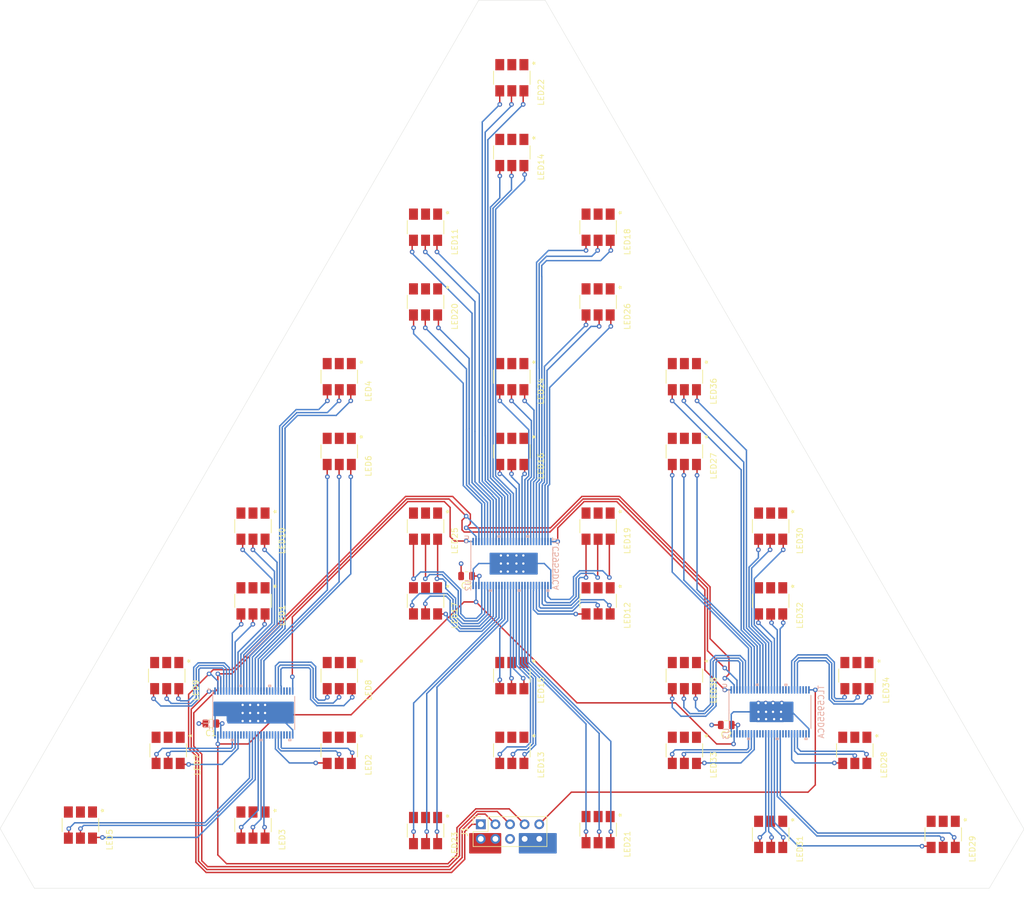
<source format=kicad_pcb>
(kicad_pcb (version 20171130) (host pcbnew "(5.1.10)-1")
  (layers (0 F.Cu signal) (31 B.Cu signal) (34 B.Paste user) (35 F.Paste user) (36 B.SilkS user) (37 F.SilkS user) (38 B.Mask user) (39 F.Mask user) (44 Edge.Cuts user))
  (net 0 "")
  (net 1 +5V)
  (net 2 "Net-(LED1-Pad4)")
  (net 3 "Net-(LED1-Pad5)")
  (net 4 "Net-(LED1-Pad6)")
  (net 5 "Net-(LED2-Pad6)")
  (net 6 "Net-(LED2-Pad5)")
  (net 7 "Net-(LED2-Pad4)")
  (net 8 "Net-(LED3-Pad4)")
  (net 9 "Net-(LED3-Pad5)")
  (net 10 "Net-(LED3-Pad6)")
  (net 11 "Net-(LED4-Pad6)")
  (net 12 "Net-(LED4-Pad5)")
  (net 13 "Net-(LED4-Pad4)")
  (net 14 "Net-(LED5-Pad4)")
  (net 15 "Net-(LED5-Pad5)")
  (net 16 "Net-(LED5-Pad6)")
  (net 17 "Net-(LED6-Pad6)")
  (net 18 "Net-(LED6-Pad5)")
  (net 19 "Net-(LED6-Pad4)")
  (net 20 "Net-(LED7-Pad4)")
  (net 21 "Net-(LED7-Pad5)")
  (net 22 "Net-(LED7-Pad6)")
  (net 23 "Net-(LED8-Pad6)")
  (net 24 "Net-(LED8-Pad5)")
  (net 25 "Net-(LED8-Pad4)")
  (net 26 "Net-(LED9-Pad6)")
  (net 27 "Net-(LED9-Pad5)")
  (net 28 "Net-(LED9-Pad4)")
  (net 29 "Net-(LED10-Pad4)")
  (net 30 "Net-(LED10-Pad5)")
  (net 31 "Net-(LED10-Pad6)")
  (net 32 "Net-(LED11-Pad6)")
  (net 33 "Net-(LED11-Pad5)")
  (net 34 "Net-(LED11-Pad4)")
  (net 35 "Net-(LED12-Pad4)")
  (net 36 "Net-(LED12-Pad5)")
  (net 37 "Net-(LED12-Pad6)")
  (net 38 "Net-(LED13-Pad4)")
  (net 39 "Net-(LED13-Pad5)")
  (net 40 "Net-(LED13-Pad6)")
  (net 41 "Net-(LED14-Pad4)")
  (net 42 "Net-(LED14-Pad5)")
  (net 43 "Net-(LED14-Pad6)")
  (net 44 "Net-(LED15-Pad6)")
  (net 45 "Net-(LED15-Pad5)")
  (net 46 "Net-(LED15-Pad4)")
  (net 47 "Net-(LED16-Pad4)")
  (net 48 "Net-(LED16-Pad5)")
  (net 49 "Net-(LED16-Pad6)")
  (net 50 "Net-(LED17-Pad6)")
  (net 51 "Net-(LED17-Pad5)")
  (net 52 "Net-(LED17-Pad4)")
  (net 53 "Net-(LED18-Pad4)")
  (net 54 "Net-(LED18-Pad5)")
  (net 55 "Net-(LED18-Pad6)")
  (net 56 "Net-(LED19-Pad6)")
  (net 57 "Net-(LED19-Pad5)")
  (net 58 "Net-(LED19-Pad4)")
  (net 59 "Net-(LED20-Pad4)")
  (net 60 "Net-(LED20-Pad5)")
  (net 61 "Net-(LED20-Pad6)")
  (net 62 "Net-(LED21-Pad6)")
  (net 63 "Net-(LED21-Pad5)")
  (net 64 "Net-(LED21-Pad4)")
  (net 65 "Net-(LED21-Pad3)")
  (net 66 "Net-(LED22-Pad4)")
  (net 67 "Net-(LED22-Pad5)")
  (net 68 "Net-(LED22-Pad6)")
  (net 69 "Net-(LED23-Pad6)")
  (net 70 "Net-(LED23-Pad5)")
  (net 71 "Net-(LED23-Pad4)")
  (net 72 "Net-(LED24-Pad4)")
  (net 73 "Net-(LED24-Pad5)")
  (net 74 "Net-(LED24-Pad6)")
  (net 75 "Net-(LED25-Pad4)")
  (net 76 "Net-(LED25-Pad5)")
  (net 77 "Net-(LED25-Pad6)")
  (net 78 "Net-(LED26-Pad6)")
  (net 79 "Net-(LED26-Pad5)")
  (net 80 "Net-(LED26-Pad4)")
  (net 81 "Net-(LED27-Pad4)")
  (net 82 "Net-(LED27-Pad5)")
  (net 83 "Net-(LED27-Pad6)")
  (net 84 "Net-(LED28-Pad6)")
  (net 85 "Net-(LED28-Pad5)")
  (net 86 "Net-(LED28-Pad4)")
  (net 87 "Net-(LED29-Pad6)")
  (net 88 "Net-(LED29-Pad5)")
  (net 89 "Net-(LED29-Pad4)")
  (net 90 "Net-(LED30-Pad4)")
  (net 91 "Net-(LED30-Pad5)")
  (net 92 "Net-(LED30-Pad6)")
  (net 93 "Net-(LED31-Pad6)")
  (net 94 "Net-(LED31-Pad5)")
  (net 95 "Net-(LED31-Pad4)")
  (net 96 "Net-(LED32-Pad4)")
  (net 97 "Net-(LED32-Pad5)")
  (net 98 "Net-(LED32-Pad6)")
  (net 99 "Net-(LED33-Pad6)")
  (net 100 "Net-(LED33-Pad5)")
  (net 101 "Net-(LED33-Pad4)")
  (net 102 "Net-(LED34-Pad4)")
  (net 103 "Net-(LED34-Pad5)")
  (net 104 "Net-(LED34-Pad6)")
  (net 105 "Net-(LED35-Pad6)")
  (net 106 "Net-(LED35-Pad5)")
  (net 107 "Net-(LED35-Pad4)")
  (net 108 "Net-(LED36-Pad4)")
  (net 109 "Net-(LED36-Pad5)")
  (net 110 "Net-(LED36-Pad6)")
  (net 111 /SERIAL_IN)
  (net 112 /SERIAL_CLOCK)
  (net 113 /LATCH)
  (net 114 /SERIAL_LINK1)
  (net 115 GND)
  (net 116 /GS_CLOCK)
  (net 117 "Net-(U3-Pad53)")
  (net 118 "Net-(U3-Pad52)")
  (net 119 "Net-(U3-Pad51)")
  (net 120 "Net-(U3-Pad47)")
  (net 121 "Net-(U3-Pad46)")
  (net 122 "Net-(U3-Pad45)")
  (net 123 "Net-(U3-Pad38)")
  (net 124 "Net-(U3-Pad37)")
  (net 125 "Net-(U3-Pad36)")
  (net 126 "Net-(U3-Pad32)")
  (net 127 "Net-(U3-Pad31)")
  (net 128 "Net-(U3-Pad30)")
  (net 129 "Net-(U3-Pad27)")
  (net 130 "Net-(U3-Pad26)")
  (net 131 "Net-(U3-Pad25)")
  (net 132 "Net-(U3-Pad21)")
  (net 133 "Net-(U3-Pad20)")
  (net 134 "Net-(U3-Pad19)")
  (net 135 "Net-(U1-Pad53)")
  (net 136 "Net-(U1-Pad52)")
  (net 137 "Net-(U1-Pad51)")
  (net 138 "Net-(U1-Pad47)")
  (net 139 "Net-(U1-Pad46)")
  (net 140 "Net-(U1-Pad45)")
  (net 141 "Net-(U1-Pad38)")
  (net 142 "Net-(U1-Pad37)")
  (net 143 "Net-(U1-Pad36)")
  (net 144 "Net-(U1-Pad32)")
  (net 145 "Net-(U1-Pad31)")
  (net 146 "Net-(U1-Pad30)")
  (net 147 "Net-(U1-Pad27)")
  (net 148 "Net-(U1-Pad26)")
  (net 149 "Net-(U1-Pad25)")
  (net 150 "Net-(U1-Pad21)")
  (net 151 "Net-(U1-Pad20)")
  (net 152 "Net-(U1-Pad19)")
  (net 153 /SERIAL_LINK2)
  (net 154 /SERIAL_OUT)
  (net 155 "Net-(J1-Pad6)")
  (module TLC5955DCA:TLC5955DCA (layer B.Cu) (at 155.025 104.499919 270)
    (fp_text reference U2 (at 3.81 7.62 90) (layer B.SilkS) (effects (justify mirror)))
    (fp_text value TLC5955DCA (at 0 -7.62 90) (layer B.SilkS) (effects (justify mirror)))
    (fp_text user u (at -4.572 8.001 90) (layer B.SilkS) (effects (justify mirror)))
    (fp_text user * (at -3.81 7.62 90) (layer B.SilkS) (effects (justify mirror)))
    (pad 57 smd rect (at 0.000081 0 270) (size 3.61 4.700001) (layers B.Cu B.Paste B.Mask) (net 115 GND))
    (pad 56 smd rect (at 3.822781 6.749986 270) (size 1.27 0.299999) (layers B.Cu B.Paste B.Mask) (net 115 GND))
    (pad 55 smd rect (at 3.822781 6.249988 270) (size 1.27 0.299999) (layers B.Cu B.Paste B.Mask) (net 116 /GS_CLOCK))
    (pad 54 smd rect (at 3.822781 5.749988 270) (size 1.27 0.299999) (layers B.Cu B.Paste B.Mask) (net 1 +5V))
    (pad 53 smd rect (at 3.822781 5.24999 270) (size 1.27 0.299999) (layers B.Cu B.Paste B.Mask) (net 75 "Net-(LED25-Pad4)"))
    (pad 52 smd rect (at 3.822781 4.74999 270) (size 1.27 0.299999) (layers B.Cu B.Paste B.Mask) (net 76 "Net-(LED25-Pad5)"))
    (pad 51 smd rect (at 3.822781 4.249991 270) (size 1.27 0.299999) (layers B.Cu B.Paste B.Mask) (net 77 "Net-(LED25-Pad6)"))
    (pad 50 smd rect (at 3.822781 3.749992 270) (size 1.27 0.299999) (layers B.Cu B.Paste B.Mask) (net 52 "Net-(LED17-Pad4)"))
    (pad 49 smd rect (at 3.822781 3.249994 270) (size 1.27 0.299999) (layers B.Cu B.Paste B.Mask) (net 51 "Net-(LED17-Pad5)"))
    (pad 48 smd rect (at 3.822781 2.749994 270) (size 1.27 0.299999) (layers B.Cu B.Paste B.Mask) (net 50 "Net-(LED17-Pad6)"))
    (pad 47 smd rect (at 3.822781 2.249996 270) (size 1.27 0.299999) (layers B.Cu B.Paste B.Mask) (net 71 "Net-(LED23-Pad4)"))
    (pad 46 smd rect (at 3.822781 1.749996 270) (size 1.27 0.299999) (layers B.Cu B.Paste B.Mask) (net 70 "Net-(LED23-Pad5)"))
    (pad 45 smd rect (at 3.822781 1.249997 270) (size 1.27 0.299999) (layers B.Cu B.Paste B.Mask) (net 69 "Net-(LED23-Pad6)"))
    (pad 44 smd rect (at 3.822781 0.749998 270) (size 1.27 0.299999) (layers B.Cu B.Paste B.Mask) (net 46 "Net-(LED15-Pad4)"))
    (pad 43 smd rect (at 3.822781 0.25 270) (size 1.27 0.299999) (layers B.Cu B.Paste B.Mask) (net 45 "Net-(LED15-Pad5)"))
    (pad 42 smd rect (at 3.822781 -0.25 270) (size 1.27 0.299999) (layers B.Cu B.Paste B.Mask) (net 44 "Net-(LED15-Pad6)"))
    (pad 41 smd rect (at 3.822781 -0.749998 270) (size 1.27 0.299999) (layers B.Cu B.Paste B.Mask) (net 38 "Net-(LED13-Pad4)"))
    (pad 40 smd rect (at 3.822781 -1.249997 270) (size 1.27 0.299999) (layers B.Cu B.Paste B.Mask) (net 39 "Net-(LED13-Pad5)"))
    (pad 39 smd rect (at 3.822781 -1.749996 270) (size 1.27 0.299999) (layers B.Cu B.Paste B.Mask) (net 40 "Net-(LED13-Pad6)"))
    (pad 38 smd rect (at 3.822781 -2.249996 270) (size 1.27 0.299999) (layers B.Cu B.Paste B.Mask) (net 64 "Net-(LED21-Pad4)"))
    (pad 37 smd rect (at 3.822781 -2.749994 270) (size 1.27 0.299999) (layers B.Cu B.Paste B.Mask) (net 63 "Net-(LED21-Pad5)"))
    (pad 36 smd rect (at 3.822781 -3.249994 270) (size 1.27 0.299999) (layers B.Cu B.Paste B.Mask) (net 62 "Net-(LED21-Pad6)"))
    (pad 35 smd rect (at 3.822781 -3.749992 270) (size 1.27 0.299999) (layers B.Cu B.Paste B.Mask) (net 35 "Net-(LED12-Pad4)"))
    (pad 34 smd rect (at 3.822781 -4.249991 270) (size 1.27 0.299999) (layers B.Cu B.Paste B.Mask) (net 36 "Net-(LED12-Pad5)"))
    (pad 33 smd rect (at 3.822781 -4.74999 270) (size 1.27 0.299999) (layers B.Cu B.Paste B.Mask) (net 37 "Net-(LED12-Pad6)"))
    (pad 32 smd rect (at 3.822781 -5.24999 270) (size 1.27 0.299999) (layers B.Cu B.Paste B.Mask) (net 58 "Net-(LED19-Pad4)"))
    (pad 31 smd rect (at 3.822781 -5.749988 270) (size 1.27 0.299999) (layers B.Cu B.Paste B.Mask) (net 57 "Net-(LED19-Pad5)"))
    (pad 30 smd rect (at 3.822781 -6.249988 270) (size 1.27 0.299999) (layers B.Cu B.Paste B.Mask) (net 56 "Net-(LED19-Pad6)"))
    (pad 29 smd rect (at 3.822781 -6.749986 270) (size 1.27 0.299999) (layers B.Cu B.Paste B.Mask) (net 115 GND))
    (pad 28 smd rect (at -3.822619 -6.749986 270) (size 1.27 0.299999) (layers B.Cu B.Paste B.Mask) (net 153 /SERIAL_LINK2))
    (pad 27 smd rect (at -3.822619 -6.249988 270) (size 1.27 0.299999) (layers B.Cu B.Paste B.Mask) (net 78 "Net-(LED26-Pad6)"))
    (pad 26 smd rect (at -3.822619 -5.749988 270) (size 1.27 0.299999) (layers B.Cu B.Paste B.Mask) (net 79 "Net-(LED26-Pad5)"))
    (pad 25 smd rect (at -3.822619 -5.24999 270) (size 1.27 0.299999) (layers B.Cu B.Paste B.Mask) (net 80 "Net-(LED26-Pad4)"))
    (pad 24 smd rect (at -3.822619 -4.74999 270) (size 1.27 0.299999) (layers B.Cu B.Paste B.Mask) (net 55 "Net-(LED18-Pad6)"))
    (pad 23 smd rect (at -3.822619 -4.249991 270) (size 1.27 0.299999) (layers B.Cu B.Paste B.Mask) (net 54 "Net-(LED18-Pad5)"))
    (pad 22 smd rect (at -3.822619 -3.749992 270) (size 1.27 0.299999) (layers B.Cu B.Paste B.Mask) (net 53 "Net-(LED18-Pad4)"))
    (pad 21 smd rect (at -3.822619 -3.249994 270) (size 1.27 0.299999) (layers B.Cu B.Paste B.Mask) (net 74 "Net-(LED24-Pad6)"))
    (pad 20 smd rect (at -3.822619 -2.749994 270) (size 1.27 0.299999) (layers B.Cu B.Paste B.Mask) (net 73 "Net-(LED24-Pad5)"))
    (pad 19 smd rect (at -3.822619 -2.249996 270) (size 1.27 0.299999) (layers B.Cu B.Paste B.Mask) (net 72 "Net-(LED24-Pad4)"))
    (pad 18 smd rect (at -3.822619 -1.749996 270) (size 1.27 0.299999) (layers B.Cu B.Paste B.Mask) (net 49 "Net-(LED16-Pad6)"))
    (pad 17 smd rect (at -3.822619 -1.249997 270) (size 1.27 0.299999) (layers B.Cu B.Paste B.Mask) (net 48 "Net-(LED16-Pad5)"))
    (pad 16 smd rect (at -3.822619 -0.749998 270) (size 1.27 0.299999) (layers B.Cu B.Paste B.Mask) (net 47 "Net-(LED16-Pad4)"))
    (pad 15 smd rect (at -3.822619 -0.25 270) (size 1.27 0.299999) (layers B.Cu B.Paste B.Mask) (net 43 "Net-(LED14-Pad6)"))
    (pad 14 smd rect (at -3.822619 0.25 270) (size 1.27 0.299999) (layers B.Cu B.Paste B.Mask) (net 42 "Net-(LED14-Pad5)"))
    (pad 13 smd rect (at -3.822619 0.749998 270) (size 1.27 0.299999) (layers B.Cu B.Paste B.Mask) (net 41 "Net-(LED14-Pad4)"))
    (pad 12 smd rect (at -3.822619 1.249997 270) (size 1.27 0.299999) (layers B.Cu B.Paste B.Mask) (net 68 "Net-(LED22-Pad6)"))
    (pad 11 smd rect (at -3.822619 1.749996 270) (size 1.27 0.299999) (layers B.Cu B.Paste B.Mask) (net 67 "Net-(LED22-Pad5)"))
    (pad 10 smd rect (at -3.822619 2.249996 270) (size 1.27 0.299999) (layers B.Cu B.Paste B.Mask) (net 66 "Net-(LED22-Pad4)"))
    (pad 9 smd rect (at -3.822619 2.749994 270) (size 1.27 0.299999) (layers B.Cu B.Paste B.Mask) (net 32 "Net-(LED11-Pad6)"))
    (pad 8 smd rect (at -3.822619 3.249994 270) (size 1.27 0.299999) (layers B.Cu B.Paste B.Mask) (net 33 "Net-(LED11-Pad5)"))
    (pad 7 smd rect (at -3.822619 3.749992 270) (size 1.27 0.299999) (layers B.Cu B.Paste B.Mask) (net 34 "Net-(LED11-Pad4)"))
    (pad 6 smd rect (at -3.822619 4.249991 270) (size 1.27 0.299999) (layers B.Cu B.Paste B.Mask) (net 61 "Net-(LED20-Pad6)"))
    (pad 5 smd rect (at -3.822619 4.74999 270) (size 1.27 0.299999) (layers B.Cu B.Paste B.Mask) (net 60 "Net-(LED20-Pad5)"))
    (pad 4 smd rect (at -3.822619 5.24999 270) (size 1.27 0.299999) (layers B.Cu B.Paste B.Mask) (net 59 "Net-(LED20-Pad4)"))
    (pad 3 smd rect (at -3.822619 5.749988 270) (size 1.27 0.299999) (layers B.Cu B.Paste B.Mask) (net 113 /LATCH))
    (pad 2 smd rect (at -3.822619 6.249988 270) (size 1.27 0.299999) (layers B.Cu B.Paste B.Mask) (net 112 /SERIAL_CLOCK))
    (pad 1 smd rect (at -3.822619 6.749986 270) (size 1.27 0.299999) (layers B.Cu B.Paste B.Mask) (net 114 /SERIAL_LINK1))
  )
  (module TLC5955DCA:TLC5955DCA (layer B.Cu) (at 199.898 130.302 270)
    (fp_text reference U3 (at 3.81 7.62 270) (layer B.SilkS) (effects (justify mirror)))
    (fp_text value TLC5955DCA (at 0 -8.89 270) (layer B.SilkS) (effects (justify mirror)))
    (fp_text user u (at -4.572 8.001 270) (layer B.SilkS) (effects (justify mirror)))
    (fp_text user * (at -3.81 7.62 270) (layer B.SilkS) (effects (justify mirror)))
    (pad 57 smd rect (at 0.000081 0 270) (size 3.61 4.700001) (layers B.Cu B.Paste B.Mask) (net 115 GND))
    (pad 56 smd rect (at 3.822781 6.749986 270) (size 1.27 0.299999) (layers B.Cu B.Paste B.Mask) (net 115 GND))
    (pad 55 smd rect (at 3.822781 6.249988 270) (size 1.27 0.299999) (layers B.Cu B.Paste B.Mask) (net 116 /GS_CLOCK))
    (pad 54 smd rect (at 3.822781 5.749988 270) (size 1.27 0.299999) (layers B.Cu B.Paste B.Mask) (net 1 +5V))
    (pad 53 smd rect (at 3.822781 5.24999 270) (size 1.27 0.299999) (layers B.Cu B.Paste B.Mask) (net 117 "Net-(U3-Pad53)"))
    (pad 52 smd rect (at 3.822781 4.74999 270) (size 1.27 0.299999) (layers B.Cu B.Paste B.Mask) (net 118 "Net-(U3-Pad52)"))
    (pad 51 smd rect (at 3.822781 4.249991 270) (size 1.27 0.299999) (layers B.Cu B.Paste B.Mask) (net 119 "Net-(U3-Pad51)"))
    (pad 50 smd rect (at 3.822781 3.749992 270) (size 1.27 0.299999) (layers B.Cu B.Paste B.Mask) (net 101 "Net-(LED33-Pad4)"))
    (pad 49 smd rect (at 3.822781 3.249994 270) (size 1.27 0.299999) (layers B.Cu B.Paste B.Mask) (net 100 "Net-(LED33-Pad5)"))
    (pad 48 smd rect (at 3.822781 2.749994 270) (size 1.27 0.299999) (layers B.Cu B.Paste B.Mask) (net 99 "Net-(LED33-Pad6)"))
    (pad 47 smd rect (at 3.822781 2.249996 270) (size 1.27 0.299999) (layers B.Cu B.Paste B.Mask) (net 120 "Net-(U3-Pad47)"))
    (pad 46 smd rect (at 3.822781 1.749996 270) (size 1.27 0.299999) (layers B.Cu B.Paste B.Mask) (net 121 "Net-(U3-Pad46)"))
    (pad 45 smd rect (at 3.822781 1.249997 270) (size 1.27 0.299999) (layers B.Cu B.Paste B.Mask) (net 122 "Net-(U3-Pad45)"))
    (pad 44 smd rect (at 3.822781 0.749998 270) (size 1.27 0.299999) (layers B.Cu B.Paste B.Mask) (net 95 "Net-(LED31-Pad4)"))
    (pad 43 smd rect (at 3.822781 0.25 270) (size 1.27 0.299999) (layers B.Cu B.Paste B.Mask) (net 94 "Net-(LED31-Pad5)"))
    (pad 42 smd rect (at 3.822781 -0.25 270) (size 1.27 0.299999) (layers B.Cu B.Paste B.Mask) (net 93 "Net-(LED31-Pad6)"))
    (pad 41 smd rect (at 3.822781 -0.749998 270) (size 1.27 0.299999) (layers B.Cu B.Paste B.Mask) (net 89 "Net-(LED29-Pad4)"))
    (pad 40 smd rect (at 3.822781 -1.249997 270) (size 1.27 0.299999) (layers B.Cu B.Paste B.Mask) (net 88 "Net-(LED29-Pad5)"))
    (pad 39 smd rect (at 3.822781 -1.749996 270) (size 1.27 0.299999) (layers B.Cu B.Paste B.Mask) (net 87 "Net-(LED29-Pad6)"))
    (pad 38 smd rect (at 3.822781 -2.249996 270) (size 1.27 0.299999) (layers B.Cu B.Paste B.Mask) (net 123 "Net-(U3-Pad38)"))
    (pad 37 smd rect (at 3.822781 -2.749994 270) (size 1.27 0.299999) (layers B.Cu B.Paste B.Mask) (net 124 "Net-(U3-Pad37)"))
    (pad 36 smd rect (at 3.822781 -3.249994 270) (size 1.27 0.299999) (layers B.Cu B.Paste B.Mask) (net 125 "Net-(U3-Pad36)"))
    (pad 35 smd rect (at 3.822781 -3.749992 270) (size 1.27 0.299999) (layers B.Cu B.Paste B.Mask) (net 86 "Net-(LED28-Pad4)"))
    (pad 34 smd rect (at 3.822781 -4.249991 270) (size 1.27 0.299999) (layers B.Cu B.Paste B.Mask) (net 85 "Net-(LED28-Pad5)"))
    (pad 33 smd rect (at 3.822781 -4.74999 270) (size 1.27 0.299999) (layers B.Cu B.Paste B.Mask) (net 84 "Net-(LED28-Pad6)"))
    (pad 32 smd rect (at 3.822781 -5.24999 270) (size 1.27 0.299999) (layers B.Cu B.Paste B.Mask) (net 126 "Net-(U3-Pad32)"))
    (pad 31 smd rect (at 3.822781 -5.749988 270) (size 1.27 0.299999) (layers B.Cu B.Paste B.Mask) (net 127 "Net-(U3-Pad31)"))
    (pad 30 smd rect (at 3.822781 -6.249988 270) (size 1.27 0.299999) (layers B.Cu B.Paste B.Mask) (net 128 "Net-(U3-Pad30)"))
    (pad 29 smd rect (at 3.822781 -6.749986 270) (size 1.27 0.299999) (layers B.Cu B.Paste B.Mask) (net 115 GND))
    (pad 28 smd rect (at -3.822619 -6.749986 270) (size 1.27 0.299999) (layers B.Cu B.Paste B.Mask) (net 154 /SERIAL_OUT))
    (pad 27 smd rect (at -3.822619 -6.249988 270) (size 1.27 0.299999) (layers B.Cu B.Paste B.Mask) (net 129 "Net-(U3-Pad27)"))
    (pad 26 smd rect (at -3.822619 -5.749988 270) (size 1.27 0.299999) (layers B.Cu B.Paste B.Mask) (net 130 "Net-(U3-Pad26)"))
    (pad 25 smd rect (at -3.822619 -5.24999 270) (size 1.27 0.299999) (layers B.Cu B.Paste B.Mask) (net 131 "Net-(U3-Pad25)"))
    (pad 24 smd rect (at -3.822619 -4.74999 270) (size 1.27 0.299999) (layers B.Cu B.Paste B.Mask) (net 104 "Net-(LED34-Pad6)"))
    (pad 23 smd rect (at -3.822619 -4.249991 270) (size 1.27 0.299999) (layers B.Cu B.Paste B.Mask) (net 103 "Net-(LED34-Pad5)"))
    (pad 22 smd rect (at -3.822619 -3.749992 270) (size 1.27 0.299999) (layers B.Cu B.Paste B.Mask) (net 102 "Net-(LED34-Pad4)"))
    (pad 21 smd rect (at -3.822619 -3.249994 270) (size 1.27 0.299999) (layers B.Cu B.Paste B.Mask) (net 132 "Net-(U3-Pad21)"))
    (pad 20 smd rect (at -3.822619 -2.749994 270) (size 1.27 0.299999) (layers B.Cu B.Paste B.Mask) (net 133 "Net-(U3-Pad20)"))
    (pad 19 smd rect (at -3.822619 -2.249996 270) (size 1.27 0.299999) (layers B.Cu B.Paste B.Mask) (net 134 "Net-(U3-Pad19)"))
    (pad 18 smd rect (at -3.822619 -1.749996 270) (size 1.27 0.299999) (layers B.Cu B.Paste B.Mask) (net 98 "Net-(LED32-Pad6)"))
    (pad 17 smd rect (at -3.822619 -1.249997 270) (size 1.27 0.299999) (layers B.Cu B.Paste B.Mask) (net 97 "Net-(LED32-Pad5)"))
    (pad 16 smd rect (at -3.822619 -0.749998 270) (size 1.27 0.299999) (layers B.Cu B.Paste B.Mask) (net 96 "Net-(LED32-Pad4)"))
    (pad 15 smd rect (at -3.822619 -0.25 270) (size 1.27 0.299999) (layers B.Cu B.Paste B.Mask) (net 92 "Net-(LED30-Pad6)"))
    (pad 14 smd rect (at -3.822619 0.25 270) (size 1.27 0.299999) (layers B.Cu B.Paste B.Mask) (net 91 "Net-(LED30-Pad5)"))
    (pad 13 smd rect (at -3.822619 0.749998 270) (size 1.27 0.299999) (layers B.Cu B.Paste B.Mask) (net 90 "Net-(LED30-Pad4)"))
    (pad 12 smd rect (at -3.822619 1.249997 270) (size 1.27 0.299999) (layers B.Cu B.Paste B.Mask) (net 110 "Net-(LED36-Pad6)"))
    (pad 11 smd rect (at -3.822619 1.749996 270) (size 1.27 0.299999) (layers B.Cu B.Paste B.Mask) (net 109 "Net-(LED36-Pad5)"))
    (pad 10 smd rect (at -3.822619 2.249996 270) (size 1.27 0.299999) (layers B.Cu B.Paste B.Mask) (net 108 "Net-(LED36-Pad4)"))
    (pad 9 smd rect (at -3.822619 2.749994 270) (size 1.27 0.299999) (layers B.Cu B.Paste B.Mask) (net 83 "Net-(LED27-Pad6)"))
    (pad 8 smd rect (at -3.822619 3.249994 270) (size 1.27 0.299999) (layers B.Cu B.Paste B.Mask) (net 82 "Net-(LED27-Pad5)"))
    (pad 7 smd rect (at -3.822619 3.749992 270) (size 1.27 0.299999) (layers B.Cu B.Paste B.Mask) (net 81 "Net-(LED27-Pad4)"))
    (pad 6 smd rect (at -3.822619 4.249991 270) (size 1.27 0.299999) (layers B.Cu B.Paste B.Mask) (net 105 "Net-(LED35-Pad6)"))
    (pad 5 smd rect (at -3.822619 4.74999 270) (size 1.27 0.299999) (layers B.Cu B.Paste B.Mask) (net 106 "Net-(LED35-Pad5)"))
    (pad 4 smd rect (at -3.822619 5.24999 270) (size 1.27 0.299999) (layers B.Cu B.Paste B.Mask) (net 107 "Net-(LED35-Pad4)"))
    (pad 3 smd rect (at -3.822619 5.749988 270) (size 1.27 0.299999) (layers B.Cu B.Paste B.Mask) (net 113 /LATCH))
    (pad 2 smd rect (at -3.822619 6.249988 270) (size 1.27 0.299999) (layers B.Cu B.Paste B.Mask) (net 112 /SERIAL_CLOCK))
    (pad 1 smd rect (at -3.822619 6.749986 270) (size 1.27 0.299999) (layers B.Cu B.Paste B.Mask) (net 153 /SERIAL_LINK2))
  )
  (module TLC5955DCA:TLC5955DCA (layer B.Cu) (at 110.15 130.499919 270)
    (fp_text reference U1 (at 1.9812 8.1788 90) (layer B.SilkS) (effects (justify mirror)))
    (fp_text value TLC5955DCA hide)
    (fp_text user * (at -4.064 7.5184 90) (layer B.SilkS) (effects (justify mirror)))
    (pad 57 smd rect (at 0.000081 0 270) (size 3.61 4.700001) (layers B.Cu B.Paste B.Mask) (net 115 GND))
    (pad 56 smd rect (at 3.822781 6.749986 270) (size 1.27 0.299999) (layers B.Cu B.Paste B.Mask) (net 115 GND))
    (pad 55 smd rect (at 3.822781 6.249988 270) (size 1.27 0.299999) (layers B.Cu B.Paste B.Mask) (net 116 /GS_CLOCK))
    (pad 54 smd rect (at 3.822781 5.749988 270) (size 1.27 0.299999) (layers B.Cu B.Paste B.Mask) (net 1 +5V))
    (pad 53 smd rect (at 3.822781 5.24999 270) (size 1.27 0.299999) (layers B.Cu B.Paste B.Mask) (net 135 "Net-(U1-Pad53)"))
    (pad 52 smd rect (at 3.822781 4.74999 270) (size 1.27 0.299999) (layers B.Cu B.Paste B.Mask) (net 136 "Net-(U1-Pad52)"))
    (pad 51 smd rect (at 3.822781 4.249991 270) (size 1.27 0.299999) (layers B.Cu B.Paste B.Mask) (net 137 "Net-(U1-Pad51)"))
    (pad 50 smd rect (at 3.822781 3.749992 270) (size 1.27 0.299999) (layers B.Cu B.Paste B.Mask) (net 20 "Net-(LED7-Pad4)"))
    (pad 49 smd rect (at 3.822781 3.249994 270) (size 1.27 0.299999) (layers B.Cu B.Paste B.Mask) (net 21 "Net-(LED7-Pad5)"))
    (pad 48 smd rect (at 3.822781 2.749994 270) (size 1.27 0.299999) (layers B.Cu B.Paste B.Mask) (net 22 "Net-(LED7-Pad6)"))
    (pad 47 smd rect (at 3.822781 2.249996 270) (size 1.27 0.299999) (layers B.Cu B.Paste B.Mask) (net 138 "Net-(U1-Pad47)"))
    (pad 46 smd rect (at 3.822781 1.749996 270) (size 1.27 0.299999) (layers B.Cu B.Paste B.Mask) (net 139 "Net-(U1-Pad46)"))
    (pad 45 smd rect (at 3.822781 1.249997 270) (size 1.27 0.299999) (layers B.Cu B.Paste B.Mask) (net 140 "Net-(U1-Pad45)"))
    (pad 44 smd rect (at 3.822781 0.749998 270) (size 1.27 0.299999) (layers B.Cu B.Paste B.Mask) (net 14 "Net-(LED5-Pad4)"))
    (pad 43 smd rect (at 3.822781 0.25 270) (size 1.27 0.299999) (layers B.Cu B.Paste B.Mask) (net 15 "Net-(LED5-Pad5)"))
    (pad 42 smd rect (at 3.822781 -0.25 270) (size 1.27 0.299999) (layers B.Cu B.Paste B.Mask) (net 16 "Net-(LED5-Pad6)"))
    (pad 41 smd rect (at 3.822781 -0.749998 270) (size 1.27 0.299999) (layers B.Cu B.Paste B.Mask) (net 8 "Net-(LED3-Pad4)"))
    (pad 40 smd rect (at 3.822781 -1.249997 270) (size 1.27 0.299999) (layers B.Cu B.Paste B.Mask) (net 9 "Net-(LED3-Pad5)"))
    (pad 39 smd rect (at 3.822781 -1.749996 270) (size 1.27 0.299999) (layers B.Cu B.Paste B.Mask) (net 10 "Net-(LED3-Pad6)"))
    (pad 38 smd rect (at 3.822781 -2.249996 270) (size 1.27 0.299999) (layers B.Cu B.Paste B.Mask) (net 141 "Net-(U1-Pad38)"))
    (pad 37 smd rect (at 3.822781 -2.749994 270) (size 1.27 0.299999) (layers B.Cu B.Paste B.Mask) (net 142 "Net-(U1-Pad37)"))
    (pad 36 smd rect (at 3.822781 -3.249994 270) (size 1.27 0.299999) (layers B.Cu B.Paste B.Mask) (net 143 "Net-(U1-Pad36)"))
    (pad 35 smd rect (at 3.822781 -3.749992 270) (size 1.27 0.299999) (layers B.Cu B.Paste B.Mask) (net 7 "Net-(LED2-Pad4)"))
    (pad 34 smd rect (at 3.822781 -4.249991 270) (size 1.27 0.299999) (layers B.Cu B.Paste B.Mask) (net 6 "Net-(LED2-Pad5)"))
    (pad 33 smd rect (at 3.822781 -4.74999 270) (size 1.27 0.299999) (layers B.Cu B.Paste B.Mask) (net 5 "Net-(LED2-Pad6)"))
    (pad 32 smd rect (at 3.822781 -5.24999 270) (size 1.27 0.299999) (layers B.Cu B.Paste B.Mask) (net 144 "Net-(U1-Pad32)"))
    (pad 31 smd rect (at 3.822781 -5.749988 270) (size 1.27 0.299999) (layers B.Cu B.Paste B.Mask) (net 145 "Net-(U1-Pad31)"))
    (pad 30 smd rect (at 3.822781 -6.249988 270) (size 1.27 0.299999) (layers B.Cu B.Paste B.Mask) (net 146 "Net-(U1-Pad30)"))
    (pad 29 smd rect (at 3.822781 -6.749986 270) (size 1.27 0.299999) (layers B.Cu B.Paste B.Mask) (net 115 GND))
    (pad 28 smd rect (at -3.822619 -6.749986 270) (size 1.27 0.299999) (layers B.Cu B.Paste B.Mask) (net 114 /SERIAL_LINK1))
    (pad 27 smd rect (at -3.822619 -6.249988 270) (size 1.27 0.299999) (layers B.Cu B.Paste B.Mask) (net 147 "Net-(U1-Pad27)"))
    (pad 26 smd rect (at -3.822619 -5.749988 270) (size 1.27 0.299999) (layers B.Cu B.Paste B.Mask) (net 148 "Net-(U1-Pad26)"))
    (pad 25 smd rect (at -3.822619 -5.24999 270) (size 1.27 0.299999) (layers B.Cu B.Paste B.Mask) (net 149 "Net-(U1-Pad25)"))
    (pad 24 smd rect (at -3.822619 -4.74999 270) (size 1.27 0.299999) (layers B.Cu B.Paste B.Mask) (net 23 "Net-(LED8-Pad6)"))
    (pad 23 smd rect (at -3.822619 -4.249991 270) (size 1.27 0.299999) (layers B.Cu B.Paste B.Mask) (net 24 "Net-(LED8-Pad5)"))
    (pad 22 smd rect (at -3.822619 -3.749992 270) (size 1.27 0.299999) (layers B.Cu B.Paste B.Mask) (net 25 "Net-(LED8-Pad4)"))
    (pad 21 smd rect (at -3.822619 -3.249994 270) (size 1.27 0.299999) (layers B.Cu B.Paste B.Mask) (net 150 "Net-(U1-Pad21)"))
    (pad 20 smd rect (at -3.822619 -2.749994 270) (size 1.27 0.299999) (layers B.Cu B.Paste B.Mask) (net 151 "Net-(U1-Pad20)"))
    (pad 19 smd rect (at -3.822619 -2.249996 270) (size 1.27 0.299999) (layers B.Cu B.Paste B.Mask) (net 152 "Net-(U1-Pad19)"))
    (pad 18 smd rect (at -3.822619 -1.749996 270) (size 1.27 0.299999) (layers B.Cu B.Paste B.Mask) (net 17 "Net-(LED6-Pad6)"))
    (pad 17 smd rect (at -3.822619 -1.249997 270) (size 1.27 0.299999) (layers B.Cu B.Paste B.Mask) (net 18 "Net-(LED6-Pad5)"))
    (pad 16 smd rect (at -3.822619 -0.749998 270) (size 1.27 0.299999) (layers B.Cu B.Paste B.Mask) (net 19 "Net-(LED6-Pad4)"))
    (pad 15 smd rect (at -3.822619 -0.25 270) (size 1.27 0.299999) (layers B.Cu B.Paste B.Mask) (net 11 "Net-(LED4-Pad6)"))
    (pad 14 smd rect (at -3.822619 0.25 270) (size 1.27 0.299999) (layers B.Cu B.Paste B.Mask) (net 12 "Net-(LED4-Pad5)"))
    (pad 13 smd rect (at -3.822619 0.749998 270) (size 1.27 0.299999) (layers B.Cu B.Paste B.Mask) (net 13 "Net-(LED4-Pad4)"))
    (pad 12 smd rect (at -3.822619 1.249997 270) (size 1.27 0.299999) (layers B.Cu B.Paste B.Mask) (net 31 "Net-(LED10-Pad6)"))
    (pad 11 smd rect (at -3.822619 1.749996 270) (size 1.27 0.299999) (layers B.Cu B.Paste B.Mask) (net 30 "Net-(LED10-Pad5)"))
    (pad 10 smd rect (at -3.822619 2.249996 270) (size 1.27 0.299999) (layers B.Cu B.Paste B.Mask) (net 29 "Net-(LED10-Pad4)"))
    (pad 9 smd rect (at -3.822619 2.749994 270) (size 1.27 0.299999) (layers B.Cu B.Paste B.Mask) (net 4 "Net-(LED1-Pad6)"))
    (pad 8 smd rect (at -3.822619 3.249994 270) (size 1.27 0.299999) (layers B.Cu B.Paste B.Mask) (net 3 "Net-(LED1-Pad5)"))
    (pad 7 smd rect (at -3.822619 3.749992 270) (size 1.27 0.299999) (layers B.Cu B.Paste B.Mask) (net 2 "Net-(LED1-Pad4)"))
    (pad 6 smd rect (at -3.822619 4.249991 270) (size 1.27 0.299999) (layers B.Cu B.Paste B.Mask) (net 26 "Net-(LED9-Pad6)"))
    (pad 5 smd rect (at -3.822619 4.74999 270) (size 1.27 0.299999) (layers B.Cu B.Paste B.Mask) (net 27 "Net-(LED9-Pad5)"))
    (pad 4 smd rect (at -3.822619 5.24999 270) (size 1.27 0.299999) (layers B.Cu B.Paste B.Mask) (net 28 "Net-(LED9-Pad4)"))
    (pad 3 smd rect (at -3.822619 5.749988 270) (size 1.27 0.299999) (layers B.Cu B.Paste B.Mask) (net 113 /LATCH))
    (pad 2 smd rect (at -3.822619 6.249988 270) (size 1.27 0.299999) (layers B.Cu B.Paste B.Mask) (net 112 /SERIAL_CLOCK))
    (pad 1 smd rect (at -3.822619 6.749986 270) (size 1.27 0.299999) (layers B.Cu B.Paste B.Mask) (net 111 /SERIAL_IN))
  )
  (module footprints:CLP6C-FKB-CKNPRGJBB7A363 (layer F.Cu) (at 110 150 270)
    (fp_text reference LED3 (at 2.54 -5.08 90) (layer F.SilkS))
    (fp_text value CLP6C-FKB-CKNPRGJBB7A363 hide)
    (fp_text user * (at -2.5273 -4.1447 90) (layer F.SilkS))
    (fp_text user * (at -2.5273 -4.1447 90) (layer F.SilkS))
    (pad 1 smd rect (at -2.2733 -2.099998 270) (size 1.9558 1.5494) (layers F.Cu F.Paste F.Mask) (net 1 +5V))
    (pad 2 smd rect (at -2.2733 0 270) (size 1.9558 1.5494) (layers F.Cu F.Paste F.Mask) (net 1 +5V))
    (pad 3 smd rect (at -2.2733 2.100001 270) (size 1.9558 1.5494) (layers F.Cu F.Paste F.Mask) (net 1 +5V))
    (pad 4 smd rect (at 2.2733 2.099998 270) (size 1.9558 1.5494) (layers F.Cu F.Paste F.Mask) (net 8 "Net-(LED3-Pad4)"))
    (pad 5 smd rect (at 2.2733 0 270) (size 1.9558 1.5494) (layers F.Cu F.Paste F.Mask) (net 9 "Net-(LED3-Pad5)"))
    (pad 6 smd rect (at 2.2733 -2.100001 270) (size 1.9558 1.5494) (layers F.Cu F.Paste F.Mask) (net 10 "Net-(LED3-Pad6)"))
  )
  (module footprints:CLP6C-FKB-CKNPRGJBB7A363 (layer F.Cu) (at 155 85 270)
    (fp_text reference LED16 (at 2.54 -5.08 90) (layer F.SilkS))
    (fp_text value CLP6C-FKB-CKNPRGJBB7A363 hide)
    (fp_text user * (at -2.5273 -4.1447 90) (layer F.SilkS))
    (fp_text user * (at -2.5273 -4.1447 90) (layer F.SilkS))
    (pad 1 smd rect (at -2.2733 -2.099998 270) (size 1.9558 1.5494) (layers F.Cu F.Paste F.Mask) (net 1 +5V))
    (pad 2 smd rect (at -2.2733 0 270) (size 1.9558 1.5494) (layers F.Cu F.Paste F.Mask) (net 1 +5V))
    (pad 3 smd rect (at -2.2733 2.100001 270) (size 1.9558 1.5494) (layers F.Cu F.Paste F.Mask) (net 1 +5V))
    (pad 4 smd rect (at 2.2733 2.099998 270) (size 1.9558 1.5494) (layers F.Cu F.Paste F.Mask) (net 47 "Net-(LED16-Pad4)"))
    (pad 5 smd rect (at 2.2733 0 270) (size 1.9558 1.5494) (layers F.Cu F.Paste F.Mask) (net 48 "Net-(LED16-Pad5)"))
    (pad 6 smd rect (at 2.2733 -2.100001 270) (size 1.9558 1.5494) (layers F.Cu F.Paste F.Mask) (net 49 "Net-(LED16-Pad6)"))
  )
  (module footprints:CLP6C-FKB-CKNPRGJBB7A363 (layer F.Cu) (at 155 72 270)
    (fp_text reference LED24 (at 2.54 -5.08 90) (layer F.SilkS))
    (fp_text value CLP6C-FKB-CKNPRGJBB7A363 hide)
    (fp_text user * (at -2.5273 -4.1447 90) (layer F.SilkS))
    (fp_text user * (at -2.5273 -4.1447 90) (layer F.SilkS))
    (pad 1 smd rect (at -2.2733 -2.099998 270) (size 1.9558 1.5494) (layers F.Cu F.Paste F.Mask) (net 1 +5V))
    (pad 2 smd rect (at -2.2733 0 270) (size 1.9558 1.5494) (layers F.Cu F.Paste F.Mask) (net 1 +5V))
    (pad 3 smd rect (at -2.2733 2.100001 270) (size 1.9558 1.5494) (layers F.Cu F.Paste F.Mask) (net 1 +5V))
    (pad 4 smd rect (at 2.2733 2.099998 270) (size 1.9558 1.5494) (layers F.Cu F.Paste F.Mask) (net 72 "Net-(LED24-Pad4)"))
    (pad 5 smd rect (at 2.2733 0 270) (size 1.9558 1.5494) (layers F.Cu F.Paste F.Mask) (net 73 "Net-(LED24-Pad5)"))
    (pad 6 smd rect (at 2.2733 -2.100001 270) (size 1.9558 1.5494) (layers F.Cu F.Paste F.Mask) (net 74 "Net-(LED24-Pad6)"))
  )
  (module footprints:CLP6C-FKB-CKNPRGJBB7A363 (layer F.Cu) (at 170 59 270)
    (fp_text reference LED26 (at 2.54 -5.08 90) (layer F.SilkS))
    (fp_text value CLP6C-FKB-CKNPRGJBB7A363 hide)
    (fp_text user * (at -2.5273 -4.1447 90) (layer F.SilkS))
    (fp_text user * (at -2.5273 -4.1447 90) (layer F.SilkS))
    (pad 6 smd rect (at 2.2733 -2.100001 270) (size 1.9558 1.5494) (layers F.Cu F.Paste F.Mask) (net 78 "Net-(LED26-Pad6)"))
    (pad 5 smd rect (at 2.2733 0 270) (size 1.9558 1.5494) (layers F.Cu F.Paste F.Mask) (net 79 "Net-(LED26-Pad5)"))
    (pad 4 smd rect (at 2.2733 2.099998 270) (size 1.9558 1.5494) (layers F.Cu F.Paste F.Mask) (net 80 "Net-(LED26-Pad4)"))
    (pad 3 smd rect (at -2.2733 2.100001 270) (size 1.9558 1.5494) (layers F.Cu F.Paste F.Mask) (net 1 +5V))
    (pad 2 smd rect (at -2.2733 0 270) (size 1.9558 1.5494) (layers F.Cu F.Paste F.Mask) (net 1 +5V))
    (pad 1 smd rect (at -2.2733 -2.099998 270) (size 1.9558 1.5494) (layers F.Cu F.Paste F.Mask) (net 1 +5V))
  )
  (module footprints:CLP6C-FKB-CKNPRGJBB7A363 (layer F.Cu) (at 185 85 270)
    (fp_text reference LED27 (at 2.54 -5.08 90) (layer F.SilkS))
    (fp_text value CLP6C-FKB-CKNPRGJBB7A363 hide)
    (fp_text user * (at -2.5273 -4.1447 90) (layer F.SilkS))
    (fp_text user * (at -2.5273 -4.1447 90) (layer F.SilkS))
    (pad 6 smd rect (at 2.2733 -2.100001 270) (size 1.9558 1.5494) (layers F.Cu F.Paste F.Mask) (net 83 "Net-(LED27-Pad6)"))
    (pad 5 smd rect (at 2.2733 0 270) (size 1.9558 1.5494) (layers F.Cu F.Paste F.Mask) (net 82 "Net-(LED27-Pad5)"))
    (pad 4 smd rect (at 2.2733 2.099998 270) (size 1.9558 1.5494) (layers F.Cu F.Paste F.Mask) (net 81 "Net-(LED27-Pad4)"))
    (pad 3 smd rect (at -2.2733 2.100001 270) (size 1.9558 1.5494) (layers F.Cu F.Paste F.Mask) (net 1 +5V))
    (pad 2 smd rect (at -2.2733 0 270) (size 1.9558 1.5494) (layers F.Cu F.Paste F.Mask) (net 1 +5V))
    (pad 1 smd rect (at -2.2733 -2.099998 270) (size 1.9558 1.5494) (layers F.Cu F.Paste F.Mask) (net 1 +5V))
  )
  (module footprints:CLP6C-FKB-CKNPRGJBB7A363 (layer F.Cu) (at 155 33 270)
    (fp_text reference LED14 (at 2.54 -5.08 90) (layer F.SilkS))
    (fp_text value CLP6C-FKB-CKNPRGJBB7A363 hide)
    (fp_text user * (at -2.5273 -4.1447 90) (layer F.SilkS))
    (fp_text user * (at -2.5273 -4.1447 90) (layer F.SilkS))
    (pad 1 smd rect (at -2.2733 -2.099998 270) (size 1.9558 1.5494) (layers F.Cu F.Paste F.Mask) (net 1 +5V))
    (pad 2 smd rect (at -2.2733 0 270) (size 1.9558 1.5494) (layers F.Cu F.Paste F.Mask) (net 1 +5V))
    (pad 3 smd rect (at -2.2733 2.100001 270) (size 1.9558 1.5494) (layers F.Cu F.Paste F.Mask) (net 1 +5V))
    (pad 4 smd rect (at 2.2733 2.099998 270) (size 1.9558 1.5494) (layers F.Cu F.Paste F.Mask) (net 41 "Net-(LED14-Pad4)"))
    (pad 5 smd rect (at 2.2733 0 270) (size 1.9558 1.5494) (layers F.Cu F.Paste F.Mask) (net 42 "Net-(LED14-Pad5)"))
    (pad 6 smd rect (at 2.2733 -2.100001 270) (size 1.9558 1.5494) (layers F.Cu F.Paste F.Mask) (net 43 "Net-(LED14-Pad6)"))
  )
  (module footprints:CLP6C-FKB-CKNPRGJBB7A363 (layer F.Cu) (at 170 46 270)
    (fp_text reference LED18 (at 2.54 -5.08 90) (layer F.SilkS))
    (fp_text value CLP6C-FKB-CKNPRGJBB7A363 hide)
    (fp_text user * (at -2.5273 -4.1447 90) (layer F.SilkS))
    (fp_text user * (at -2.5273 -4.1447 90) (layer F.SilkS))
    (pad 6 smd rect (at 2.2733 -2.100001 270) (size 1.9558 1.5494) (layers F.Cu F.Paste F.Mask) (net 55 "Net-(LED18-Pad6)"))
    (pad 5 smd rect (at 2.2733 0 270) (size 1.9558 1.5494) (layers F.Cu F.Paste F.Mask) (net 54 "Net-(LED18-Pad5)"))
    (pad 4 smd rect (at 2.2733 2.099998 270) (size 1.9558 1.5494) (layers F.Cu F.Paste F.Mask) (net 53 "Net-(LED18-Pad4)"))
    (pad 3 smd rect (at -2.2733 2.100001 270) (size 1.9558 1.5494) (layers F.Cu F.Paste F.Mask) (net 1 +5V))
    (pad 2 smd rect (at -2.2733 0 270) (size 1.9558 1.5494) (layers F.Cu F.Paste F.Mask) (net 1 +5V))
    (pad 1 smd rect (at -2.2733 -2.099998 270) (size 1.9558 1.5494) (layers F.Cu F.Paste F.Mask) (net 1 +5V))
  )
  (module footprints:CLP6C-FKB-CKNPRGJBB7A363 (layer F.Cu) (at 140 59 270)
    (fp_text reference LED20 (at 2.54 -5.08 90) (layer F.SilkS))
    (fp_text value CLP6C-FKB-CKNPRGJBB7A363 hide)
    (fp_text user * (at -2.5273 -4.1447 90) (layer F.SilkS))
    (fp_text user * (at -2.5273 -4.1447 90) (layer F.SilkS))
    (pad 1 smd rect (at -2.2733 -2.099998 270) (size 1.9558 1.5494) (layers F.Cu F.Paste F.Mask) (net 1 +5V))
    (pad 2 smd rect (at -2.2733 0 270) (size 1.9558 1.5494) (layers F.Cu F.Paste F.Mask) (net 1 +5V))
    (pad 3 smd rect (at -2.2733 2.100001 270) (size 1.9558 1.5494) (layers F.Cu F.Paste F.Mask) (net 1 +5V))
    (pad 4 smd rect (at 2.2733 2.099998 270) (size 1.9558 1.5494) (layers F.Cu F.Paste F.Mask) (net 59 "Net-(LED20-Pad4)"))
    (pad 5 smd rect (at 2.2733 0 270) (size 1.9558 1.5494) (layers F.Cu F.Paste F.Mask) (net 60 "Net-(LED20-Pad5)"))
    (pad 6 smd rect (at 2.2733 -2.100001 270) (size 1.9558 1.5494) (layers F.Cu F.Paste F.Mask) (net 61 "Net-(LED20-Pad6)"))
  )
  (module footprints:CLP6C-FKB-CKNPRGJBB7A363 (layer F.Cu) (at 155 20 270)
    (fp_text reference LED22 (at 2.54 -5.08 90) (layer F.SilkS))
    (fp_text value CLP6C-FKB-CKNPRGJBB7A363 hide)
    (fp_text user * (at -2.5273 -4.1447 90) (layer F.SilkS))
    (fp_text user * (at -2.5273 -4.1447 90) (layer F.SilkS))
    (pad 6 smd rect (at 2.2733 -2.100001 270) (size 1.9558 1.5494) (layers F.Cu F.Paste F.Mask) (net 68 "Net-(LED22-Pad6)"))
    (pad 5 smd rect (at 2.2733 0 270) (size 1.9558 1.5494) (layers F.Cu F.Paste F.Mask) (net 67 "Net-(LED22-Pad5)"))
    (pad 4 smd rect (at 2.2733 2.099998 270) (size 1.9558 1.5494) (layers F.Cu F.Paste F.Mask) (net 66 "Net-(LED22-Pad4)"))
    (pad 3 smd rect (at -2.2733 2.100001 270) (size 1.9558 1.5494) (layers F.Cu F.Paste F.Mask) (net 1 +5V))
    (pad 2 smd rect (at -2.2733 0 270) (size 1.9558 1.5494) (layers F.Cu F.Paste F.Mask) (net 1 +5V))
    (pad 1 smd rect (at -2.2733 -2.099998 270) (size 1.9558 1.5494) (layers F.Cu F.Paste F.Mask) (net 1 +5V))
  )
  (module footprints:CLP6C-FKB-CKNPRGJBB7A363 (layer F.Cu) (at 125 72 270)
    (fp_text reference LED4 (at 2.54 -5.08 90) (layer F.SilkS))
    (fp_text value CLP6C-FKB-CKNPRGJBB7A363 hide)
    (fp_text user * (at -2.5273 -4.1447 90) (layer F.SilkS))
    (fp_text user * (at -2.5273 -4.1447 90) (layer F.SilkS))
    (pad 1 smd rect (at -2.2733 -2.099998 270) (size 1.9558 1.5494) (layers F.Cu F.Paste F.Mask) (net 1 +5V))
    (pad 2 smd rect (at -2.2733 0 270) (size 1.9558 1.5494) (layers F.Cu F.Paste F.Mask) (net 1 +5V))
    (pad 3 smd rect (at -2.2733 2.100001 270) (size 1.9558 1.5494) (layers F.Cu F.Paste F.Mask) (net 1 +5V))
    (pad 4 smd rect (at 2.2733 2.099998 270) (size 1.9558 1.5494) (layers F.Cu F.Paste F.Mask) (net 13 "Net-(LED4-Pad4)"))
    (pad 5 smd rect (at 2.2733 0 270) (size 1.9558 1.5494) (layers F.Cu F.Paste F.Mask) (net 12 "Net-(LED4-Pad5)"))
    (pad 6 smd rect (at 2.2733 -2.100001 270) (size 1.9558 1.5494) (layers F.Cu F.Paste F.Mask) (net 11 "Net-(LED4-Pad6)"))
  )
  (module footprints:CLP6C-FKB-CKNPRGJBB7A363 (layer F.Cu) (at 140 46 270)
    (fp_text reference LED11 (at 2.54 -5.08 90) (layer F.SilkS))
    (fp_text value CLP6C-FKB-CKNPRGJBB7A363 hide)
    (fp_text user * (at -2.5273 -4.1447 90) (layer F.SilkS))
    (fp_text user * (at -2.5273 -4.1447 90) (layer F.SilkS))
    (pad 1 smd rect (at -2.2733 -2.099998 270) (size 1.9558 1.5494) (layers F.Cu F.Paste F.Mask) (net 1 +5V))
    (pad 2 smd rect (at -2.2733 0 270) (size 1.9558 1.5494) (layers F.Cu F.Paste F.Mask) (net 1 +5V))
    (pad 3 smd rect (at -2.2733 2.100001 270) (size 1.9558 1.5494) (layers F.Cu F.Paste F.Mask) (net 1 +5V))
    (pad 4 smd rect (at 2.2733 2.099998 270) (size 1.9558 1.5494) (layers F.Cu F.Paste F.Mask) (net 34 "Net-(LED11-Pad4)"))
    (pad 5 smd rect (at 2.2733 0 270) (size 1.9558 1.5494) (layers F.Cu F.Paste F.Mask) (net 33 "Net-(LED11-Pad5)"))
    (pad 6 smd rect (at 2.2733 -2.100001 270) (size 1.9558 1.5494) (layers F.Cu F.Paste F.Mask) (net 32 "Net-(LED11-Pad6)"))
  )
  (module footprints:CLP6C-FKB-CKNPRGJBB7A363 (layer F.Cu) (at 125 85 270)
    (fp_text reference LED6 (at 2.54 -5.08 90) (layer F.SilkS))
    (fp_text value CLP6C-FKB-CKNPRGJBB7A363 hide)
    (fp_text user * (at -2.5273 -4.1447 90) (layer F.SilkS))
    (fp_text user * (at -2.5273 -4.1447 90) (layer F.SilkS))
    (pad 1 smd rect (at -2.2733 -2.099998 270) (size 1.9558 1.5494) (layers F.Cu F.Paste F.Mask) (net 1 +5V))
    (pad 2 smd rect (at -2.2733 0 270) (size 1.9558 1.5494) (layers F.Cu F.Paste F.Mask) (net 1 +5V))
    (pad 3 smd rect (at -2.2733 2.100001 270) (size 1.9558 1.5494) (layers F.Cu F.Paste F.Mask) (net 1 +5V))
    (pad 4 smd rect (at 2.2733 2.099998 270) (size 1.9558 1.5494) (layers F.Cu F.Paste F.Mask) (net 19 "Net-(LED6-Pad4)"))
    (pad 5 smd rect (at 2.2733 0 270) (size 1.9558 1.5494) (layers F.Cu F.Paste F.Mask) (net 18 "Net-(LED6-Pad5)"))
    (pad 6 smd rect (at 2.2733 -2.100001 270) (size 1.9558 1.5494) (layers F.Cu F.Paste F.Mask) (net 17 "Net-(LED6-Pad6)"))
  )
  (module footprints:CLP6C-FKB-CKNPRGJBB7A363 (layer F.Cu) (at 185 72 270)
    (fp_text reference LED36 (at 2.54 -5.08 90) (layer F.SilkS))
    (fp_text value CLP6C-FKB-CKNPRGJBB7A363 hide)
    (fp_text user * (at -2.5273 -4.1447 90) (layer F.SilkS))
    (fp_text user * (at -2.5273 -4.1447 90) (layer F.SilkS))
    (pad 6 smd rect (at 2.2733 -2.100001 270) (size 1.9558 1.5494) (layers F.Cu F.Paste F.Mask) (net 110 "Net-(LED36-Pad6)"))
    (pad 5 smd rect (at 2.2733 0 270) (size 1.9558 1.5494) (layers F.Cu F.Paste F.Mask) (net 109 "Net-(LED36-Pad5)"))
    (pad 4 smd rect (at 2.2733 2.099998 270) (size 1.9558 1.5494) (layers F.Cu F.Paste F.Mask) (net 108 "Net-(LED36-Pad4)"))
    (pad 3 smd rect (at -2.2733 2.100001 270) (size 1.9558 1.5494) (layers F.Cu F.Paste F.Mask) (net 1 +5V))
    (pad 2 smd rect (at -2.2733 0 270) (size 1.9558 1.5494) (layers F.Cu F.Paste F.Mask) (net 1 +5V))
    (pad 1 smd rect (at -2.2733 -2.099998 270) (size 1.9558 1.5494) (layers F.Cu F.Paste F.Mask) (net 1 +5V))
  )
  (module footprints:CLP6C-FKB-CKNPRGJBB7A363 (layer F.Cu) (at 110 111 270)
    (fp_text reference LED1 (at 2.54 -5.08 90) (layer F.SilkS))
    (fp_text value CLP6C-FKB-CKNPRGJBB7A363 hide)
    (fp_text user * (at -2.5273 -4.1447 90) (layer F.SilkS))
    (fp_text user * (at -2.5273 -4.1447 90) (layer F.SilkS))
    (pad 1 smd rect (at -2.2733 -2.099998 270) (size 1.9558 1.5494) (layers F.Cu F.Paste F.Mask) (net 1 +5V))
    (pad 2 smd rect (at -2.2733 0 270) (size 1.9558 1.5494) (layers F.Cu F.Paste F.Mask) (net 1 +5V))
    (pad 3 smd rect (at -2.2733 2.100001 270) (size 1.9558 1.5494) (layers F.Cu F.Paste F.Mask) (net 1 +5V))
    (pad 4 smd rect (at 2.2733 2.099998 270) (size 1.9558 1.5494) (layers F.Cu F.Paste F.Mask) (net 2 "Net-(LED1-Pad4)"))
    (pad 5 smd rect (at 2.2733 0 270) (size 1.9558 1.5494) (layers F.Cu F.Paste F.Mask) (net 3 "Net-(LED1-Pad5)"))
    (pad 6 smd rect (at 2.2733 -2.100001 270) (size 1.9558 1.5494) (layers F.Cu F.Paste F.Mask) (net 4 "Net-(LED1-Pad6)"))
  )
  (module footprints:CLP6C-FKB-CKNPRGJBB7A363 (layer F.Cu) (at 110 98 270)
    (fp_text reference LED10 (at 2.54 -5.08 90) (layer F.SilkS))
    (fp_text value CLP6C-FKB-CKNPRGJBB7A363 hide)
    (fp_text user * (at -2.5273 -4.1447 90) (layer F.SilkS))
    (fp_text user * (at -2.5273 -4.1447 90) (layer F.SilkS))
    (pad 6 smd rect (at 2.2733 -2.100001 270) (size 1.9558 1.5494) (layers F.Cu F.Paste F.Mask) (net 31 "Net-(LED10-Pad6)"))
    (pad 5 smd rect (at 2.2733 0 270) (size 1.9558 1.5494) (layers F.Cu F.Paste F.Mask) (net 30 "Net-(LED10-Pad5)"))
    (pad 4 smd rect (at 2.2733 2.099998 270) (size 1.9558 1.5494) (layers F.Cu F.Paste F.Mask) (net 29 "Net-(LED10-Pad4)"))
    (pad 3 smd rect (at -2.2733 2.100001 270) (size 1.9558 1.5494) (layers F.Cu F.Paste F.Mask) (net 1 +5V))
    (pad 2 smd rect (at -2.2733 0 270) (size 1.9558 1.5494) (layers F.Cu F.Paste F.Mask) (net 1 +5V))
    (pad 1 smd rect (at -2.2733 -2.099998 270) (size 1.9558 1.5494) (layers F.Cu F.Paste F.Mask) (net 1 +5V))
  )
  (module footprints:CLP6C-FKB-CKNPRGJBB7A363 (layer F.Cu) (at 140 111 270)
    (fp_text reference LED17 (at 2.54 -5.08 90) (layer F.SilkS))
    (fp_text value CLP6C-FKB-CKNPRGJBB7A363 hide)
    (fp_text user * (at -2.5273 -4.1447 90) (layer F.SilkS))
    (fp_text user * (at -2.5273 -4.1447 90) (layer F.SilkS))
    (pad 1 smd rect (at -2.2733 -2.099998 270) (size 1.9558 1.5494) (layers F.Cu F.Paste F.Mask) (net 1 +5V))
    (pad 2 smd rect (at -2.2733 0 270) (size 1.9558 1.5494) (layers F.Cu F.Paste F.Mask) (net 1 +5V))
    (pad 3 smd rect (at -2.2733 2.100001 270) (size 1.9558 1.5494) (layers F.Cu F.Paste F.Mask) (net 1 +5V))
    (pad 4 smd rect (at 2.2733 2.099998 270) (size 1.9558 1.5494) (layers F.Cu F.Paste F.Mask) (net 52 "Net-(LED17-Pad4)"))
    (pad 5 smd rect (at 2.2733 0 270) (size 1.9558 1.5494) (layers F.Cu F.Paste F.Mask) (net 51 "Net-(LED17-Pad5)"))
    (pad 6 smd rect (at 2.2733 -2.100001 270) (size 1.9558 1.5494) (layers F.Cu F.Paste F.Mask) (net 50 "Net-(LED17-Pad6)"))
  )
  (module footprints:CLP6C-FKB-CKNPRGJBB7A363 (layer F.Cu) (at 140 98 270)
    (fp_text reference LED25 (at 2.54 -5.08 90) (layer F.SilkS))
    (fp_text value CLP6C-FKB-CKNPRGJBB7A363 hide)
    (fp_text user * (at -2.5273 -4.1447 90) (layer F.SilkS))
    (fp_text user * (at -2.5273 -4.1447 90) (layer F.SilkS))
    (pad 6 smd rect (at 2.2733 -2.100001 270) (size 1.9558 1.5494) (layers F.Cu F.Paste F.Mask) (net 77 "Net-(LED25-Pad6)"))
    (pad 5 smd rect (at 2.2733 0 270) (size 1.9558 1.5494) (layers F.Cu F.Paste F.Mask) (net 76 "Net-(LED25-Pad5)"))
    (pad 4 smd rect (at 2.2733 2.099998 270) (size 1.9558 1.5494) (layers F.Cu F.Paste F.Mask) (net 75 "Net-(LED25-Pad4)"))
    (pad 3 smd rect (at -2.2733 2.100001 270) (size 1.9558 1.5494) (layers F.Cu F.Paste F.Mask) (net 1 +5V))
    (pad 2 smd rect (at -2.2733 0 270) (size 1.9558 1.5494) (layers F.Cu F.Paste F.Mask) (net 1 +5V))
    (pad 1 smd rect (at -2.2733 -2.099998 270) (size 1.9558 1.5494) (layers F.Cu F.Paste F.Mask) (net 1 +5V))
  )
  (module footprints:CLP6C-FKB-CKNPRGJBB7A363 (layer F.Cu) (at 125 124 270)
    (fp_text reference LED8 (at 2.54 -5.08 90) (layer F.SilkS))
    (fp_text value CLP6C-FKB-CKNPRGJBB7A363 hide)
    (fp_text user * (at -2.5273 -4.1447 90) (layer F.SilkS))
    (fp_text user * (at -2.5273 -4.1447 90) (layer F.SilkS))
    (pad 6 smd rect (at 2.2733 -2.100001 270) (size 1.9558 1.5494) (layers F.Cu F.Paste F.Mask) (net 23 "Net-(LED8-Pad6)"))
    (pad 5 smd rect (at 2.2733 0 270) (size 1.9558 1.5494) (layers F.Cu F.Paste F.Mask) (net 24 "Net-(LED8-Pad5)"))
    (pad 4 smd rect (at 2.2733 2.099998 270) (size 1.9558 1.5494) (layers F.Cu F.Paste F.Mask) (net 25 "Net-(LED8-Pad4)"))
    (pad 3 smd rect (at -2.2733 2.100001 270) (size 1.9558 1.5494) (layers F.Cu F.Paste F.Mask) (net 1 +5V))
    (pad 2 smd rect (at -2.2733 0 270) (size 1.9558 1.5494) (layers F.Cu F.Paste F.Mask) (net 1 +5V))
    (pad 1 smd rect (at -2.2733 -2.099998 270) (size 1.9558 1.5494) (layers F.Cu F.Paste F.Mask) (net 1 +5V))
  )
  (module footprints:CLP6C-FKB-CKNPRGJBB7A363 (layer F.Cu) (at 125 137 270)
    (fp_text reference LED2 (at 2.54 -5.08 90) (layer F.SilkS))
    (fp_text value CLP6C-FKB-CKNPRGJBB7A363 hide)
    (fp_text user * (at -2.5273 -4.1447 90) (layer F.SilkS))
    (fp_text user * (at -2.5273 -4.1447 90) (layer F.SilkS))
    (pad 1 smd rect (at -2.2733 -2.099998 270) (size 1.9558 1.5494) (layers F.Cu F.Paste F.Mask) (net 1 +5V))
    (pad 2 smd rect (at -2.2733 0 270) (size 1.9558 1.5494) (layers F.Cu F.Paste F.Mask) (net 1 +5V))
    (pad 3 smd rect (at -2.2733 2.100001 270) (size 1.9558 1.5494) (layers F.Cu F.Paste F.Mask) (net 1 +5V))
    (pad 4 smd rect (at 2.2733 2.099998 270) (size 1.9558 1.5494) (layers F.Cu F.Paste F.Mask) (net 7 "Net-(LED2-Pad4)"))
    (pad 5 smd rect (at 2.2733 0 270) (size 1.9558 1.5494) (layers F.Cu F.Paste F.Mask) (net 6 "Net-(LED2-Pad5)"))
    (pad 6 smd rect (at 2.2733 -2.100001 270) (size 1.9558 1.5494) (layers F.Cu F.Paste F.Mask) (net 5 "Net-(LED2-Pad6)"))
  )
  (module footprints:CLP6C-FKB-CKNPRGJBB7A363 (layer F.Cu) (at 140 150.9573 270)
    (fp_text reference LED23 (at 2.54 -5.08 90) (layer F.SilkS))
    (fp_text value CLP6C-FKB-CKNPRGJBB7A363 hide)
    (fp_text user * (at -2.5273 -4.1447 90) (layer F.SilkS))
    (fp_text user * (at -2.5273 -4.1447 90) (layer F.SilkS))
    (pad 6 smd rect (at 2.2733 -2.100001 270) (size 1.9558 1.5494) (layers F.Cu F.Paste F.Mask) (net 69 "Net-(LED23-Pad6)"))
    (pad 5 smd rect (at 2.2733 0 270) (size 1.9558 1.5494) (layers F.Cu F.Paste F.Mask) (net 70 "Net-(LED23-Pad5)"))
    (pad 4 smd rect (at 2.2733 2.099998 270) (size 1.9558 1.5494) (layers F.Cu F.Paste F.Mask) (net 71 "Net-(LED23-Pad4)"))
    (pad 3 smd rect (at -2.2733 2.100001 270) (size 1.9558 1.5494) (layers F.Cu F.Paste F.Mask) (net 1 +5V))
    (pad 2 smd rect (at -2.2733 0 270) (size 1.9558 1.5494) (layers F.Cu F.Paste F.Mask) (net 1 +5V))
    (pad 1 smd rect (at -2.2733 -2.099998 270) (size 1.9558 1.5494) (layers F.Cu F.Paste F.Mask) (net 1 +5V))
  )
  (module footprints:CLP6C-FKB-CKNPRGJBB7A363 (layer F.Cu) (at 155 124 270)
    (fp_text reference LED15 (at 2.54 -5.08 90) (layer F.SilkS))
    (fp_text value CLP6C-FKB-CKNPRGJBB7A363 hide)
    (fp_text user * (at -2.5273 -4.1447 90) (layer F.SilkS))
    (fp_text user * (at -2.5273 -4.1447 90) (layer F.SilkS))
    (pad 6 smd rect (at 2.2733 -2.100001 270) (size 1.9558 1.5494) (layers F.Cu F.Paste F.Mask) (net 44 "Net-(LED15-Pad6)"))
    (pad 5 smd rect (at 2.2733 0 270) (size 1.9558 1.5494) (layers F.Cu F.Paste F.Mask) (net 45 "Net-(LED15-Pad5)"))
    (pad 4 smd rect (at 2.2733 2.099998 270) (size 1.9558 1.5494) (layers F.Cu F.Paste F.Mask) (net 46 "Net-(LED15-Pad4)"))
    (pad 3 smd rect (at -2.2733 2.100001 270) (size 1.9558 1.5494) (layers F.Cu F.Paste F.Mask) (net 1 +5V))
    (pad 2 smd rect (at -2.2733 0 270) (size 1.9558 1.5494) (layers F.Cu F.Paste F.Mask) (net 1 +5V))
    (pad 1 smd rect (at -2.2733 -2.099998 270) (size 1.9558 1.5494) (layers F.Cu F.Paste F.Mask) (net 1 +5V))
  )
  (module footprints:CLP6C-FKB-CKNPRGJBB7A363 (layer F.Cu) (at 155 137 270)
    (fp_text reference LED13 (at 2.54 -5.08 90) (layer F.SilkS))
    (fp_text value CLP6C-FKB-CKNPRGJBB7A363 hide)
    (fp_text user * (at -2.5273 -4.1447 90) (layer F.SilkS))
    (fp_text user * (at -2.5273 -4.1447 90) (layer F.SilkS))
    (pad 1 smd rect (at -2.2733 -2.099998 270) (size 1.9558 1.5494) (layers F.Cu F.Paste F.Mask) (net 1 +5V))
    (pad 2 smd rect (at -2.2733 0 270) (size 1.9558 1.5494) (layers F.Cu F.Paste F.Mask) (net 1 +5V))
    (pad 3 smd rect (at -2.2733 2.100001 270) (size 1.9558 1.5494) (layers F.Cu F.Paste F.Mask) (net 1 +5V))
    (pad 4 smd rect (at 2.2733 2.099998 270) (size 1.9558 1.5494) (layers F.Cu F.Paste F.Mask) (net 38 "Net-(LED13-Pad4)"))
    (pad 5 smd rect (at 2.2733 0 270) (size 1.9558 1.5494) (layers F.Cu F.Paste F.Mask) (net 39 "Net-(LED13-Pad5)"))
    (pad 6 smd rect (at 2.2733 -2.100001 270) (size 1.9558 1.5494) (layers F.Cu F.Paste F.Mask) (net 40 "Net-(LED13-Pad6)"))
  )
  (module footprints:CLP6C-FKB-CKNPRGJBB7A363 (layer F.Cu) (at 95 124 270)
    (fp_text reference LED9 (at 2.54 -5.08 90) (layer F.SilkS))
    (fp_text value CLP6C-FKB-CKNPRGJBB7A363 hide)
    (fp_text user * (at -2.5273 -4.1447 90) (layer F.SilkS))
    (fp_text user * (at -2.5273 -4.1447 90) (layer F.SilkS))
    (pad 1 smd rect (at -2.2733 -2.099998 270) (size 1.9558 1.5494) (layers F.Cu F.Paste F.Mask) (net 1 +5V))
    (pad 2 smd rect (at -2.2733 0 270) (size 1.9558 1.5494) (layers F.Cu F.Paste F.Mask) (net 1 +5V))
    (pad 3 smd rect (at -2.2733 2.100001 270) (size 1.9558 1.5494) (layers F.Cu F.Paste F.Mask) (net 1 +5V))
    (pad 4 smd rect (at 2.2733 2.099998 270) (size 1.9558 1.5494) (layers F.Cu F.Paste F.Mask) (net 28 "Net-(LED9-Pad4)"))
    (pad 5 smd rect (at 2.2733 0 270) (size 1.9558 1.5494) (layers F.Cu F.Paste F.Mask) (net 27 "Net-(LED9-Pad5)"))
    (pad 6 smd rect (at 2.2733 -2.100001 270) (size 1.9558 1.5494) (layers F.Cu F.Paste F.Mask) (net 26 "Net-(LED9-Pad6)"))
  )
  (module footprints:CLP6C-FKB-CKNPRGJBB7A363 (layer F.Cu) (at 80 150 270)
    (fp_text reference LED5 (at 2.54 -5.08 90) (layer F.SilkS))
    (fp_text value CLP6C-FKB-CKNPRGJBB7A363 hide)
    (fp_text user * (at -2.5273 -4.1447 90) (layer F.SilkS))
    (fp_text user * (at -2.5273 -4.1447 90) (layer F.SilkS))
    (pad 6 smd rect (at 2.2733 -2.100001 270) (size 1.9558 1.5494) (layers F.Cu F.Paste F.Mask) (net 16 "Net-(LED5-Pad6)"))
    (pad 5 smd rect (at 2.2733 0 270) (size 1.9558 1.5494) (layers F.Cu F.Paste F.Mask) (net 15 "Net-(LED5-Pad5)"))
    (pad 4 smd rect (at 2.2733 2.099998 270) (size 1.9558 1.5494) (layers F.Cu F.Paste F.Mask) (net 14 "Net-(LED5-Pad4)"))
    (pad 3 smd rect (at -2.2733 2.100001 270) (size 1.9558 1.5494) (layers F.Cu F.Paste F.Mask) (net 1 +5V))
    (pad 2 smd rect (at -2.2733 0 270) (size 1.9558 1.5494) (layers F.Cu F.Paste F.Mask) (net 1 +5V))
    (pad 1 smd rect (at -2.2733 -2.099998 270) (size 1.9558 1.5494) (layers F.Cu F.Paste F.Mask) (net 1 +5V))
  )
  (module footprints:CLP6C-FKB-CKNPRGJBB7A363 (layer F.Cu) (at 95.25 137 270)
    (fp_text reference LED7 (at 2.54 -5.08 90) (layer F.SilkS))
    (fp_text value CLP6C-FKB-CKNPRGJBB7A363 hide)
    (fp_text user * (at -2.5273 -4.1447 90) (layer F.SilkS))
    (fp_text user * (at -2.5273 -4.1447 90) (layer F.SilkS))
    (pad 6 smd rect (at 2.2733 -2.100001 270) (size 1.9558 1.5494) (layers F.Cu F.Paste F.Mask) (net 22 "Net-(LED7-Pad6)"))
    (pad 5 smd rect (at 2.2733 0 270) (size 1.9558 1.5494) (layers F.Cu F.Paste F.Mask) (net 21 "Net-(LED7-Pad5)"))
    (pad 4 smd rect (at 2.2733 2.099998 270) (size 1.9558 1.5494) (layers F.Cu F.Paste F.Mask) (net 20 "Net-(LED7-Pad4)"))
    (pad 3 smd rect (at -2.2733 2.100001 270) (size 1.9558 1.5494) (layers F.Cu F.Paste F.Mask) (net 1 +5V))
    (pad 2 smd rect (at -2.2733 0 270) (size 1.9558 1.5494) (layers F.Cu F.Paste F.Mask) (net 1 +5V))
    (pad 1 smd rect (at -2.2733 -2.099998 270) (size 1.9558 1.5494) (layers F.Cu F.Paste F.Mask) (net 1 +5V))
  )
  (module footprints:CLP6C-FKB-CKNPRGJBB7A363 (layer F.Cu) (at 230 151.6177 270)
    (fp_text reference LED29 (at 2.54 -5.08 90) (layer F.SilkS))
    (fp_text value CLP6C-FKB-CKNPRGJBB7A363 hide)
    (fp_text user * (at -2.5273 -4.1447 90) (layer F.SilkS))
    (fp_text user * (at -2.5273 -4.1447 90) (layer F.SilkS))
    (pad 1 smd rect (at -2.2733 -2.099998 270) (size 1.9558 1.5494) (layers F.Cu F.Paste F.Mask) (net 1 +5V))
    (pad 2 smd rect (at -2.2733 0 270) (size 1.9558 1.5494) (layers F.Cu F.Paste F.Mask) (net 1 +5V))
    (pad 3 smd rect (at -2.2733 2.100001 270) (size 1.9558 1.5494) (layers F.Cu F.Paste F.Mask) (net 1 +5V))
    (pad 4 smd rect (at 2.2733 2.099998 270) (size 1.9558 1.5494) (layers F.Cu F.Paste F.Mask) (net 89 "Net-(LED29-Pad4)"))
    (pad 5 smd rect (at 2.2733 0 270) (size 1.9558 1.5494) (layers F.Cu F.Paste F.Mask) (net 88 "Net-(LED29-Pad5)"))
    (pad 6 smd rect (at 2.2733 -2.100001 270) (size 1.9558 1.5494) (layers F.Cu F.Paste F.Mask) (net 87 "Net-(LED29-Pad6)"))
  )
  (module footprints:CLP6C-FKB-CKNPRGJBB7A363 (layer F.Cu) (at 170 150.7922 270)
    (fp_text reference LED21 (at 2.54 -5.08 90) (layer F.SilkS))
    (fp_text value CLP6C-FKB-CKNPRGJBB7A363 hide)
    (fp_text user * (at -2.5273 -4.1447 90) (layer F.SilkS))
    (fp_text user * (at -2.5273 -4.1447 90) (layer F.SilkS))
    (pad 1 smd rect (at -2.2733 -2.099998 270) (size 1.9558 1.5494) (layers F.Cu F.Paste F.Mask) (net 1 +5V))
    (pad 2 smd rect (at -2.2733 0 270) (size 1.9558 1.5494) (layers F.Cu F.Paste F.Mask) (net 1 +5V))
    (pad 3 smd rect (at -2.2733 2.100001 270) (size 1.9558 1.5494) (layers F.Cu F.Paste F.Mask) (net 65 "Net-(LED21-Pad3)"))
    (pad 4 smd rect (at 2.2733 2.099998 270) (size 1.9558 1.5494) (layers F.Cu F.Paste F.Mask) (net 64 "Net-(LED21-Pad4)"))
    (pad 5 smd rect (at 2.2733 0 270) (size 1.9558 1.5494) (layers F.Cu F.Paste F.Mask) (net 63 "Net-(LED21-Pad5)"))
    (pad 6 smd rect (at 2.2733 -2.100001 270) (size 1.9558 1.5494) (layers F.Cu F.Paste F.Mask) (net 62 "Net-(LED21-Pad6)"))
  )
  (module footprints:CLP6C-FKB-CKNPRGJBB7A363 (layer F.Cu) (at 200 151.6177 270)
    (fp_text reference LED31 (at 2.54 -5.08 90) (layer F.SilkS))
    (fp_text value CLP6C-FKB-CKNPRGJBB7A363 hide)
    (fp_text user * (at -2.5273 -4.1447 90) (layer F.SilkS))
    (fp_text user * (at -2.5273 -4.1447 90) (layer F.SilkS))
    (pad 6 smd rect (at 2.2733 -2.100001 270) (size 1.9558 1.5494) (layers F.Cu F.Paste F.Mask) (net 93 "Net-(LED31-Pad6)"))
    (pad 5 smd rect (at 2.2733 0 270) (size 1.9558 1.5494) (layers F.Cu F.Paste F.Mask) (net 94 "Net-(LED31-Pad5)"))
    (pad 4 smd rect (at 2.2733 2.099998 270) (size 1.9558 1.5494) (layers F.Cu F.Paste F.Mask) (net 95 "Net-(LED31-Pad4)"))
    (pad 3 smd rect (at -2.2733 2.100001 270) (size 1.9558 1.5494) (layers F.Cu F.Paste F.Mask) (net 1 +5V))
    (pad 2 smd rect (at -2.2733 0 270) (size 1.9558 1.5494) (layers F.Cu F.Paste F.Mask) (net 1 +5V))
    (pad 1 smd rect (at -2.2733 -2.099998 270) (size 1.9558 1.5494) (layers F.Cu F.Paste F.Mask) (net 1 +5V))
  )
  (module footprints:CLP6C-FKB-CKNPRGJBB7A363 (layer F.Cu) (at 215 124 270)
    (fp_text reference LED34 (at 2.54 -5.08 90) (layer F.SilkS))
    (fp_text value CLP6C-FKB-CKNPRGJBB7A363 hide)
    (fp_text user * (at -2.5273 -4.1447 90) (layer F.SilkS))
    (fp_text user * (at -2.5273 -4.1447 90) (layer F.SilkS))
    (pad 6 smd rect (at 2.2733 -2.100001 270) (size 1.9558 1.5494) (layers F.Cu F.Paste F.Mask) (net 104 "Net-(LED34-Pad6)"))
    (pad 5 smd rect (at 2.2733 0 270) (size 1.9558 1.5494) (layers F.Cu F.Paste F.Mask) (net 103 "Net-(LED34-Pad5)"))
    (pad 4 smd rect (at 2.2733 2.099998 270) (size 1.9558 1.5494) (layers F.Cu F.Paste F.Mask) (net 102 "Net-(LED34-Pad4)"))
    (pad 3 smd rect (at -2.2733 2.100001 270) (size 1.9558 1.5494) (layers F.Cu F.Paste F.Mask) (net 1 +5V))
    (pad 2 smd rect (at -2.2733 0 270) (size 1.9558 1.5494) (layers F.Cu F.Paste F.Mask) (net 1 +5V))
    (pad 1 smd rect (at -2.2733 -2.099998 270) (size 1.9558 1.5494) (layers F.Cu F.Paste F.Mask) (net 1 +5V))
  )
  (module footprints:CLP6C-FKB-CKNPRGJBB7A363 (layer F.Cu) (at 214.63 137 270)
    (fp_text reference LED28 (at 2.54 -5.08 90) (layer F.SilkS))
    (fp_text value CLP6C-FKB-CKNPRGJBB7A363 hide)
    (fp_text user * (at -2.5273 -4.1447 90) (layer F.SilkS))
    (fp_text user * (at -2.5273 -4.1447 90) (layer F.SilkS))
    (pad 1 smd rect (at -2.2733 -2.099998 270) (size 1.9558 1.5494) (layers F.Cu F.Paste F.Mask) (net 1 +5V))
    (pad 2 smd rect (at -2.2733 0 270) (size 1.9558 1.5494) (layers F.Cu F.Paste F.Mask) (net 1 +5V))
    (pad 3 smd rect (at -2.2733 2.100001 270) (size 1.9558 1.5494) (layers F.Cu F.Paste F.Mask) (net 1 +5V))
    (pad 4 smd rect (at 2.2733 2.099998 270) (size 1.9558 1.5494) (layers F.Cu F.Paste F.Mask) (net 86 "Net-(LED28-Pad4)"))
    (pad 5 smd rect (at 2.2733 0 270) (size 1.9558 1.5494) (layers F.Cu F.Paste F.Mask) (net 85 "Net-(LED28-Pad5)"))
    (pad 6 smd rect (at 2.2733 -2.100001 270) (size 1.9558 1.5494) (layers F.Cu F.Paste F.Mask) (net 84 "Net-(LED28-Pad6)"))
  )
  (module footprints:CLP6C-FKB-CKNPRGJBB7A363 (layer F.Cu) (at 185 137 270)
    (fp_text reference LED33 (at 2.54 -5.08 90) (layer F.SilkS))
    (fp_text value CLP6C-FKB-CKNPRGJBB7A363 hide)
    (fp_text user * (at -2.5273 -4.1447 90) (layer F.SilkS))
    (fp_text user * (at -2.5273 -4.1447 90) (layer F.SilkS))
    (pad 6 smd rect (at 2.2733 -2.100001 270) (size 1.9558 1.5494) (layers F.Cu F.Paste F.Mask) (net 99 "Net-(LED33-Pad6)"))
    (pad 5 smd rect (at 2.2733 0 270) (size 1.9558 1.5494) (layers F.Cu F.Paste F.Mask) (net 100 "Net-(LED33-Pad5)"))
    (pad 4 smd rect (at 2.2733 2.099998 270) (size 1.9558 1.5494) (layers F.Cu F.Paste F.Mask) (net 101 "Net-(LED33-Pad4)"))
    (pad 3 smd rect (at -2.2733 2.100001 270) (size 1.9558 1.5494) (layers F.Cu F.Paste F.Mask) (net 1 +5V))
    (pad 2 smd rect (at -2.2733 0 270) (size 1.9558 1.5494) (layers F.Cu F.Paste F.Mask) (net 1 +5V))
    (pad 1 smd rect (at -2.2733 -2.099998 270) (size 1.9558 1.5494) (layers F.Cu F.Paste F.Mask) (net 1 +5V))
  )
  (module footprints:CLP6C-FKB-CKNPRGJBB7A363 (layer F.Cu) (at 185 124 270)
    (fp_text reference LED35 (at 2.54 -5.08 90) (layer F.SilkS))
    (fp_text value CLP6C-FKB-CKNPRGJBB7A363 hide)
    (fp_text user * (at -2.5273 -4.1447 90) (layer F.SilkS))
    (fp_text user * (at -2.5273 -4.1447 90) (layer F.SilkS))
    (pad 1 smd rect (at -2.2733 -2.099998 270) (size 1.9558 1.5494) (layers F.Cu F.Paste F.Mask) (net 1 +5V))
    (pad 2 smd rect (at -2.2733 0 270) (size 1.9558 1.5494) (layers F.Cu F.Paste F.Mask) (net 1 +5V))
    (pad 3 smd rect (at -2.2733 2.100001 270) (size 1.9558 1.5494) (layers F.Cu F.Paste F.Mask) (net 1 +5V))
    (pad 4 smd rect (at 2.2733 2.099998 270) (size 1.9558 1.5494) (layers F.Cu F.Paste F.Mask) (net 107 "Net-(LED35-Pad4)"))
    (pad 5 smd rect (at 2.2733 0 270) (size 1.9558 1.5494) (layers F.Cu F.Paste F.Mask) (net 106 "Net-(LED35-Pad5)"))
    (pad 6 smd rect (at 2.2733 -2.100001 270) (size 1.9558 1.5494) (layers F.Cu F.Paste F.Mask) (net 105 "Net-(LED35-Pad6)"))
  )
  (module footprints:CLP6C-FKB-CKNPRGJBB7A363 (layer F.Cu) (at 170 111 270)
    (fp_text reference LED12 (at 2.54 -5.08 90) (layer F.SilkS))
    (fp_text value CLP6C-FKB-CKNPRGJBB7A363 hide)
    (fp_text user * (at -2.5273 -4.1447 90) (layer F.SilkS))
    (fp_text user * (at -2.5273 -4.1447 90) (layer F.SilkS))
    (pad 6 smd rect (at 2.2733 -2.100001 270) (size 1.9558 1.5494) (layers F.Cu F.Paste F.Mask) (net 37 "Net-(LED12-Pad6)"))
    (pad 5 smd rect (at 2.2733 0 270) (size 1.9558 1.5494) (layers F.Cu F.Paste F.Mask) (net 36 "Net-(LED12-Pad5)"))
    (pad 4 smd rect (at 2.2733 2.099998 270) (size 1.9558 1.5494) (layers F.Cu F.Paste F.Mask) (net 35 "Net-(LED12-Pad4)"))
    (pad 3 smd rect (at -2.2733 2.100001 270) (size 1.9558 1.5494) (layers F.Cu F.Paste F.Mask) (net 1 +5V))
    (pad 2 smd rect (at -2.2733 0 270) (size 1.9558 1.5494) (layers F.Cu F.Paste F.Mask) (net 1 +5V))
    (pad 1 smd rect (at -2.2733 -2.099998 270) (size 1.9558 1.5494) (layers F.Cu F.Paste F.Mask) (net 1 +5V))
  )
  (module footprints:CLP6C-FKB-CKNPRGJBB7A363 (layer F.Cu) (at 200 111 270)
    (fp_text reference LED32 (at 2.54 -5.08 90) (layer F.SilkS))
    (fp_text value CLP6C-FKB-CKNPRGJBB7A363 hide)
    (fp_text user * (at -2.5273 -4.1447 90) (layer F.SilkS))
    (fp_text user * (at -2.5273 -4.1447 90) (layer F.SilkS))
    (pad 1 smd rect (at -2.2733 -2.099998 270) (size 1.9558 1.5494) (layers F.Cu F.Paste F.Mask) (net 1 +5V))
    (pad 2 smd rect (at -2.2733 0 270) (size 1.9558 1.5494) (layers F.Cu F.Paste F.Mask) (net 1 +5V))
    (pad 3 smd rect (at -2.2733 2.100001 270) (size 1.9558 1.5494) (layers F.Cu F.Paste F.Mask) (net 1 +5V))
    (pad 4 smd rect (at 2.2733 2.099998 270) (size 1.9558 1.5494) (layers F.Cu F.Paste F.Mask) (net 96 "Net-(LED32-Pad4)"))
    (pad 5 smd rect (at 2.2733 0 270) (size 1.9558 1.5494) (layers F.Cu F.Paste F.Mask) (net 97 "Net-(LED32-Pad5)"))
    (pad 6 smd rect (at 2.2733 -2.100001 270) (size 1.9558 1.5494) (layers F.Cu F.Paste F.Mask) (net 98 "Net-(LED32-Pad6)"))
  )
  (module footprints:CLP6C-FKB-CKNPRGJBB7A363 (layer F.Cu) (at 200 98 270)
    (fp_text reference LED30 (at 2.54 -5.08 90) (layer F.SilkS))
    (fp_text value CLP6C-FKB-CKNPRGJBB7A363 hide)
    (fp_text user * (at -2.5273 -4.1447 90) (layer F.SilkS))
    (fp_text user * (at -2.5273 -4.1447 90) (layer F.SilkS))
    (pad 1 smd rect (at -2.2733 -2.099998 270) (size 1.9558 1.5494) (layers F.Cu F.Paste F.Mask) (net 1 +5V))
    (pad 2 smd rect (at -2.2733 0 270) (size 1.9558 1.5494) (layers F.Cu F.Paste F.Mask) (net 1 +5V))
    (pad 3 smd rect (at -2.2733 2.100001 270) (size 1.9558 1.5494) (layers F.Cu F.Paste F.Mask) (net 1 +5V))
    (pad 4 smd rect (at 2.2733 2.099998 270) (size 1.9558 1.5494) (layers F.Cu F.Paste F.Mask) (net 90 "Net-(LED30-Pad4)"))
    (pad 5 smd rect (at 2.2733 0 270) (size 1.9558 1.5494) (layers F.Cu F.Paste F.Mask) (net 91 "Net-(LED30-Pad5)"))
    (pad 6 smd rect (at 2.2733 -2.100001 270) (size 1.9558 1.5494) (layers F.Cu F.Paste F.Mask) (net 92 "Net-(LED30-Pad6)"))
  )
  (module footprints:CLP6C-FKB-CKNPRGJBB7A363 (layer F.Cu) (at 170 98 270)
    (fp_text reference LED19 (at 2.54 -5.08 90) (layer F.SilkS))
    (fp_text value CLP6C-FKB-CKNPRGJBB7A363 hide)
    (fp_text user * (at -2.5273 -4.1447 90) (layer F.SilkS))
    (fp_text user * (at -2.5273 -4.1447 90) (layer F.SilkS))
    (pad 1 smd rect (at -2.2733 -2.099998 270) (size 1.9558 1.5494) (layers F.Cu F.Paste F.Mask) (net 1 +5V))
    (pad 2 smd rect (at -2.2733 0 270) (size 1.9558 1.5494) (layers F.Cu F.Paste F.Mask) (net 1 +5V))
    (pad 3 smd rect (at -2.2733 2.100001 270) (size 1.9558 1.5494) (layers F.Cu F.Paste F.Mask) (net 1 +5V))
    (pad 4 smd rect (at 2.2733 2.099998 270) (size 1.9558 1.5494) (layers F.Cu F.Paste F.Mask) (net 58 "Net-(LED19-Pad4)"))
    (pad 5 smd rect (at 2.2733 0 270) (size 1.9558 1.5494) (layers F.Cu F.Paste F.Mask) (net 57 "Net-(LED19-Pad5)"))
    (pad 6 smd rect (at 2.2733 -2.100001 270) (size 1.9558 1.5494) (layers F.Cu F.Paste F.Mask) (net 56 "Net-(LED19-Pad6)"))
  )
  (module Capacitor_SMD:C_0805_2012Metric (layer F.Cu) (at 102.682 132.334 180)
    (fp_text reference C1 (at 0 -1.68) (layer F.SilkS))
    (fp_text value 10uF)
    (pad 1 smd roundrect (at -0.95 0 180) (size 1 1.45) (layers F.Cu F.Paste F.Mask) (net 1 +5V))
    (pad 2 smd roundrect (at 0.95 0 180) (size 1 1.45) (layers F.Cu F.Paste F.Mask) (net 115 GND))
  )
  (module Capacitor_SMD:C_0805_2012Metric (layer F.Cu) (at 192.278 132.588 180)
    (fp_text reference C2 (at 0 -1.68) (layer F.SilkS))
    (fp_text value 10uF)
    (pad 2 smd roundrect (at 0.95 0 180) (size 1 1.45) (layers F.Cu F.Paste F.Mask) (net 115 GND))
    (pad 1 smd roundrect (at -0.95 0 180) (size 1 1.45) (layers F.Cu F.Paste F.Mask) (net 1 +5V))
  )
  (module Capacitor_SMD:C_0805_2012Metric (layer F.Cu) (at 147.132 106.68 180)
    (fp_text reference C3 (at 0 -1.68) (layer F.SilkS))
    (fp_text value 10uF)
    (pad 1 smd roundrect (at -0.95 0 180) (size 1 1.45) (layers F.Cu F.Paste F.Mask) (net 1 +5V))
    (pad 2 smd roundrect (at 0.95 0 180) (size 1 1.45) (layers F.Cu F.Paste F.Mask) (net 115 GND))
  )
  (module Connector_PinSocket_2.54mm:PinSocket_2x05_P2.54mm_Vertical (layer F.Cu) (at 149.606 149.86 90)
    (fp_text reference J1 (at -1.27 -2.77 90) (layer F.SilkS))
    (fp_text value Conn_01x10_Male)
    (pad 1 thru_hole rect (at 0 0 90) (size 1.7 1.7) (drill 1) (layers *.Cu *.Mask) (net 112 /SERIAL_CLOCK))
    (pad 2 thru_hole oval (at -2.54 0 90) (size 1.7 1.7) (drill 1) (layers *.Cu *.Mask) (net 1 +5V))
    (pad 3 thru_hole oval (at 0 2.54 90) (size 1.7 1.7) (drill 1) (layers *.Cu *.Mask) (net 111 /SERIAL_IN))
    (pad 4 thru_hole oval (at -2.54 2.54 90) (size 1.7 1.7) (drill 1) (layers *.Cu *.Mask) (net 1 +5V))
    (pad 5 thru_hole oval (at 0 5.08 90) (size 1.7 1.7) (drill 1) (layers *.Cu *.Mask) (net 113 /LATCH))
    (pad 6 thru_hole oval (at -2.54 5.08 90) (size 1.7 1.7) (drill 1) (layers *.Cu *.Mask) (net 155 "Net-(J1-Pad6)"))
    (pad 7 thru_hole oval (at 0 7.62 90) (size 1.7 1.7) (drill 1) (layers *.Cu *.Mask) (net 116 /GS_CLOCK))
    (pad 8 thru_hole oval (at -2.54 7.62 90) (size 1.7 1.7) (drill 1) (layers *.Cu *.Mask) (net 115 GND))
    (pad 9 thru_hole oval (at 0 10.16 90) (size 1.7 1.7) (drill 1) (layers *.Cu *.Mask) (net 154 /SERIAL_OUT))
    (pad 10 thru_hole oval (at -2.54 10.16 90) (size 1.7 1.7) (drill 1) (layers *.Cu *.Mask) (net 115 GND))
  )
  (gr_line (start 149.2504 6.5) (end 160.782 6.5) (layer Edge.Cuts) (width 0.05))
  (gr_line (start 238 161) (end 244.0432 150.7076) (layer Edge.Cuts) (width 0.05))
  (gr_line (start 66.04 150.606) (end 72 161) (layer Edge.Cuts) (width 0.05))
  (gr_line (start 72 161) (end 238 161) (layer Edge.Cuts) (width 0.05))
  (gr_line (start 244.0432 150.7076) (end 160.782 6.5) (layer Edge.Cuts) (width 0.05))
  (gr_line (start 149.2504 6.5) (end 66.04 150.606) (layer Edge.Cuts) (width 0.05))
  (via (at 104.648 132.334) (size 0.8) (drill 0.4) (layers F.Cu B.Cu) (net 1))
  (segment (start 104.400012 132.581988) (end 104.648 132.334) (width 0.25) (layer B.Cu) (net 1))
  (segment (start 104.400012 134.3227) (end 104.400012 132.581988) (width 0.25) (layer B.Cu) (net 1))
  (segment (start 104.648 132.334) (end 103.632 132.334) (width 0.25) (layer F.Cu) (net 1))
  (segment (start 149.275012 108.3227) (end 149.275012 106.857012) (width 0.25) (layer B.Cu) (net 1))
  (via (at 149.352 106.68) (size 0.8) (drill 0.4) (layers F.Cu B.Cu) (net 1))
  (segment (start 149.352 106.780024) (end 149.352 106.68) (width 0.25) (layer B.Cu) (net 1))
  (segment (start 149.275012 106.857012) (end 149.352 106.780024) (width 0.25) (layer B.Cu) (net 1))
  (segment (start 149.352 106.68) (end 148.082 106.68) (width 0.25) (layer F.Cu) (net 1))
  (segment (start 194.148012 134.124781) (end 194.148012 132.680012) (width 0.25) (layer B.Cu) (net 1))
  (via (at 194.31 132.588) (size 0.8) (drill 0.4) (layers F.Cu B.Cu) (net 1))
  (segment (start 194.240024 132.588) (end 194.31 132.588) (width 0.25) (layer B.Cu) (net 1))
  (segment (start 194.148012 132.680012) (end 194.240024 132.588) (width 0.25) (layer B.Cu) (net 1))
  (segment (start 194.31 132.588) (end 193.228 132.588) (width 0.25) (layer F.Cu) (net 1))
  (segment (start 106.400008 126.6773) (end 106.400008 116.611992) (width 0.25) (layer B.Cu) (net 2))
  (via (at 107.95 115.062) (size 0.8) (drill 0.4) (layers F.Cu B.Cu) (net 2))
  (segment (start 106.400008 116.611992) (end 107.95 115.062) (width 0.25) (layer B.Cu) (net 2))
  (segment (start 107.95 113.323298) (end 107.900002 113.2733) (width 0.25) (layer F.Cu) (net 2))
  (segment (start 107.95 115.062) (end 107.95 113.323298) (width 0.25) (layer F.Cu) (net 2))
  (segment (start 106.900006 118.143994) (end 109.982 115.062) (width 0.25) (layer B.Cu) (net 3))
  (via (at 109.982 115.062) (size 0.8) (drill 0.4) (layers F.Cu B.Cu) (net 3))
  (segment (start 106.900006 126.6773) (end 106.900006 118.143994) (width 0.25) (layer B.Cu) (net 3))
  (segment (start 109.982 113.2913) (end 110 113.2733) (width 0.25) (layer F.Cu) (net 3))
  (segment (start 109.982 115.062) (end 109.982 113.2913) (width 0.25) (layer F.Cu) (net 3))
  (segment (start 107.400006 126.6773) (end 107.400006 119.929994) (width 0.25) (layer B.Cu) (net 4))
  (via (at 112.014 115.062) (size 0.8) (drill 0.4) (layers F.Cu B.Cu) (net 4))
  (segment (start 112.014 115.316) (end 112.014 115.062) (width 0.25) (layer B.Cu) (net 4))
  (segment (start 107.400006 119.929994) (end 112.014 115.316) (width 0.25) (layer B.Cu) (net 4))
  (segment (start 112.014 113.359301) (end 112.100001 113.2733) (width 0.25) (layer F.Cu) (net 4))
  (segment (start 112.014 115.062) (end 112.014 113.359301) (width 0.25) (layer F.Cu) (net 4))
  (segment (start 114.89999 134.3227) (end 114.89999 136.48999) (width 0.25) (layer B.Cu) (net 5))
  (segment (start 114.89999 136.48999) (end 115.062 136.652) (width 0.25) (layer B.Cu) (net 5))
  (segment (start 115.062 136.652) (end 126.492 136.652) (width 0.25) (layer B.Cu) (net 5))
  (via (at 127.254 137.414) (size 0.8) (drill 0.4) (layers F.Cu B.Cu) (net 5))
  (segment (start 126.492 136.652) (end 127.254 137.414) (width 0.25) (layer B.Cu) (net 5))
  (segment (start 127.254 139.119301) (end 127.100001 139.2733) (width 0.25) (layer F.Cu) (net 5))
  (segment (start 127.254 137.414) (end 127.254 139.119301) (width 0.25) (layer F.Cu) (net 5))
  (segment (start 114.399991 136.626401) (end 114.8756 137.10201) (width 0.25) (layer B.Cu) (net 6))
  (segment (start 114.399991 134.3227) (end 114.399991 136.626401) (width 0.25) (layer B.Cu) (net 6))
  (via (at 124.968 137.668) (size 0.8) (drill 0.4) (layers F.Cu B.Cu) (net 6))
  (segment (start 124.40201 137.10201) (end 124.968 137.668) (width 0.25) (layer B.Cu) (net 6))
  (segment (start 114.8756 137.10201) (end 124.40201 137.10201) (width 0.25) (layer B.Cu) (net 6))
  (segment (start 124.968 139.2413) (end 125 139.2733) (width 0.25) (layer F.Cu) (net 6))
  (segment (start 124.968 137.668) (end 124.968 139.2413) (width 0.25) (layer F.Cu) (net 6))
  (segment (start 113.899992 136.762812) (end 116.32918 139.192) (width 0.25) (layer B.Cu) (net 7))
  (segment (start 113.899992 134.3227) (end 113.899992 136.762812) (width 0.25) (layer B.Cu) (net 7))
  (via (at 120.904 139.192) (size 0.8) (drill 0.4) (layers F.Cu B.Cu) (net 7))
  (segment (start 116.32918 139.192) (end 120.904 139.192) (width 0.25) (layer B.Cu) (net 7))
  (segment (start 122.818702 139.192) (end 122.900002 139.2733) (width 0.25) (layer F.Cu) (net 7))
  (segment (start 120.904 139.192) (end 122.818702 139.192) (width 0.25) (layer F.Cu) (net 7))
  (segment (start 110.899998 134.3227) (end 110.899998 147.418002) (width 0.25) (layer B.Cu) (net 8))
  (via (at 107.95 150.368) (size 0.8) (drill 0.4) (layers F.Cu B.Cu) (net 8))
  (segment (start 110.899998 147.418002) (end 107.95 150.368) (width 0.25) (layer B.Cu) (net 8))
  (segment (start 107.95 152.223302) (end 107.900002 152.2733) (width 0.25) (layer F.Cu) (net 8))
  (segment (start 107.95 150.368) (end 107.95 152.223302) (width 0.25) (layer F.Cu) (net 8))
  (via (at 109.982 150.368) (size 0.8) (drill 0.4) (layers F.Cu B.Cu) (net 9))
  (segment (start 111.399997 148.950003) (end 109.982 150.368) (width 0.25) (layer B.Cu) (net 9))
  (segment (start 111.399997 134.3227) (end 111.399997 148.950003) (width 0.25) (layer B.Cu) (net 9))
  (segment (start 109.982 152.2553) (end 110 152.2733) (width 0.25) (layer F.Cu) (net 9))
  (segment (start 109.982 150.368) (end 109.982 152.2553) (width 0.25) (layer F.Cu) (net 9))
  (segment (start 111.899996 134.3227) (end 111.899996 150.253996) (width 0.25) (layer B.Cu) (net 10))
  (via (at 112.014 150.368) (size 0.8) (drill 0.4) (layers F.Cu B.Cu) (net 10))
  (segment (start 111.899996 150.253996) (end 112.014 150.368) (width 0.25) (layer B.Cu) (net 10))
  (segment (start 112.014 152.187299) (end 112.100001 152.2733) (width 0.25) (layer F.Cu) (net 10))
  (segment (start 112.014 150.368) (end 112.014 152.187299) (width 0.25) (layer F.Cu) (net 10))
  (segment (start 110.4 126.6773) (end 110.4 120.994) (width 0.25) (layer B.Cu) (net 11))
  (segment (start 110.4 120.994) (end 115.57 115.824) (width 0.25) (layer B.Cu) (net 11))
  (segment (start 115.57 115.824) (end 115.57 81.026) (width 0.25) (layer B.Cu) (net 11))
  (segment (start 115.57 81.026) (end 115.57 80.93488) (width 0.25) (layer B.Cu) (net 11))
  (segment (start 115.57 80.93488) (end 117.76488 78.74) (width 0.25) (layer B.Cu) (net 11))
  (segment (start 117.76488 78.74) (end 124.46 78.74) (width 0.25) (layer B.Cu) (net 11))
  (via (at 127 76.2) (size 0.8) (drill 0.4) (layers F.Cu B.Cu) (net 11))
  (segment (start 124.46 78.74) (end 127 76.2) (width 0.25) (layer B.Cu) (net 11))
  (segment (start 127 74.373301) (end 127.100001 74.2733) (width 0.25) (layer F.Cu) (net 11))
  (segment (start 127 76.2) (end 127 74.373301) (width 0.25) (layer F.Cu) (net 11))
  (segment (start 109.9 120.794642) (end 115.08404 115.610602) (width 0.25) (layer B.Cu) (net 12))
  (segment (start 109.9 126.6773) (end 109.9 120.794642) (width 0.25) (layer B.Cu) (net 12))
  (segment (start 115.08404 115.610602) (end 115.08404 80.78443) (width 0.25) (layer B.Cu) (net 12))
  (segment (start 115.08404 80.78443) (end 117.619235 78.249235) (width 0.25) (layer B.Cu) (net 12))
  (segment (start 117.619235 78.249235) (end 122.918765 78.249235) (width 0.25) (layer B.Cu) (net 12))
  (via (at 124.968 76.2) (size 0.8) (drill 0.4) (layers F.Cu B.Cu) (net 12))
  (segment (start 122.918765 78.249235) (end 124.968 76.2) (width 0.25) (layer B.Cu) (net 12))
  (segment (start 124.968 74.3053) (end 125 74.2733) (width 0.25) (layer F.Cu) (net 12))
  (segment (start 124.968 76.2) (end 124.968 74.3053) (width 0.25) (layer F.Cu) (net 12))
  (segment (start 114.63403 115.424202) (end 114.63403 80.59803) (width 0.25) (layer B.Cu) (net 13))
  (segment (start 109.400002 120.65823) (end 114.63403 115.424202) (width 0.25) (layer B.Cu) (net 13))
  (segment (start 109.400002 126.6773) (end 109.400002 120.65823) (width 0.25) (layer B.Cu) (net 13))
  (segment (start 114.63403 80.59803) (end 117.50806 77.724) (width 0.25) (layer B.Cu) (net 13))
  (via (at 122.936 76.2) (size 0.8) (drill 0.4) (layers F.Cu B.Cu) (net 13))
  (segment (start 121.412 77.724) (end 122.936 76.2) (width 0.25) (layer B.Cu) (net 13))
  (segment (start 117.50806 77.724) (end 121.412 77.724) (width 0.25) (layer B.Cu) (net 13))
  (segment (start 122.936 74.309298) (end 122.900002 74.2733) (width 0.25) (layer F.Cu) (net 13))
  (segment (start 122.936 76.2) (end 122.936 74.309298) (width 0.25) (layer F.Cu) (net 13))
  (segment (start 109.400002 134.3227) (end 109.400002 141.805998) (width 0.25) (layer B.Cu) (net 14))
  (segment (start 109.400002 141.805998) (end 101.6 149.606) (width 0.25) (layer B.Cu) (net 14))
  (via (at 77.978 150.622) (size 0.8) (drill 0.4) (layers F.Cu B.Cu) (net 14))
  (segment (start 78.994 149.606) (end 77.978 150.622) (width 0.25) (layer B.Cu) (net 14))
  (segment (start 101.6 149.606) (end 78.994 149.606) (width 0.25) (layer B.Cu) (net 14))
  (segment (start 77.978 152.195302) (end 77.900002 152.2733) (width 0.25) (layer F.Cu) (net 14))
  (segment (start 77.978 150.622) (end 77.978 152.195302) (width 0.25) (layer F.Cu) (net 14))
  (segment (start 109.9 141.94241) (end 101.7864 150.05601) (width 0.25) (layer B.Cu) (net 15))
  (segment (start 109.9 134.3227) (end 109.9 141.94241) (width 0.25) (layer B.Cu) (net 15))
  (segment (start 101.7864 150.05601) (end 80.57599 150.05601) (width 0.25) (layer B.Cu) (net 15))
  (via (at 80.01 150.622) (size 0.8) (drill 0.4) (layers F.Cu B.Cu) (net 15))
  (segment (start 80.57599 150.05601) (end 80.01 150.622) (width 0.25) (layer B.Cu) (net 15))
  (segment (start 80.01 152.2633) (end 80 152.2733) (width 0.25) (layer F.Cu) (net 15))
  (segment (start 80.01 150.622) (end 80.01 152.2633) (width 0.25) (layer F.Cu) (net 15))
  (segment (start 110.4 142.07882) (end 100.33282 152.146) (width 0.25) (layer B.Cu) (net 16))
  (segment (start 110.4 134.3227) (end 110.4 142.07882) (width 0.25) (layer B.Cu) (net 16))
  (via (at 83.82 152.146) (size 0.8) (drill 0.4) (layers F.Cu B.Cu) (net 16))
  (segment (start 100.33282 152.146) (end 83.82 152.146) (width 0.25) (layer B.Cu) (net 16))
  (segment (start 82.227301 152.146) (end 82.100001 152.2733) (width 0.25) (layer F.Cu) (net 16))
  (segment (start 83.82 152.146) (end 82.227301 152.146) (width 0.25) (layer F.Cu) (net 16))
  (segment (start 111.899996 121.403234) (end 127 106.30323) (width 0.25) (layer B.Cu) (net 17))
  (segment (start 111.899996 126.6773) (end 111.899996 121.403234) (width 0.25) (layer B.Cu) (net 17))
  (via (at 127 89.408) (size 0.8) (drill 0.4) (layers F.Cu B.Cu) (net 17))
  (segment (start 127 106.30323) (end 127 89.408) (width 0.25) (layer B.Cu) (net 17))
  (segment (start 127 87.373301) (end 127.100001 87.2733) (width 0.25) (layer F.Cu) (net 17))
  (segment (start 127 89.408) (end 127 87.373301) (width 0.25) (layer F.Cu) (net 17))
  (via (at 124.968 89.408) (size 0.8) (drill 0.4) (layers F.Cu B.Cu) (net 18))
  (segment (start 124.968 107.69882) (end 124.968 89.408) (width 0.25) (layer B.Cu) (net 18))
  (segment (start 111.399997 121.266823) (end 124.968 107.69882) (width 0.25) (layer B.Cu) (net 18))
  (segment (start 111.399997 126.6773) (end 111.399997 121.266823) (width 0.25) (layer B.Cu) (net 18))
  (segment (start 124.968 87.3053) (end 125 87.2733) (width 0.25) (layer F.Cu) (net 18))
  (segment (start 124.968 89.408) (end 124.968 87.3053) (width 0.25) (layer F.Cu) (net 18))
  (segment (start 110.899998 126.590002) (end 110.924997 126.565003) (width 0.25) (layer B.Cu) (net 19))
  (segment (start 110.899998 126.6773) (end 110.899998 126.590002) (width 0.25) (layer B.Cu) (net 19))
  (segment (start 110.924997 121.105413) (end 122.936 109.09441) (width 0.25) (layer B.Cu) (net 19))
  (segment (start 110.924997 126.565003) (end 110.924997 121.105413) (width 0.25) (layer B.Cu) (net 19))
  (segment (start 122.936 109.09441) (end 122.936 89.408) (width 0.25) (layer B.Cu) (net 19))
  (via (at 122.936 89.408) (size 0.8) (drill 0.4) (layers F.Cu B.Cu) (net 19))
  (segment (start 122.900002 89.372002) (end 122.936 89.408) (width 0.25) (layer F.Cu) (net 19))
  (segment (start 122.900002 87.2733) (end 122.900002 89.372002) (width 0.25) (layer F.Cu) (net 19))
  (segment (start 106.400008 134.3227) (end 106.400008 136.423992) (width 0.25) (layer B.Cu) (net 20))
  (segment (start 106.400008 136.423992) (end 106.172 136.652) (width 0.25) (layer B.Cu) (net 20))
  (segment (start 94.234 136.652) (end 93.218 137.668) (width 0.25) (layer B.Cu) (net 20))
  (via (at 93.218 137.668) (size 0.8) (drill 0.4) (layers F.Cu B.Cu) (net 20))
  (segment (start 94.234 136.652) (end 106.172 136.652) (width 0.25) (layer B.Cu) (net 20))
  (segment (start 93.150002 137.735998) (end 93.218 137.668) (width 0.25) (layer F.Cu) (net 20))
  (segment (start 93.150002 139.2733) (end 93.150002 137.735998) (width 0.25) (layer F.Cu) (net 20))
  (segment (start 106.900006 136.560404) (end 106.30041 137.16) (width 0.25) (layer B.Cu) (net 21))
  (segment (start 106.900006 134.3227) (end 106.900006 136.560404) (width 0.25) (layer B.Cu) (net 21))
  (segment (start 106.30041 137.16) (end 95.758 137.16) (width 0.25) (layer B.Cu) (net 21))
  (via (at 95.25 137.668) (size 0.8) (drill 0.4) (layers F.Cu B.Cu) (net 21))
  (segment (start 95.758 137.16) (end 95.25 137.668) (width 0.25) (layer B.Cu) (net 21))
  (segment (start 95.25 137.668) (end 95.25 139.2733) (width 0.25) (layer F.Cu) (net 21))
  (segment (start 107.400006 136.696814) (end 104.65082 139.446) (width 0.25) (layer B.Cu) (net 22))
  (segment (start 107.400006 134.3227) (end 107.400006 136.696814) (width 0.25) (layer B.Cu) (net 22))
  (via (at 98.806 139.446) (size 0.8) (drill 0.4) (layers F.Cu B.Cu) (net 22))
  (segment (start 104.65082 139.446) (end 98.806 139.446) (width 0.25) (layer B.Cu) (net 22))
  (segment (start 97.522701 139.446) (end 97.350001 139.2733) (width 0.25) (layer F.Cu) (net 22))
  (segment (start 98.806 139.446) (end 97.522701 139.446) (width 0.25) (layer F.Cu) (net 22))
  (segment (start 114.89999 125.82199) (end 114.850001 125.772001) (width 0.25) (layer B.Cu) (net 23))
  (segment (start 114.89999 126.6773) (end 114.89999 125.82199) (width 0.25) (layer B.Cu) (net 23))
  (segment (start 114.850001 122.893999) (end 115.11999 122.62401) (width 0.25) (layer B.Cu) (net 23))
  (segment (start 114.850001 125.772001) (end 114.850001 122.893999) (width 0.25) (layer B.Cu) (net 23))
  (segment (start 115.11999 122.62401) (end 119.7016 122.62401) (width 0.25) (layer B.Cu) (net 23))
  (segment (start 119.7016 122.62401) (end 120.003981 122.926391) (width 0.25) (layer B.Cu) (net 23))
  (via (at 127.254 127.762) (size 0.8) (drill 0.4) (layers F.Cu B.Cu) (net 23))
  (segment (start 125.78799 129.22801) (end 127.254 127.762) (width 0.25) (layer B.Cu) (net 23))
  (segment (start 121.09719 129.22801) (end 125.78799 129.22801) (width 0.25) (layer B.Cu) (net 23))
  (segment (start 120.003982 128.134802) (end 121.09719 129.22801) (width 0.25) (layer B.Cu) (net 23))
  (segment (start 120.003981 122.926391) (end 120.003982 128.134802) (width 0.25) (layer B.Cu) (net 23))
  (segment (start 127.254 126.427299) (end 127.100001 126.2733) (width 0.25) (layer F.Cu) (net 23))
  (segment (start 127.254 127.762) (end 127.254 126.427299) (width 0.25) (layer F.Cu) (net 23))
  (segment (start 114.399991 126.6773) (end 114.399991 122.524019) (width 0.25) (layer B.Cu) (net 24))
  (segment (start 114.399991 122.524019) (end 114.75001 122.174) (width 0.25) (layer B.Cu) (net 24))
  (segment (start 114.75001 122.174) (end 119.888 122.174) (width 0.25) (layer B.Cu) (net 24))
  (segment (start 120.453991 127.948401) (end 121.28359 128.778) (width 0.25) (layer B.Cu) (net 24))
  (segment (start 120.45399 122.73999) (end 120.453991 127.948401) (width 0.25) (layer B.Cu) (net 24))
  (segment (start 119.888 122.174) (end 120.45399 122.73999) (width 0.25) (layer B.Cu) (net 24))
  (via (at 124.968 127.762) (size 0.8) (drill 0.4) (layers F.Cu B.Cu) (net 24))
  (segment (start 123.952 128.778) (end 124.968 127.762) (width 0.25) (layer B.Cu) (net 24))
  (segment (start 121.28359 128.778) (end 123.952 128.778) (width 0.25) (layer B.Cu) (net 24))
  (segment (start 124.968 126.3053) (end 125 126.2733) (width 0.25) (layer F.Cu) (net 24))
  (segment (start 124.968 127.762) (end 124.968 126.3053) (width 0.25) (layer F.Cu) (net 24))
  (segment (start 113.899992 126.600008) (end 113.924991 126.575009) (width 0.25) (layer B.Cu) (net 25))
  (segment (start 113.899992 126.6773) (end 113.899992 126.600008) (width 0.25) (layer B.Cu) (net 25))
  (segment (start 113.899992 126.6773) (end 113.899992 122.320008) (width 0.25) (layer B.Cu) (net 25))
  (segment (start 113.899992 122.320008) (end 114.554 121.666) (width 0.25) (layer B.Cu) (net 25))
  (segment (start 114.554 121.666) (end 119.634 121.666) (width 0.25) (layer B.Cu) (net 25))
  (segment (start 119.634 121.666) (end 120.142 121.666) (width 0.25) (layer B.Cu) (net 25))
  (segment (start 120.142 121.666) (end 120.904 122.428) (width 0.25) (layer B.Cu) (net 25))
  (segment (start 120.904 122.428) (end 120.904 127.508) (width 0.25) (layer B.Cu) (net 25))
  (segment (start 120.904 127.508) (end 120.904 127.762) (width 0.25) (layer B.Cu) (net 25))
  (segment (start 120.904 127.762) (end 121.412 128.27) (width 0.25) (layer B.Cu) (net 25))
  (via (at 122.936 127.762) (size 0.8) (drill 0.4) (layers F.Cu B.Cu) (net 25))
  (segment (start 122.428 128.27) (end 122.936 127.762) (width 0.25) (layer B.Cu) (net 25))
  (segment (start 121.412 128.27) (end 122.428 128.27) (width 0.25) (layer B.Cu) (net 25))
  (segment (start 122.936 126.309298) (end 122.900002 126.2733) (width 0.25) (layer F.Cu) (net 25))
  (segment (start 122.936 127.762) (end 122.936 126.309298) (width 0.25) (layer F.Cu) (net 25))
  (segment (start 105.020801 121.781981) (end 100.465198 121.781982) (width 0.25) (layer B.Cu) (net 26))
  (segment (start 105.900009 122.661189) (end 105.020801 121.781981) (width 0.25) (layer B.Cu) (net 26))
  (segment (start 105.900009 126.6773) (end 105.900009 122.661189) (width 0.25) (layer B.Cu) (net 26))
  (segment (start 100.465198 121.781982) (end 99.68398 122.5632) (width 0.25) (layer B.Cu) (net 26))
  (segment (start 99.68398 127.39202) (end 98.69002 128.38598) (width 0.25) (layer B.Cu) (net 26))
  (segment (start 99.68398 122.5632) (end 99.68398 127.39202) (width 0.25) (layer B.Cu) (net 26))
  (segment (start 98.69002 128.38598) (end 97.39798 128.38598) (width 0.25) (layer B.Cu) (net 26))
  (via (at 97.028 128.016) (size 0.8) (drill 0.4) (layers F.Cu B.Cu) (net 26))
  (segment (start 97.39798 128.38598) (end 97.028 128.016) (width 0.25) (layer B.Cu) (net 26))
  (segment (start 97.028 126.345301) (end 97.100001 126.2733) (width 0.25) (layer F.Cu) (net 26))
  (segment (start 97.028 128.016) (end 97.028 126.345301) (width 0.25) (layer F.Cu) (net 26))
  (segment (start 104.834401 122.231991) (end 100.651599 122.231991) (width 0.25) (layer B.Cu) (net 27))
  (segment (start 105.40001 122.7976) (end 104.834401 122.231991) (width 0.25) (layer B.Cu) (net 27))
  (segment (start 100.651599 122.231991) (end 100.13399 122.7496) (width 0.25) (layer B.Cu) (net 27))
  (segment (start 105.40001 126.6773) (end 105.40001 122.7976) (width 0.25) (layer B.Cu) (net 27))
  (segment (start 100.13399 122.7496) (end 100.13399 127.8296) (width 0.25) (layer B.Cu) (net 27))
  (segment (start 100.13399 127.8296) (end 99.1276 128.83599) (width 0.25) (layer B.Cu) (net 27))
  (segment (start 99.1276 128.83599) (end 95.758 128.83599) (width 0.25) (layer B.Cu) (net 27))
  (segment (start 95.758 128.83599) (end 95.758 128.778) (width 0.25) (layer B.Cu) (net 27))
  (via (at 94.996 128.016) (size 0.8) (drill 0.4) (layers F.Cu B.Cu) (net 27))
  (segment (start 95.758 128.778) (end 94.996 128.016) (width 0.25) (layer B.Cu) (net 27))
  (segment (start 94.996 126.2773) (end 95 126.2733) (width 0.25) (layer F.Cu) (net 27))
  (segment (start 94.996 128.016) (end 94.996 126.2773) (width 0.25) (layer F.Cu) (net 27))
  (segment (start 104.90001 125.7923) (end 104.902 125.79031) (width 0.25) (layer B.Cu) (net 28))
  (segment (start 104.90001 126.6773) (end 104.90001 125.7923) (width 0.25) (layer B.Cu) (net 28))
  (segment (start 104.902 125.79031) (end 104.902 122.936) (width 0.25) (layer B.Cu) (net 28))
  (segment (start 104.902 122.936) (end 104.648 122.682) (width 0.25) (layer B.Cu) (net 28))
  (segment (start 104.648 122.682) (end 100.838 122.682) (width 0.25) (layer B.Cu) (net 28))
  (segment (start 100.838 122.682) (end 100.584 122.936) (width 0.25) (layer B.Cu) (net 28))
  (segment (start 100.584 122.936) (end 100.584 128.016) (width 0.25) (layer B.Cu) (net 28))
  (segment (start 100.584 128.016) (end 99.314 129.286) (width 0.25) (layer B.Cu) (net 28))
  (segment (start 99.314 129.286) (end 93.98 129.286) (width 0.25) (layer B.Cu) (net 28))
  (via (at 92.71 128.016) (size 0.8) (drill 0.4) (layers F.Cu B.Cu) (net 28))
  (segment (start 93.98 129.286) (end 92.71 128.016) (width 0.25) (layer B.Cu) (net 28))
  (segment (start 92.71 126.463302) (end 92.900002 126.2733) (width 0.25) (layer F.Cu) (net 28))
  (segment (start 92.71 128.016) (end 92.71 126.463302) (width 0.25) (layer F.Cu) (net 28))
  (segment (start 107.900004 120.248998) (end 113.284 114.865002) (width 0.25) (layer B.Cu) (net 29))
  (segment (start 107.900004 126.6773) (end 107.900004 120.248998) (width 0.25) (layer B.Cu) (net 29))
  (segment (start 113.284 114.865002) (end 113.284 107.188) (width 0.25) (layer B.Cu) (net 29))
  (segment (start 113.284 107.188) (end 108.204 102.108) (width 0.25) (layer B.Cu) (net 29))
  (via (at 108.204 102.108) (size 0.8) (drill 0.4) (layers F.Cu B.Cu) (net 29))
  (segment (start 108.204 100.577298) (end 107.900002 100.2733) (width 0.25) (layer F.Cu) (net 29))
  (segment (start 108.204 102.108) (end 108.204 100.577298) (width 0.25) (layer F.Cu) (net 29))
  (segment (start 113.73401 115.051402) (end 113.73401 105.86001) (width 0.25) (layer B.Cu) (net 30))
  (segment (start 108.400004 120.385408) (end 113.73401 115.051402) (width 0.25) (layer B.Cu) (net 30))
  (segment (start 108.400004 126.6773) (end 108.400004 120.385408) (width 0.25) (layer B.Cu) (net 30))
  (via (at 109.982 102.108) (size 0.8) (drill 0.4) (layers F.Cu B.Cu) (net 30))
  (segment (start 113.73401 105.86001) (end 109.982 102.108) (width 0.25) (layer B.Cu) (net 30))
  (segment (start 109.982 100.2913) (end 110 100.2733) (width 0.25) (layer F.Cu) (net 30))
  (segment (start 109.982 102.108) (end 109.982 100.2913) (width 0.25) (layer F.Cu) (net 30))
  (segment (start 114.18402 115.237802) (end 114.18402 104.27802) (width 0.25) (layer B.Cu) (net 31))
  (segment (start 108.900003 120.521819) (end 114.18402 115.237802) (width 0.25) (layer B.Cu) (net 31))
  (segment (start 108.900003 126.6773) (end 108.900003 120.521819) (width 0.25) (layer B.Cu) (net 31))
  (via (at 112.014 102.108) (size 0.8) (drill 0.4) (layers F.Cu B.Cu) (net 31))
  (segment (start 114.18402 104.27802) (end 112.014 102.108) (width 0.25) (layer B.Cu) (net 31))
  (segment (start 112.014 100.359301) (end 112.100001 100.2733) (width 0.25) (layer F.Cu) (net 31))
  (segment (start 112.014 102.108) (end 112.014 100.359301) (width 0.25) (layer F.Cu) (net 31))
  (segment (start 152.275006 99.7923) (end 152.324994 99.742312) (width 0.25) (layer B.Cu) (net 32))
  (segment (start 152.275006 100.6773) (end 152.275006 99.7923) (width 0.25) (layer B.Cu) (net 32))
  (segment (start 152.275006 100.6773) (end 152.275006 93.347006) (width 0.25) (layer B.Cu) (net 32))
  (segment (start 151.638 92.621614) (end 149.352 90.335614) (width 0.25) (layer B.Cu) (net 32))
  (segment (start 151.638 92.71) (end 151.638 92.621614) (width 0.25) (layer B.Cu) (net 32))
  (segment (start 152.275006 93.347006) (end 151.638 92.71) (width 0.25) (layer B.Cu) (net 32))
  (segment (start 149.352 90.335614) (end 149.352 57.658) (width 0.25) (layer B.Cu) (net 32))
  (via (at 141.986 50.292) (size 0.8) (drill 0.4) (layers F.Cu B.Cu) (net 32))
  (segment (start 149.352 57.658) (end 141.986 50.292) (width 0.25) (layer B.Cu) (net 32))
  (segment (start 141.986 48.387301) (end 142.100001 48.2733) (width 0.25) (layer F.Cu) (net 32))
  (segment (start 141.986 50.292) (end 141.986 48.387301) (width 0.25) (layer F.Cu) (net 32))
  (segment (start 151.775006 93.483416) (end 148.59 90.29841) (width 0.25) (layer B.Cu) (net 33))
  (segment (start 151.775006 100.6773) (end 151.775006 93.483416) (width 0.25) (layer B.Cu) (net 33))
  (segment (start 148.59 90.29841) (end 148.59 81.534) (width 0.25) (layer B.Cu) (net 33))
  (segment (start 148.59 81.534) (end 148.59 58.928) (width 0.25) (layer B.Cu) (net 33))
  (via (at 139.954 50.292) (size 0.8) (drill 0.4) (layers F.Cu B.Cu) (net 33))
  (segment (start 148.59 58.928) (end 139.954 50.292) (width 0.25) (layer B.Cu) (net 33))
  (segment (start 139.954 48.3193) (end 140 48.2733) (width 0.25) (layer F.Cu) (net 33))
  (segment (start 139.954 50.292) (end 139.954 48.3193) (width 0.25) (layer F.Cu) (net 33))
  (segment (start 151.275008 100.6773) (end 151.275008 93.619828) (width 0.25) (layer B.Cu) (net 34))
  (segment (start 151.275008 93.619828) (end 148.082 90.42682) (width 0.25) (layer B.Cu) (net 34))
  (segment (start 148.082 90.42682) (end 148.082 60.96) (width 0.25) (layer B.Cu) (net 34))
  (segment (start 148.082 60.96) (end 137.414 50.292) (width 0.25) (layer B.Cu) (net 34))
  (via (at 137.668 50.292) (size 0.8) (drill 0.4) (layers F.Cu B.Cu) (net 34))
  (segment (start 137.414 50.292) (end 137.668 50.292) (width 0.25) (layer B.Cu) (net 34))
  (segment (start 137.668 48.505302) (end 137.900002 48.2733) (width 0.25) (layer F.Cu) (net 34))
  (segment (start 137.668 50.292) (end 137.668 48.505302) (width 0.25) (layer F.Cu) (net 34))
  (segment (start 158.774992 109.192702) (end 158.75 109.217694) (width 0.25) (layer B.Cu) (net 35))
  (segment (start 158.774992 108.3227) (end 158.774992 109.192702) (width 0.25) (layer B.Cu) (net 35))
  (segment (start 158.75 109.217694) (end 158.75 112.522) (width 0.25) (layer B.Cu) (net 35))
  (via (at 166.116 113.284) (size 0.8) (drill 0.4) (layers F.Cu B.Cu) (net 35))
  (segment (start 159.512 113.284) (end 166.116 113.284) (width 0.25) (layer B.Cu) (net 35))
  (segment (start 158.75 112.522) (end 159.512 113.284) (width 0.25) (layer B.Cu) (net 35))
  (segment (start 167.889302 113.284) (end 167.900002 113.2733) (width 0.25) (layer F.Cu) (net 35))
  (segment (start 166.116 113.284) (end 167.889302 113.284) (width 0.25) (layer F.Cu) (net 35))
  (segment (start 159.274991 108.3227) (end 159.274991 112.410581) (width 0.25) (layer B.Cu) (net 36))
  (segment (start 159.64041 112.776) (end 165.550998 112.776) (width 0.25) (layer B.Cu) (net 36))
  (segment (start 159.274991 112.410581) (end 159.64041 112.776) (width 0.25) (layer B.Cu) (net 36))
  (segment (start 165.550998 112.776) (end 167.074998 111.252) (width 0.25) (layer B.Cu) (net 36))
  (segment (start 167.074998 111.252) (end 169.672 111.252) (width 0.25) (layer B.Cu) (net 36))
  (via (at 169.926 111.76) (size 0.8) (drill 0.4) (layers F.Cu B.Cu) (net 36))
  (segment (start 169.926 111.506) (end 169.926 111.76) (width 0.25) (layer B.Cu) (net 36))
  (segment (start 169.672 111.252) (end 169.926 111.506) (width 0.25) (layer B.Cu) (net 36))
  (segment (start 169.926 113.1993) (end 170 113.2733) (width 0.25) (layer F.Cu) (net 36))
  (segment (start 169.926 111.76) (end 169.926 113.1993) (width 0.25) (layer F.Cu) (net 36))
  (segment (start 159.77499 109.2077) (end 159.766 109.21669) (width 0.25) (layer B.Cu) (net 37))
  (segment (start 159.77499 108.3227) (end 159.77499 109.2077) (width 0.25) (layer B.Cu) (net 37))
  (segment (start 159.77499 109.2077) (end 159.77499 112.00501) (width 0.25) (layer B.Cu) (net 37))
  (segment (start 159.77499 112.00501) (end 160.02 112.25002) (width 0.25) (layer B.Cu) (net 37))
  (segment (start 160.02 112.25002) (end 165.440568 112.25002) (width 0.25) (layer B.Cu) (net 37))
  (segment (start 166.888598 110.80199) (end 170.99999 110.80199) (width 0.25) (layer B.Cu) (net 37))
  (segment (start 165.440568 112.25002) (end 166.888598 110.80199) (width 0.25) (layer B.Cu) (net 37))
  (segment (start 170.99999 110.80199) (end 171.958 111.76) (width 0.25) (layer B.Cu) (net 37))
  (via (at 171.958 111.76) (size 0.8) (drill 0.4) (layers F.Cu B.Cu) (net 37))
  (segment (start 172.100001 111.902001) (end 171.958 111.76) (width 0.25) (layer F.Cu) (net 37))
  (segment (start 172.100001 113.2733) (end 172.100001 111.902001) (width 0.25) (layer F.Cu) (net 37))
  (segment (start 155.774998 122.189996) (end 158.242 124.656998) (width 0.25) (layer B.Cu) (net 38))
  (segment (start 155.774998 108.3227) (end 155.774998 122.189996) (width 0.25) (layer B.Cu) (net 38))
  (segment (start 158.242 124.656998) (end 158.242 135.636) (width 0.25) (layer B.Cu) (net 38))
  (segment (start 158.242 135.636) (end 157.48 136.398) (width 0.25) (layer B.Cu) (net 38))
  (via (at 152.908 137.668) (size 0.8) (drill 0.4) (layers F.Cu B.Cu) (net 38))
  (segment (start 154.178 136.398) (end 152.908 137.668) (width 0.25) (layer B.Cu) (net 38))
  (segment (start 157.48 136.398) (end 154.178 136.398) (width 0.25) (layer B.Cu) (net 38))
  (segment (start 152.908 139.265302) (end 152.900002 139.2733) (width 0.25) (layer F.Cu) (net 38))
  (segment (start 152.908 137.668) (end 152.908 139.265302) (width 0.25) (layer F.Cu) (net 38))
  (segment (start 158.692009 135.822401) (end 157.60841 136.906) (width 0.25) (layer B.Cu) (net 39))
  (segment (start 158.69201 124.470598) (end 158.692009 135.822401) (width 0.25) (layer B.Cu) (net 39))
  (segment (start 156.274997 122.053585) (end 158.69201 124.470598) (width 0.25) (layer B.Cu) (net 39))
  (segment (start 156.274997 108.3227) (end 156.274997 122.053585) (width 0.25) (layer B.Cu) (net 39))
  (via (at 155.194 137.668) (size 0.8) (drill 0.4) (layers F.Cu B.Cu) (net 39))
  (segment (start 155.956 136.906) (end 155.194 137.668) (width 0.25) (layer B.Cu) (net 39))
  (segment (start 157.60841 136.906) (end 155.956 136.906) (width 0.25) (layer B.Cu) (net 39))
  (segment (start 155.194 139.0793) (end 155 139.2733) (width 0.25) (layer F.Cu) (net 39))
  (segment (start 155.194 137.668) (end 155.194 139.0793) (width 0.25) (layer F.Cu) (net 39))
  (segment (start 159.142018 136.008802) (end 157.48282 137.668) (width 0.25) (layer B.Cu) (net 40))
  (segment (start 159.142019 124.284199) (end 159.142018 136.008802) (width 0.25) (layer B.Cu) (net 40))
  (segment (start 156.774996 121.917174) (end 159.142019 124.284199) (width 0.25) (layer B.Cu) (net 40))
  (segment (start 156.774996 108.3227) (end 156.774996 121.917174) (width 0.25) (layer B.Cu) (net 40))
  (via (at 157.226 137.668) (size 0.8) (drill 0.4) (layers F.Cu B.Cu) (net 40))
  (segment (start 157.48282 137.668) (end 157.226 137.668) (width 0.25) (layer B.Cu) (net 40))
  (segment (start 157.226 139.147301) (end 157.100001 139.2733) (width 0.25) (layer F.Cu) (net 40))
  (segment (start 157.226 137.668) (end 157.226 139.147301) (width 0.25) (layer F.Cu) (net 40))
  (segment (start 154.275002 100.6773) (end 154.275002 92.612998) (width 0.25) (layer B.Cu) (net 41))
  (segment (start 151.28298 89.620975) (end 151.282981 42.516199) (width 0.25) (layer B.Cu) (net 41))
  (segment (start 154.275002 92.612998) (end 151.28298 89.620975) (width 0.25) (layer B.Cu) (net 41))
  (segment (start 151.282981 42.516199) (end 152.908 40.89118) (width 0.25) (layer B.Cu) (net 41))
  (via (at 152.908 37.084) (size 0.8) (drill 0.4) (layers F.Cu B.Cu) (net 41))
  (segment (start 152.908 40.89118) (end 152.908 37.084) (width 0.25) (layer B.Cu) (net 41))
  (segment (start 152.908 35.281298) (end 152.900002 35.2733) (width 0.25) (layer F.Cu) (net 41))
  (segment (start 152.908 37.084) (end 152.908 35.281298) (width 0.25) (layer F.Cu) (net 41))
  (segment (start 151.732989 89.434401) (end 151.73299 42.7026) (width 0.25) (layer B.Cu) (net 42))
  (segment (start 154.775 92.476412) (end 151.732989 89.434401) (width 0.25) (layer B.Cu) (net 42))
  (segment (start 154.775 100.6773) (end 154.775 92.476412) (width 0.25) (layer B.Cu) (net 42))
  (via (at 154.94 37.084) (size 0.8) (drill 0.4) (layers F.Cu B.Cu) (net 42))
  (segment (start 154.94 39.49559) (end 154.94 37.084) (width 0.25) (layer B.Cu) (net 42))
  (segment (start 151.73299 42.7026) (end 154.94 39.49559) (width 0.25) (layer B.Cu) (net 42))
  (segment (start 154.94 35.3333) (end 155 35.2733) (width 0.25) (layer F.Cu) (net 42))
  (segment (start 154.94 37.084) (end 154.94 35.3333) (width 0.25) (layer F.Cu) (net 42))
  (segment (start 152.182999 89.248001) (end 152.182999 42.889001) (width 0.25) (layer B.Cu) (net 43))
  (segment (start 155.275 92.340002) (end 152.182999 89.248001) (width 0.25) (layer B.Cu) (net 43))
  (segment (start 155.275 100.6773) (end 155.275 92.340002) (width 0.25) (layer B.Cu) (net 43))
  (segment (start 152.182999 42.889001) (end 157.226 37.846) (width 0.25) (layer B.Cu) (net 43))
  (via (at 157.226 36.83) (size 0.8) (drill 0.4) (layers F.Cu B.Cu) (net 43))
  (segment (start 157.226 37.846) (end 157.226 36.83) (width 0.25) (layer B.Cu) (net 43))
  (segment (start 157.226 35.399299) (end 157.100001 35.2733) (width 0.25) (layer F.Cu) (net 43))
  (segment (start 157.226 36.83) (end 157.226 35.399299) (width 0.25) (layer F.Cu) (net 43))
  (segment (start 155.275 108.3227) (end 155.275 122.763) (width 0.25) (layer B.Cu) (net 44))
  (segment (start 155.275 122.763) (end 156.972 124.46) (width 0.25) (layer B.Cu) (net 44))
  (via (at 156.972 124.46) (size 0.8) (drill 0.4) (layers F.Cu B.Cu) (net 44))
  (segment (start 157.100001 124.588001) (end 156.972 124.46) (width 0.25) (layer F.Cu) (net 44))
  (segment (start 157.100001 126.2733) (end 157.100001 124.588001) (width 0.25) (layer F.Cu) (net 44))
  (segment (start 154.775 108.3227) (end 154.775 124.295) (width 0.25) (layer B.Cu) (net 45))
  (via (at 154.94 124.46) (size 0.8) (drill 0.4) (layers F.Cu B.Cu) (net 45))
  (segment (start 154.775 124.295) (end 154.94 124.46) (width 0.25) (layer B.Cu) (net 45))
  (segment (start 154.94 126.2133) (end 155 126.2733) (width 0.25) (layer F.Cu) (net 45))
  (segment (start 154.94 124.46) (end 154.94 126.2133) (width 0.25) (layer F.Cu) (net 45))
  (segment (start 154.275002 108.3227) (end 154.275002 114.456998) (width 0.25) (layer B.Cu) (net 46))
  (segment (start 154.275002 114.456998) (end 152.908 115.824) (width 0.25) (layer B.Cu) (net 46))
  (segment (start 152.908 115.824) (end 152.908 124.714) (width 0.25) (layer B.Cu) (net 46))
  (via (at 152.908 124.714) (size 0.8) (drill 0.4) (layers F.Cu B.Cu) (net 46))
  (segment (start 152.900002 124.721998) (end 152.908 124.714) (width 0.25) (layer F.Cu) (net 46))
  (segment (start 152.900002 126.2733) (end 152.900002 124.721998) (width 0.25) (layer F.Cu) (net 46))
  (segment (start 155.774998 100.6773) (end 155.774998 91.512998) (width 0.25) (layer B.Cu) (net 47))
  (via (at 152.908 88.9) (size 0.8) (drill 0.4) (layers F.Cu B.Cu) (net 47))
  (segment (start 153.162 88.9) (end 152.908 88.9) (width 0.25) (layer B.Cu) (net 47))
  (segment (start 155.774998 91.512998) (end 153.162 88.9) (width 0.25) (layer B.Cu) (net 47))
  (segment (start 152.908 87.281298) (end 152.900002 87.2733) (width 0.25) (layer F.Cu) (net 47))
  (segment (start 152.908 88.9) (end 152.908 87.281298) (width 0.25) (layer F.Cu) (net 47))
  (segment (start 156.274997 100.6773) (end 156.274997 90.742997) (width 0.25) (layer B.Cu) (net 48))
  (via (at 154.94 88.9) (size 0.8) (drill 0.4) (layers F.Cu B.Cu) (net 48))
  (segment (start 154.94 89.408) (end 154.94 88.9) (width 0.25) (layer B.Cu) (net 48))
  (segment (start 156.274997 90.742997) (end 154.94 89.408) (width 0.25) (layer B.Cu) (net 48))
  (segment (start 154.94 87.3333) (end 155 87.2733) (width 0.25) (layer F.Cu) (net 48))
  (segment (start 154.94 88.9) (end 154.94 87.3333) (width 0.25) (layer F.Cu) (net 48))
  (via (at 157.226 88.9) (size 0.8) (drill 0.4) (layers F.Cu B.Cu) (net 49))
  (segment (start 156.774996 89.351004) (end 157.226 88.9) (width 0.25) (layer B.Cu) (net 49))
  (segment (start 156.774996 100.6773) (end 156.774996 89.351004) (width 0.25) (layer B.Cu) (net 49))
  (segment (start 157.226 87.399299) (end 157.100001 87.2733) (width 0.25) (layer F.Cu) (net 49))
  (segment (start 157.226 88.9) (end 157.226 87.399299) (width 0.25) (layer F.Cu) (net 49))
  (segment (start 145.879995 116.296045) (end 143.764 114.18005) (width 0.25) (layer B.Cu) (net 50))
  (segment (start 149.775998 116.296046) (end 145.879995 116.296045) (width 0.25) (layer B.Cu) (net 50))
  (segment (start 152.275006 113.79704) (end 149.775998 116.296046) (width 0.25) (layer B.Cu) (net 50))
  (segment (start 152.275006 108.3227) (end 152.275006 113.79704) (width 0.25) (layer B.Cu) (net 50))
  (segment (start 143.764 114.18005) (end 143.764 113.538) (width 0.25) (layer B.Cu) (net 50))
  (via (at 143.51 113.284) (size 0.8) (drill 0.4) (layers F.Cu B.Cu) (net 50))
  (segment (start 143.764 113.538) (end 143.51 113.284) (width 0.25) (layer B.Cu) (net 50))
  (segment (start 142.110701 113.284) (end 142.100001 113.2733) (width 0.25) (layer F.Cu) (net 50))
  (segment (start 143.51 113.284) (end 142.110701 113.284) (width 0.25) (layer F.Cu) (net 50))
  (segment (start 144.272 114.05164) (end 144.272 110.87241) (width 0.25) (layer B.Cu) (net 51))
  (segment (start 146.066396 115.846036) (end 144.272 114.05164) (width 0.25) (layer B.Cu) (net 51))
  (segment (start 151.775006 113.660629) (end 149.589597 115.846037) (width 0.25) (layer B.Cu) (net 51))
  (segment (start 149.589597 115.846037) (end 146.066396 115.846036) (width 0.25) (layer B.Cu) (net 51))
  (segment (start 151.775006 108.3227) (end 151.775006 113.660629) (width 0.25) (layer B.Cu) (net 51))
  (segment (start 144.272 110.87241) (end 143.5776 110.17801) (width 0.25) (layer B.Cu) (net 51))
  (segment (start 143.5776 110.17801) (end 140.97 110.17801) (width 0.25) (layer B.Cu) (net 51))
  (segment (start 140.97 110.17801) (end 140.77399 110.17801) (width 0.25) (layer B.Cu) (net 51))
  (via (at 139.954 111.506) (size 0.8) (drill 0.4) (layers F.Cu B.Cu) (net 51))
  (segment (start 139.954 110.998) (end 139.954 111.506) (width 0.25) (layer B.Cu) (net 51))
  (segment (start 140.77399 110.17801) (end 139.954 110.998) (width 0.25) (layer B.Cu) (net 51))
  (segment (start 139.954 113.2273) (end 140 113.2733) (width 0.25) (layer F.Cu) (net 51))
  (segment (start 139.954 111.506) (end 139.954 113.2273) (width 0.25) (layer F.Cu) (net 51))
  (segment (start 146.252797 115.396027) (end 144.78 113.92323) (width 0.25) (layer B.Cu) (net 52))
  (segment (start 149.403198 115.396028) (end 146.252797 115.396027) (width 0.25) (layer B.Cu) (net 52))
  (segment (start 151.275008 113.52422) (end 149.403198 115.396028) (width 0.25) (layer B.Cu) (net 52))
  (segment (start 151.275008 108.3227) (end 151.275008 113.52422) (width 0.25) (layer B.Cu) (net 52))
  (segment (start 144.78 113.92323) (end 144.78 110.744) (width 0.25) (layer B.Cu) (net 52))
  (segment (start 144.78 110.744) (end 143.764 109.728) (width 0.25) (layer B.Cu) (net 52))
  (segment (start 143.764 109.728) (end 138.938 109.728) (width 0.25) (layer B.Cu) (net 52))
  (segment (start 138.938 109.728) (end 137.668 110.998) (width 0.25) (layer B.Cu) (net 52))
  (via (at 137.668 111.76) (size 0.8) (drill 0.4) (layers F.Cu B.Cu) (net 52))
  (segment (start 137.668 110.998) (end 137.668 111.76) (width 0.25) (layer B.Cu) (net 52))
  (segment (start 137.668 113.041298) (end 137.900002 113.2733) (width 0.25) (layer F.Cu) (net 52))
  (segment (start 137.668 111.76) (end 137.668 113.041298) (width 0.25) (layer F.Cu) (net 52))
  (segment (start 159.301031 89.807201) (end 159.301031 52.113031) (width 0.25) (layer B.Cu) (net 53))
  (segment (start 158.774992 90.33324) (end 159.301031 89.807201) (width 0.25) (layer B.Cu) (net 53))
  (segment (start 158.774992 100.6773) (end 158.774992 90.33324) (width 0.25) (layer B.Cu) (net 53))
  (via (at 167.894 50.038) (size 0.8) (drill 0.4) (layers F.Cu B.Cu) (net 53))
  (segment (start 161.376062 50.038) (end 167.894 50.038) (width 0.25) (layer B.Cu) (net 53))
  (segment (start 159.301031 52.113031) (end 161.376062 50.038) (width 0.25) (layer B.Cu) (net 53))
  (segment (start 167.894 48.279302) (end 167.900002 48.2733) (width 0.25) (layer F.Cu) (net 53))
  (segment (start 167.894 50.038) (end 167.894 48.279302) (width 0.25) (layer F.Cu) (net 53))
  (segment (start 159.274991 90.469651) (end 159.766 89.978642) (width 0.25) (layer B.Cu) (net 54))
  (segment (start 159.274991 100.6773) (end 159.274991 90.469651) (width 0.25) (layer B.Cu) (net 54))
  (segment (start 159.766 70.612) (end 159.751041 70.597041) (width 0.25) (layer B.Cu) (net 54))
  (segment (start 159.766 89.978642) (end 159.766 70.612) (width 0.25) (layer B.Cu) (net 54))
  (segment (start 159.751041 70.597041) (end 159.751041 52.338959) (width 0.25) (layer B.Cu) (net 54))
  (segment (start 159.751041 52.338959) (end 161.036 51.054) (width 0.25) (layer B.Cu) (net 54))
  (via (at 169.926 50.038) (size 0.8) (drill 0.4) (layers F.Cu B.Cu) (net 54))
  (segment (start 168.91 51.054) (end 169.926 50.038) (width 0.25) (layer B.Cu) (net 54))
  (segment (start 161.036 51.054) (end 168.91 51.054) (width 0.25) (layer B.Cu) (net 54))
  (segment (start 169.926 48.3473) (end 170 48.2733) (width 0.25) (layer F.Cu) (net 54))
  (segment (start 169.926 50.038) (end 169.926 48.3473) (width 0.25) (layer F.Cu) (net 54))
  (segment (start 159.77499 100.6773) (end 159.77499 90.606062) (width 0.25) (layer B.Cu) (net 55))
  (segment (start 160.21601 54.55201) (end 160.201051 54.537051) (width 0.25) (layer B.Cu) (net 55))
  (segment (start 160.21601 90.165042) (end 160.21601 54.55201) (width 0.25) (layer B.Cu) (net 55))
  (segment (start 159.77499 90.606062) (end 160.21601 90.165042) (width 0.25) (layer B.Cu) (net 55))
  (segment (start 160.201051 54.537051) (end 160.201051 52.650949) (width 0.25) (layer B.Cu) (net 55))
  (segment (start 160.201051 52.650949) (end 161.036 51.816) (width 0.25) (layer B.Cu) (net 55))
  (via (at 172.212 50.038) (size 0.8) (drill 0.4) (layers F.Cu B.Cu) (net 55))
  (segment (start 170.434 51.816) (end 172.212 50.038) (width 0.25) (layer B.Cu) (net 55))
  (segment (start 161.036 51.816) (end 170.434 51.816) (width 0.25) (layer B.Cu) (net 55))
  (segment (start 172.212 48.385299) (end 172.100001 48.2733) (width 0.25) (layer F.Cu) (net 55))
  (segment (start 172.212 50.038) (end 172.212 48.385299) (width 0.25) (layer F.Cu) (net 55))
  (segment (start 161.274988 108.3227) (end 161.274988 110.220988) (width 0.25) (layer B.Cu) (net 56))
  (segment (start 161.274988 110.220988) (end 161.798 110.744) (width 0.25) (layer B.Cu) (net 56))
  (segment (start 161.798 110.744) (end 164.846 110.744) (width 0.25) (layer B.Cu) (net 56))
  (segment (start 165.037358 110.744) (end 165.723981 110.057377) (width 0.25) (layer B.Cu) (net 56))
  (segment (start 164.846 110.744) (end 165.037358 110.744) (width 0.25) (layer B.Cu) (net 56))
  (segment (start 166.780191 105.758989) (end 170.782989 105.758989) (width 0.25) (layer B.Cu) (net 56))
  (segment (start 165.723982 106.815198) (end 166.780191 105.758989) (width 0.25) (layer B.Cu) (net 56))
  (segment (start 165.723981 110.057377) (end 165.723982 106.815198) (width 0.25) (layer B.Cu) (net 56))
  (segment (start 170.782989 105.758989) (end 171.958 106.934) (width 0.25) (layer B.Cu) (net 56))
  (via (at 171.958 106.934) (size 0.8) (drill 0.4) (layers F.Cu B.Cu) (net 56))
  (segment (start 171.958 100.415301) (end 172.100001 100.2733) (width 0.25) (layer F.Cu) (net 56))
  (segment (start 171.958 106.934) (end 171.958 100.415301) (width 0.25) (layer F.Cu) (net 56))
  (segment (start 160.774988 108.3227) (end 160.774988 110.990988) (width 0.25) (layer B.Cu) (net 57))
  (segment (start 160.774988 110.990988) (end 161.036 111.252) (width 0.25) (layer B.Cu) (net 57))
  (segment (start 161.036 111.252) (end 161.09399 111.30999) (width 0.25) (layer B.Cu) (net 57))
  (segment (start 161.09399 111.30999) (end 165.107778 111.30999) (width 0.25) (layer B.Cu) (net 57))
  (segment (start 166.966591 106.208999) (end 169.200999 106.208999) (width 0.25) (layer B.Cu) (net 57))
  (segment (start 166.173991 107.001599) (end 166.966591 106.208999) (width 0.25) (layer B.Cu) (net 57))
  (segment (start 166.17399 110.243778) (end 166.173991 107.001599) (width 0.25) (layer B.Cu) (net 57))
  (segment (start 165.107778 111.30999) (end 166.17399 110.243778) (width 0.25) (layer B.Cu) (net 57))
  (segment (start 169.200999 106.208999) (end 169.926 106.934) (width 0.25) (layer B.Cu) (net 57))
  (via (at 169.926 106.934) (size 0.8) (drill 0.4) (layers F.Cu B.Cu) (net 57))
  (segment (start 169.926 100.3473) (end 170 100.2733) (width 0.25) (layer F.Cu) (net 57))
  (segment (start 169.926 106.934) (end 169.926 100.3473) (width 0.25) (layer F.Cu) (net 57))
  (segment (start 160.27499 109.2077) (end 160.274 109.20869) (width 0.25) (layer B.Cu) (net 58))
  (segment (start 160.27499 108.3227) (end 160.27499 109.2077) (width 0.25) (layer B.Cu) (net 58))
  (segment (start 160.274 109.20869) (end 160.274 111.506) (width 0.25) (layer B.Cu) (net 58))
  (segment (start 160.274 111.506) (end 160.528 111.76) (width 0.25) (layer B.Cu) (net 58))
  (segment (start 160.528 111.76) (end 165.294178 111.76) (width 0.25) (layer B.Cu) (net 58))
  (segment (start 165.294178 111.76) (end 166.340089 110.714089) (width 0.25) (layer B.Cu) (net 58))
  (segment (start 166.340089 110.714089) (end 166.624 110.430178) (width 0.25) (layer B.Cu) (net 58))
  (segment (start 166.624 110.430178) (end 166.624 107.188) (width 0.25) (layer B.Cu) (net 58))
  (segment (start 166.624 107.188) (end 166.878 106.934) (width 0.25) (layer B.Cu) (net 58))
  (via (at 167.894 106.934) (size 0.8) (drill 0.4) (layers F.Cu B.Cu) (net 58))
  (segment (start 166.878 106.934) (end 167.894 106.934) (width 0.25) (layer B.Cu) (net 58))
  (segment (start 167.900002 106.927998) (end 167.894 106.934) (width 0.25) (layer F.Cu) (net 58))
  (segment (start 167.900002 100.2733) (end 167.900002 106.927998) (width 0.25) (layer F.Cu) (net 58))
  (segment (start 149.77501 100.6773) (end 149.77501 94.15183) (width 0.25) (layer B.Cu) (net 59))
  (segment (start 149.77501 94.15183) (end 146.558 90.93482) (width 0.25) (layer B.Cu) (net 59))
  (segment (start 146.558 90.93482) (end 146.558 73.152) (width 0.25) (layer B.Cu) (net 59))
  (via (at 137.922 63.5) (size 0.8) (drill 0.4) (layers F.Cu B.Cu) (net 59))
  (segment (start 137.922 64.516) (end 137.922 63.5) (width 0.25) (layer B.Cu) (net 59))
  (segment (start 146.558 73.152) (end 137.922 64.516) (width 0.25) (layer B.Cu) (net 59))
  (segment (start 137.922 61.295298) (end 137.900002 61.2733) (width 0.25) (layer F.Cu) (net 59))
  (segment (start 137.922 63.5) (end 137.922 61.295298) (width 0.25) (layer F.Cu) (net 59))
  (segment (start 150.27501 100.6773) (end 150.27501 94.01542) (width 0.25) (layer B.Cu) (net 60))
  (segment (start 150.27501 94.01542) (end 147.123991 90.864401) (width 0.25) (layer B.Cu) (net 60))
  (segment (start 147.123991 90.864401) (end 147.12399 81.2124) (width 0.25) (layer B.Cu) (net 60))
  (segment (start 147.12399 81.2124) (end 147.12399 70.66999) (width 0.25) (layer B.Cu) (net 60))
  (via (at 139.954 63.5) (size 0.8) (drill 0.4) (layers F.Cu B.Cu) (net 60))
  (segment (start 147.12399 70.66999) (end 139.954 63.5) (width 0.25) (layer B.Cu) (net 60))
  (segment (start 139.954 61.3193) (end 140 61.2733) (width 0.25) (layer F.Cu) (net 60))
  (segment (start 139.954 63.5) (end 139.954 61.3193) (width 0.25) (layer F.Cu) (net 60))
  (segment (start 150.775009 100.6773) (end 150.775009 93.879009) (width 0.25) (layer B.Cu) (net 61))
  (segment (start 150.775009 93.879009) (end 147.574 90.678) (width 0.25) (layer B.Cu) (net 61))
  (segment (start 147.574 90.678) (end 147.574 81.026) (width 0.25) (layer B.Cu) (net 61))
  (via (at 142.24 63.5) (size 0.8) (drill 0.4) (layers F.Cu B.Cu) (net 61))
  (segment (start 147.574 68.834) (end 142.24 63.5) (width 0.25) (layer B.Cu) (net 61))
  (segment (start 147.574 81.026) (end 147.574 68.834) (width 0.25) (layer B.Cu) (net 61))
  (segment (start 142.24 61.413299) (end 142.100001 61.2733) (width 0.25) (layer F.Cu) (net 61))
  (segment (start 142.24 63.5) (end 142.24 61.413299) (width 0.25) (layer F.Cu) (net 61))
  (via (at 172.212 151.13) (size 0.8) (drill 0.4) (layers F.Cu B.Cu) (net 62))
  (segment (start 172.212 135.444951) (end 172.212 151.13) (width 0.25) (layer B.Cu) (net 62))
  (segment (start 158.274994 121.507945) (end 172.212 135.444951) (width 0.25) (layer B.Cu) (net 62))
  (segment (start 158.274994 108.3227) (end 158.274994 121.507945) (width 0.25) (layer B.Cu) (net 62))
  (segment (start 172.212 152.953501) (end 172.100001 153.0655) (width 0.25) (layer F.Cu) (net 62))
  (segment (start 172.212 151.13) (end 172.212 152.953501) (width 0.25) (layer F.Cu) (net 62))
  (segment (start 157.774994 121.644355) (end 170.18 134.049361) (width 0.25) (layer B.Cu) (net 63))
  (segment (start 157.774994 108.3227) (end 157.774994 121.644355) (width 0.25) (layer B.Cu) (net 63))
  (via (at 170.18 151.13) (size 0.8) (drill 0.4) (layers F.Cu B.Cu) (net 63))
  (segment (start 170.18 134.049361) (end 170.18 151.13) (width 0.25) (layer B.Cu) (net 63))
  (segment (start 170.18 152.8855) (end 170 153.0655) (width 0.25) (layer F.Cu) (net 63))
  (segment (start 170.18 151.13) (end 170.18 152.8855) (width 0.25) (layer F.Cu) (net 63))
  (segment (start 157.274996 121.780767) (end 167.894 132.399771) (width 0.25) (layer B.Cu) (net 64))
  (segment (start 157.274996 108.3227) (end 157.274996 121.780767) (width 0.25) (layer B.Cu) (net 64))
  (via (at 167.894 151.13) (size 0.8) (drill 0.4) (layers F.Cu B.Cu) (net 64))
  (segment (start 167.894 132.399771) (end 167.894 151.13) (width 0.25) (layer B.Cu) (net 64))
  (segment (start 167.894 153.059498) (end 167.900002 153.0655) (width 0.25) (layer F.Cu) (net 64))
  (segment (start 167.894 151.13) (end 167.894 153.059498) (width 0.25) (layer F.Cu) (net 64))
  (segment (start 152.775004 93.122208) (end 149.86 90.207204) (width 0.25) (layer B.Cu) (net 66))
  (segment (start 152.775004 100.6773) (end 152.775004 93.122208) (width 0.25) (layer B.Cu) (net 66))
  (segment (start 149.86 90.207204) (end 149.86 88.138) (width 0.25) (layer B.Cu) (net 66))
  (segment (start 149.86 88.138) (end 149.86 36.322) (width 0.25) (layer B.Cu) (net 66))
  (segment (start 149.86 36.322) (end 149.86 27.686) (width 0.25) (layer B.Cu) (net 66))
  (segment (start 149.86 27.686) (end 152.908 24.638) (width 0.25) (layer B.Cu) (net 66))
  (via (at 152.908 24.638) (size 0.8) (drill 0.4) (layers F.Cu B.Cu) (net 66))
  (segment (start 152.900002 24.630002) (end 152.908 24.638) (width 0.25) (layer F.Cu) (net 66))
  (segment (start 152.900002 22.2733) (end 152.900002 24.630002) (width 0.25) (layer F.Cu) (net 66))
  (segment (start 153.275004 92.985798) (end 150.382961 90.093755) (width 0.25) (layer B.Cu) (net 67))
  (segment (start 153.275004 100.6773) (end 153.275004 92.985798) (width 0.25) (layer B.Cu) (net 67))
  (segment (start 150.382961 90.093755) (end 150.382961 82.310961) (width 0.25) (layer B.Cu) (net 67))
  (segment (start 150.382961 82.310961) (end 150.368 82.296) (width 0.25) (layer B.Cu) (net 67))
  (segment (start 150.368 82.296) (end 150.368 29.464) (width 0.25) (layer B.Cu) (net 67))
  (via (at 154.94 24.638) (size 0.8) (drill 0.4) (layers F.Cu B.Cu) (net 67))
  (segment (start 154.94 24.892) (end 154.94 24.638) (width 0.25) (layer B.Cu) (net 67))
  (segment (start 150.368 29.464) (end 154.94 24.892) (width 0.25) (layer B.Cu) (net 67))
  (segment (start 154.94 22.3333) (end 155 22.2733) (width 0.25) (layer F.Cu) (net 67))
  (segment (start 154.94 24.638) (end 154.94 22.3333) (width 0.25) (layer F.Cu) (net 67))
  (segment (start 153.775003 100.6773) (end 153.775003 92.849387) (width 0.25) (layer B.Cu) (net 68))
  (segment (start 150.832971 89.907355) (end 150.832971 30.777029) (width 0.25) (layer B.Cu) (net 68))
  (segment (start 153.775003 92.849387) (end 150.832971 89.907355) (width 0.25) (layer B.Cu) (net 68))
  (via (at 156.972 24.638) (size 0.8) (drill 0.4) (layers F.Cu B.Cu) (net 68))
  (segment (start 150.832971 30.777029) (end 156.972 24.638) (width 0.25) (layer B.Cu) (net 68))
  (segment (start 156.972 22.401301) (end 157.100001 22.2733) (width 0.25) (layer F.Cu) (net 68))
  (segment (start 156.972 24.638) (end 156.972 22.401301) (width 0.25) (layer F.Cu) (net 68))
  (segment (start 153.775003 108.3227) (end 153.775003 114.20627) (width 0.25) (layer B.Cu) (net 69))
  (via (at 141.986 151.13) (size 0.8) (drill 0.4) (layers F.Cu B.Cu) (net 69))
  (segment (start 141.986 125.995273) (end 141.986 151.13) (width 0.25) (layer B.Cu) (net 69))
  (segment (start 153.775003 114.20627) (end 141.986 125.995273) (width 0.25) (layer B.Cu) (net 69))
  (segment (start 141.986 153.116599) (end 142.100001 153.2306) (width 0.25) (layer F.Cu) (net 69))
  (segment (start 141.986 151.13) (end 141.986 153.116599) (width 0.25) (layer F.Cu) (net 69))
  (segment (start 141.614863 125.73) (end 141.60641 125.73) (width 0.25) (layer B.Cu) (net 70))
  (segment (start 153.275004 114.069859) (end 141.614863 125.73) (width 0.25) (layer B.Cu) (net 70))
  (segment (start 153.275004 108.3227) (end 153.275004 114.069859) (width 0.25) (layer B.Cu) (net 70))
  (via (at 140.208 151.13) (size 0.8) (drill 0.4) (layers F.Cu B.Cu) (net 70))
  (segment (start 140.208 127.12841) (end 140.208 151.13) (width 0.25) (layer B.Cu) (net 70))
  (segment (start 141.60641 125.73) (end 140.208 127.12841) (width 0.25) (layer B.Cu) (net 70))
  (segment (start 140.208 153.0226) (end 140 153.2306) (width 0.25) (layer F.Cu) (net 70))
  (segment (start 140.208 151.13) (end 140.208 153.0226) (width 0.25) (layer F.Cu) (net 70))
  (segment (start 152.775004 113.933449) (end 141.740453 124.968) (width 0.25) (layer B.Cu) (net 71))
  (segment (start 152.775004 108.3227) (end 152.775004 113.933449) (width 0.25) (layer B.Cu) (net 71))
  (segment (start 141.740453 124.968) (end 141.732 124.968) (width 0.25) (layer B.Cu) (net 71))
  (segment (start 141.732 124.968) (end 137.922 128.778) (width 0.25) (layer B.Cu) (net 71))
  (via (at 137.922 151.13) (size 0.8) (drill 0.4) (layers F.Cu B.Cu) (net 71))
  (segment (start 137.922 128.778) (end 137.922 151.13) (width 0.25) (layer B.Cu) (net 71))
  (segment (start 137.922 153.208602) (end 137.900002 153.2306) (width 0.25) (layer F.Cu) (net 71))
  (segment (start 137.922 151.13) (end 137.922 153.208602) (width 0.25) (layer F.Cu) (net 71))
  (segment (start 157.951001 89.248001) (end 157.951001 81.243001) (width 0.25) (layer B.Cu) (net 72))
  (segment (start 157.274996 89.924006) (end 157.951001 89.248001) (width 0.25) (layer B.Cu) (net 72))
  (segment (start 157.274996 100.6773) (end 157.274996 89.924006) (width 0.25) (layer B.Cu) (net 72))
  (segment (start 157.951001 81.243001) (end 152.908 76.2) (width 0.25) (layer B.Cu) (net 72))
  (via (at 152.908 76.2) (size 0.8) (drill 0.4) (layers F.Cu B.Cu) (net 72))
  (segment (start 152.900002 76.192002) (end 152.908 76.2) (width 0.25) (layer F.Cu) (net 72))
  (segment (start 152.900002 74.2733) (end 152.900002 76.192002) (width 0.25) (layer F.Cu) (net 72))
  (segment (start 158.401011 89.434401) (end 158.401011 79.661011) (width 0.25) (layer B.Cu) (net 73))
  (segment (start 157.774994 90.060418) (end 158.401011 89.434401) (width 0.25) (layer B.Cu) (net 73))
  (segment (start 157.774994 100.6773) (end 157.774994 90.060418) (width 0.25) (layer B.Cu) (net 73))
  (via (at 154.94 76.2) (size 0.8) (drill 0.4) (layers F.Cu B.Cu) (net 73))
  (segment (start 158.401011 79.661011) (end 154.94 76.2) (width 0.25) (layer B.Cu) (net 73))
  (segment (start 154.94 74.3333) (end 155 74.2733) (width 0.25) (layer F.Cu) (net 73))
  (segment (start 154.94 76.2) (end 154.94 74.3333) (width 0.25) (layer F.Cu) (net 73))
  (segment (start 158.851021 89.620801) (end 158.851021 77.825021) (width 0.25) (layer B.Cu) (net 74))
  (segment (start 158.274994 90.196828) (end 158.851021 89.620801) (width 0.25) (layer B.Cu) (net 74))
  (segment (start 158.274994 100.6773) (end 158.274994 90.196828) (width 0.25) (layer B.Cu) (net 74))
  (via (at 157.226 76.2) (size 0.8) (drill 0.4) (layers F.Cu B.Cu) (net 74))
  (segment (start 158.851021 77.825021) (end 157.226 76.2) (width 0.25) (layer B.Cu) (net 74))
  (segment (start 157.226 74.399299) (end 157.100001 74.2733) (width 0.25) (layer F.Cu) (net 74))
  (segment (start 157.226 76.2) (end 157.226 74.399299) (width 0.25) (layer F.Cu) (net 74))
  (via (at 137.922 107.148798) (size 0.8) (drill 0.4) (layers F.Cu B.Cu) (net 75))
  (segment (start 149.77501 113.112169) (end 149.77501 108.3227) (width 0.25) (layer B.Cu) (net 75))
  (segment (start 148.841179 114.046) (end 149.77501 113.112169) (width 0.25) (layer B.Cu) (net 75))
  (segment (start 146.94041 114.046) (end 148.841179 114.046) (width 0.25) (layer B.Cu) (net 75))
  (segment (start 146.130028 109.043208) (end 146.130028 113.235618) (width 0.25) (layer B.Cu) (net 75))
  (segment (start 146.130028 113.235618) (end 146.94041 114.046) (width 0.25) (layer B.Cu) (net 75))
  (segment (start 143.060607 105.973787) (end 146.130028 109.043208) (width 0.25) (layer B.Cu) (net 75))
  (segment (start 139.136213 105.973787) (end 143.060607 105.973787) (width 0.25) (layer B.Cu) (net 75))
  (segment (start 137.922 107.188) (end 139.136213 105.973787) (width 0.25) (layer B.Cu) (net 75))
  (segment (start 137.922 107.148798) (end 137.922 107.188) (width 0.25) (layer B.Cu) (net 75))
  (segment (start 137.900002 107.1268) (end 137.922 107.148798) (width 0.25) (layer F.Cu) (net 75))
  (segment (start 137.900002 100.2733) (end 137.900002 107.1268) (width 0.25) (layer F.Cu) (net 75))
  (segment (start 150.27501 108.3227) (end 150.275009 113.24858) (width 0.25) (layer B.Cu) (net 76))
  (segment (start 146.754008 114.496008) (end 145.680018 113.422018) (width 0.25) (layer B.Cu) (net 76))
  (segment (start 149.027581 114.496008) (end 146.754008 114.496008) (width 0.25) (layer B.Cu) (net 76))
  (segment (start 150.275009 113.24858) (end 149.027581 114.496008) (width 0.25) (layer B.Cu) (net 76))
  (segment (start 142.874207 106.423797) (end 140.718203 106.423797) (width 0.25) (layer B.Cu) (net 76))
  (segment (start 145.680018 109.229608) (end 142.874207 106.423797) (width 0.25) (layer B.Cu) (net 76))
  (segment (start 145.680018 113.422018) (end 145.680018 109.229608) (width 0.25) (layer B.Cu) (net 76))
  (via (at 139.954 107.148798) (size 0.8) (drill 0.4) (layers F.Cu B.Cu) (net 76))
  (segment (start 139.993202 107.148798) (end 139.954 107.148798) (width 0.25) (layer B.Cu) (net 76))
  (segment (start 140.718203 106.423797) (end 139.993202 107.148798) (width 0.25) (layer B.Cu) (net 76))
  (segment (start 140 107.102798) (end 139.954 107.148798) (width 0.25) (layer F.Cu) (net 76))
  (segment (start 140 100.2733) (end 140 107.102798) (width 0.25) (layer F.Cu) (net 76))
  (segment (start 150.7573 108.3227) (end 150.750011 108.315411) (width 0.25) (layer B.Cu) (net 77))
  (segment (start 150.775009 108.3227) (end 150.7573 108.3227) (width 0.25) (layer B.Cu) (net 77))
  (segment (start 150.775009 108.3227) (end 150.775009 108.357009) (width 0.25) (layer B.Cu) (net 77))
  (segment (start 150.775009 109.119009) (end 150.824998 109.168998) (width 0.25) (layer B.Cu) (net 77))
  (segment (start 150.775009 108.3227) (end 150.775009 109.119009) (width 0.25) (layer B.Cu) (net 77))
  (segment (start 150.824998 113.335002) (end 149.213981 114.946018) (width 0.25) (layer B.Cu) (net 77))
  (segment (start 150.824998 109.168998) (end 150.824998 113.335002) (width 0.25) (layer B.Cu) (net 77))
  (segment (start 149.213981 114.946018) (end 146.439198 114.946018) (width 0.25) (layer B.Cu) (net 77))
  (segment (start 145.23001 113.73683) (end 145.230009 110.557599) (width 0.25) (layer B.Cu) (net 77))
  (segment (start 146.439198 114.946018) (end 145.23001 113.73683) (width 0.25) (layer B.Cu) (net 77))
  (segment (start 145.230009 110.557599) (end 143.51 108.83759) (width 0.25) (layer B.Cu) (net 77))
  (segment (start 143.51 108.83759) (end 143.51 107.696) (width 0.25) (layer B.Cu) (net 77))
  (segment (start 143.51 107.696) (end 143.002 107.188) (width 0.25) (layer B.Cu) (net 77))
  (segment (start 143.002 107.188) (end 141.986 107.188) (width 0.25) (layer B.Cu) (net 77))
  (via (at 141.986 107.148798) (size 0.8) (drill 0.4) (layers F.Cu B.Cu) (net 77))
  (segment (start 141.986 107.188) (end 141.986 107.148798) (width 0.25) (layer B.Cu) (net 77))
  (segment (start 142.100001 107.034797) (end 141.986 107.148798) (width 0.25) (layer F.Cu) (net 77))
  (segment (start 142.100001 100.2733) (end 142.100001 107.034797) (width 0.25) (layer F.Cu) (net 77))
  (segment (start 161.274988 91.015294) (end 161.566039 90.724243) (width 0.25) (layer B.Cu) (net 78))
  (segment (start 161.274988 100.6773) (end 161.274988 91.015294) (width 0.25) (layer B.Cu) (net 78))
  (via (at 172.212 63.246) (size 0.8) (drill 0.4) (layers F.Cu B.Cu) (net 78))
  (segment (start 161.566039 73.891961) (end 172.212 63.246) (width 0.25) (layer B.Cu) (net 78))
  (segment (start 161.566039 90.724243) (end 161.566039 73.891961) (width 0.25) (layer B.Cu) (net 78))
  (segment (start 172.212 61.385299) (end 172.100001 61.2733) (width 0.25) (layer F.Cu) (net 78))
  (segment (start 172.212 63.246) (end 172.212 61.385299) (width 0.25) (layer F.Cu) (net 78))
  (segment (start 161.116029 90.537843) (end 161.116029 70.914381) (width 0.25) (layer B.Cu) (net 79))
  (segment (start 160.774988 90.878884) (end 161.116029 90.537843) (width 0.25) (layer B.Cu) (net 79))
  (segment (start 160.774988 100.6773) (end 160.774988 90.878884) (width 0.25) (layer B.Cu) (net 79))
  (via (at 170.18 63.246) (size 0.8) (drill 0.4) (layers F.Cu B.Cu) (net 79))
  (segment (start 168.78441 63.246) (end 170.18 63.246) (width 0.25) (layer B.Cu) (net 79))
  (segment (start 161.116029 70.914381) (end 168.78441 63.246) (width 0.25) (layer B.Cu) (net 79))
  (segment (start 170.18 61.4533) (end 170 61.2733) (width 0.25) (layer F.Cu) (net 79))
  (segment (start 170.18 63.246) (end 170.18 61.4533) (width 0.25) (layer F.Cu) (net 79))
  (segment (start 160.27499 100.6773) (end 160.27499 90.93299) (width 0.25) (layer B.Cu) (net 80))
  (segment (start 160.324978 90.692484) (end 160.666019 90.351443) (width 0.25) (layer B.Cu) (net 80))
  (segment (start 160.324978 90.883002) (end 160.324978 90.692484) (width 0.25) (layer B.Cu) (net 80))
  (segment (start 160.27499 90.93299) (end 160.324978 90.883002) (width 0.25) (layer B.Cu) (net 80))
  (segment (start 160.666019 90.351443) (end 160.666019 70.219981) (width 0.25) (layer B.Cu) (net 80))
  (segment (start 160.666019 70.219981) (end 167.894 62.992) (width 0.25) (layer B.Cu) (net 80))
  (via (at 167.894 62.992) (size 0.8) (drill 0.4) (layers F.Cu B.Cu) (net 80))
  (segment (start 167.900002 62.985998) (end 167.894 62.992) (width 0.25) (layer F.Cu) (net 80))
  (segment (start 167.900002 61.2733) (end 167.900002 62.985998) (width 0.25) (layer F.Cu) (net 80))
  (via (at 182.88 89.154) (size 0.8) (drill 0.4) (layers F.Cu B.Cu) (net 81))
  (segment (start 182.88 105.98628) (end 182.88 89.154) (width 0.25) (layer B.Cu) (net 81))
  (segment (start 196.148008 119.254288) (end 182.88 105.98628) (width 0.25) (layer B.Cu) (net 81))
  (segment (start 196.148008 126.479381) (end 196.148008 119.254288) (width 0.25) (layer B.Cu) (net 81))
  (segment (start 182.88 87.293302) (end 182.900002 87.2733) (width 0.25) (layer F.Cu) (net 81))
  (segment (start 182.88 89.154) (end 182.88 87.293302) (width 0.25) (layer F.Cu) (net 81))
  (via (at 184.912 89.154) (size 0.8) (drill 0.4) (layers F.Cu B.Cu) (net 82))
  (segment (start 184.912 107.38187) (end 184.912 89.154) (width 0.25) (layer B.Cu) (net 82))
  (segment (start 196.648006 119.117876) (end 184.912 107.38187) (width 0.25) (layer B.Cu) (net 82))
  (segment (start 196.648006 126.479381) (end 196.648006 119.117876) (width 0.25) (layer B.Cu) (net 82))
  (segment (start 184.912 87.3613) (end 185 87.2733) (width 0.25) (layer F.Cu) (net 82))
  (segment (start 184.912 89.154) (end 184.912 87.3613) (width 0.25) (layer F.Cu) (net 82))
  (via (at 187.198 89.154) (size 0.8) (drill 0.4) (layers F.Cu B.Cu) (net 83))
  (segment (start 187.198 109.03146) (end 187.198 89.154) (width 0.25) (layer B.Cu) (net 83))
  (segment (start 197.148006 118.981466) (end 187.198 109.03146) (width 0.25) (layer B.Cu) (net 83))
  (segment (start 197.148006 126.479381) (end 197.148006 118.981466) (width 0.25) (layer B.Cu) (net 83))
  (segment (start 187.198 87.371299) (end 187.100001 87.2733) (width 0.25) (layer F.Cu) (net 83))
  (segment (start 187.198 89.154) (end 187.198 87.371299) (width 0.25) (layer F.Cu) (net 83))
  (segment (start 204.64799 134.124781) (end 204.64799 136.57599) (width 0.25) (layer B.Cu) (net 84))
  (segment (start 204.64799 136.57599) (end 205.232 137.16) (width 0.25) (layer B.Cu) (net 84))
  (via (at 216.662 137.668) (size 0.8) (drill 0.4) (layers F.Cu B.Cu) (net 84))
  (segment (start 216.154 137.16) (end 216.662 137.668) (width 0.25) (layer B.Cu) (net 84))
  (segment (start 205.232 137.16) (end 216.154 137.16) (width 0.25) (layer B.Cu) (net 84))
  (segment (start 216.662 139.205299) (end 216.730001 139.2733) (width 0.25) (layer F.Cu) (net 84))
  (segment (start 216.662 137.668) (end 216.662 139.205299) (width 0.25) (layer F.Cu) (net 84))
  (segment (start 204.147991 134.124781) (end 204.147991 137.091991) (width 0.25) (layer B.Cu) (net 85))
  (segment (start 204.147991 137.091991) (end 204.724 137.668) (width 0.25) (layer B.Cu) (net 85))
  (via (at 214.63 137.922) (size 0.8) (drill 0.4) (layers F.Cu B.Cu) (net 85))
  (segment (start 214.376 137.668) (end 214.63 137.922) (width 0.25) (layer B.Cu) (net 85))
  (segment (start 204.724 137.668) (end 214.376 137.668) (width 0.25) (layer B.Cu) (net 85))
  (segment (start 214.63 137.922) (end 214.63 139.2733) (width 0.25) (layer F.Cu) (net 85))
  (segment (start 203.647992 134.124781) (end 203.647992 138.623992) (width 0.25) (layer B.Cu) (net 86))
  (segment (start 203.647992 138.623992) (end 204.216 139.192) (width 0.25) (layer B.Cu) (net 86))
  (via (at 211.074 139.192) (size 0.8) (drill 0.4) (layers F.Cu B.Cu) (net 86))
  (segment (start 204.216 139.192) (end 211.074 139.192) (width 0.25) (layer B.Cu) (net 86))
  (segment (start 212.448702 139.192) (end 212.530002 139.2733) (width 0.25) (layer F.Cu) (net 86))
  (segment (start 211.074 139.192) (end 212.448702 139.192) (width 0.25) (layer F.Cu) (net 86))
  (segment (start 201.647996 135.009781) (end 201.676 135.037785) (width 0.25) (layer B.Cu) (net 87))
  (segment (start 201.676 135.037785) (end 201.676 144.90559) (width 0.25) (layer B.Cu) (net 87))
  (segment (start 201.647996 134.124781) (end 201.647996 135.009781) (width 0.25) (layer B.Cu) (net 87))
  (segment (start 201.676 144.90559) (end 208.15441 151.384) (width 0.25) (layer B.Cu) (net 87))
  (segment (start 208.15441 151.384) (end 229.927002 151.384) (width 0.25) (layer B.Cu) (net 87))
  (segment (start 231.14 151.384) (end 231.902 152.146) (width 0.25) (layer B.Cu) (net 87))
  (via (at 231.902 152.146) (size 0.8) (drill 0.4) (layers F.Cu B.Cu) (net 87))
  (segment (start 229.927002 151.384) (end 231.14 151.384) (width 0.25) (layer B.Cu) (net 87))
  (segment (start 231.902 153.692999) (end 232.100001 153.891) (width 0.25) (layer F.Cu) (net 87))
  (segment (start 231.902 152.146) (end 231.902 153.692999) (width 0.25) (layer F.Cu) (net 87))
  (segment (start 201.147997 134.124781) (end 201.147997 145.013997) (width 0.25) (layer B.Cu) (net 88))
  (segment (start 201.147997 145.013997) (end 208.026 151.892) (width 0.25) (layer B.Cu) (net 88))
  (segment (start 208.026 151.892) (end 229.108 151.892) (width 0.25) (layer B.Cu) (net 88))
  (segment (start 229.108 151.892) (end 229.362 151.892) (width 0.25) (layer B.Cu) (net 88))
  (via (at 229.87 152.4) (size 0.8) (drill 0.4) (layers F.Cu B.Cu) (net 88))
  (segment (start 229.362 151.892) (end 229.87 152.4) (width 0.25) (layer B.Cu) (net 88))
  (segment (start 229.87 153.761) (end 230 153.891) (width 0.25) (layer F.Cu) (net 88))
  (segment (start 229.87 152.4) (end 229.87 153.761) (width 0.25) (layer F.Cu) (net 88))
  (segment (start 200.647998 149.536996) (end 204.724 153.612998) (width 0.25) (layer B.Cu) (net 89))
  (segment (start 200.647998 134.124781) (end 200.647998 149.536996) (width 0.25) (layer B.Cu) (net 89))
  (via (at 226.314 153.67) (size 0.8) (drill 0.4) (layers F.Cu B.Cu) (net 89))
  (segment (start 226.256998 153.612998) (end 226.314 153.67) (width 0.25) (layer B.Cu) (net 89))
  (segment (start 204.724 153.612998) (end 226.256998 153.612998) (width 0.25) (layer B.Cu) (net 89))
  (segment (start 227.679002 153.67) (end 227.900002 153.891) (width 0.25) (layer F.Cu) (net 89))
  (segment (start 226.314 153.67) (end 227.679002 153.67) (width 0.25) (layer F.Cu) (net 89))
  (segment (start 196.240979 115.528801) (end 196.24098 105.12861) (width 0.25) (layer B.Cu) (net 90))
  (segment (start 199.148002 118.435824) (end 196.240979 115.528801) (width 0.25) (layer B.Cu) (net 90))
  (segment (start 199.148002 126.479381) (end 199.148002 118.435824) (width 0.25) (layer B.Cu) (net 90))
  (via (at 197.866 102.108) (size 0.8) (drill 0.4) (layers F.Cu B.Cu) (net 90))
  (segment (start 197.866 103.50359) (end 197.866 102.108) (width 0.25) (layer B.Cu) (net 90))
  (segment (start 196.24098 105.12861) (end 197.866 103.50359) (width 0.25) (layer B.Cu) (net 90))
  (segment (start 197.866 100.307302) (end 197.900002 100.2733) (width 0.25) (layer F.Cu) (net 90))
  (segment (start 197.866 102.108) (end 197.866 100.307302) (width 0.25) (layer F.Cu) (net 90))
  (via (at 199.898 102.108) (size 0.8) (drill 0.4) (layers F.Cu B.Cu) (net 91))
  (segment (start 196.690989 105.315011) (end 199.898 102.108) (width 0.25) (layer B.Cu) (net 91))
  (segment (start 196.690989 115.342401) (end 196.690989 105.315011) (width 0.25) (layer B.Cu) (net 91))
  (segment (start 199.648 118.299412) (end 196.690989 115.342401) (width 0.25) (layer B.Cu) (net 91))
  (segment (start 199.648 126.479381) (end 199.648 118.299412) (width 0.25) (layer B.Cu) (net 91))
  (segment (start 199.898 100.3753) (end 200 100.2733) (width 0.25) (layer F.Cu) (net 91))
  (segment (start 199.898 102.108) (end 199.898 100.3753) (width 0.25) (layer F.Cu) (net 91))
  (segment (start 197.140999 115.156001) (end 197.140999 107.151001) (width 0.25) (layer B.Cu) (net 92))
  (segment (start 200.148 118.163002) (end 197.140999 115.156001) (width 0.25) (layer B.Cu) (net 92))
  (segment (start 200.148 126.479381) (end 200.148 118.163002) (width 0.25) (layer B.Cu) (net 92))
  (via (at 202.184 102.108) (size 0.8) (drill 0.4) (layers F.Cu B.Cu) (net 92))
  (segment (start 197.140999 107.151001) (end 202.184 102.108) (width 0.25) (layer B.Cu) (net 92))
  (segment (start 202.184 100.357299) (end 202.100001 100.2733) (width 0.25) (layer F.Cu) (net 92))
  (segment (start 202.184 102.108) (end 202.184 100.357299) (width 0.25) (layer F.Cu) (net 92))
  (segment (start 200.148 150.11) (end 202.184 152.146) (width 0.25) (layer B.Cu) (net 93))
  (via (at 202.184 152.146) (size 0.8) (drill 0.4) (layers F.Cu B.Cu) (net 93))
  (segment (start 200.148 134.124781) (end 200.148 150.11) (width 0.25) (layer B.Cu) (net 93))
  (segment (start 202.184 153.807001) (end 202.100001 153.891) (width 0.25) (layer F.Cu) (net 93))
  (segment (start 202.184 152.146) (end 202.184 153.807001) (width 0.25) (layer F.Cu) (net 93))
  (segment (start 199.648 134.124781) (end 199.648 151.126) (width 0.25) (layer B.Cu) (net 94))
  (via (at 200.152 152.146) (size 0.8) (drill 0.4) (layers F.Cu B.Cu) (net 94))
  (segment (start 200.152 151.63) (end 200.152 152.146) (width 0.25) (layer B.Cu) (net 94))
  (segment (start 199.648 151.126) (end 200.152 151.63) (width 0.25) (layer B.Cu) (net 94))
  (segment (start 200.152 153.739) (end 200 153.891) (width 0.25) (layer F.Cu) (net 94))
  (segment (start 200.152 152.146) (end 200.152 153.739) (width 0.25) (layer F.Cu) (net 94))
  (segment (start 199.148002 134.124781) (end 199.148002 151.117998) (width 0.25) (layer B.Cu) (net 95))
  (via (at 198.12 152.146) (size 0.8) (drill 0.4) (layers F.Cu B.Cu) (net 95))
  (segment (start 199.148002 151.117998) (end 198.12 152.146) (width 0.25) (layer B.Cu) (net 95))
  (segment (start 198.12 153.671002) (end 197.900002 153.891) (width 0.25) (layer F.Cu) (net 95))
  (segment (start 198.12 152.146) (end 198.12 153.671002) (width 0.25) (layer F.Cu) (net 95))
  (via (at 197.866 114.808) (size 0.8) (drill 0.4) (layers F.Cu B.Cu) (net 96))
  (segment (start 200.647998 117.589998) (end 197.866 114.808) (width 0.25) (layer B.Cu) (net 96))
  (segment (start 200.647998 126.479381) (end 200.647998 117.589998) (width 0.25) (layer B.Cu) (net 96))
  (segment (start 197.866 113.307302) (end 197.900002 113.2733) (width 0.25) (layer F.Cu) (net 96))
  (segment (start 197.866 114.808) (end 197.866 113.307302) (width 0.25) (layer F.Cu) (net 96))
  (segment (start 201.147997 126.479381) (end 201.147997 116.057997) (width 0.25) (layer B.Cu) (net 97))
  (via (at 200.152 114.808) (size 0.8) (drill 0.4) (layers F.Cu B.Cu) (net 97))
  (segment (start 200.152 115.062) (end 200.152 114.808) (width 0.25) (layer B.Cu) (net 97))
  (segment (start 201.147997 116.057997) (end 200.152 115.062) (width 0.25) (layer B.Cu) (net 97))
  (segment (start 200.152 113.4253) (end 200 113.2733) (width 0.25) (layer F.Cu) (net 97))
  (segment (start 200.152 114.808) (end 200.152 113.4253) (width 0.25) (layer F.Cu) (net 97))
  (segment (start 201.647996 126.479381) (end 201.647996 115.852004) (width 0.25) (layer B.Cu) (net 98))
  (via (at 202.184 114.808) (size 0.8) (drill 0.4) (layers F.Cu B.Cu) (net 98))
  (segment (start 202.184 115.316) (end 202.184 114.808) (width 0.25) (layer B.Cu) (net 98))
  (segment (start 201.647996 115.852004) (end 202.184 115.316) (width 0.25) (layer B.Cu) (net 98))
  (segment (start 202.184 113.357299) (end 202.100001 113.2733) (width 0.25) (layer F.Cu) (net 98))
  (segment (start 202.184 114.808) (end 202.184 113.357299) (width 0.25) (layer F.Cu) (net 98))
  (segment (start 197.148006 136.864814) (end 194.82082 139.192) (width 0.25) (layer B.Cu) (net 99))
  (segment (start 197.148006 134.124781) (end 197.148006 136.864814) (width 0.25) (layer B.Cu) (net 99))
  (via (at 188.468 139.192) (size 0.8) (drill 0.4) (layers F.Cu B.Cu) (net 99))
  (segment (start 194.82082 139.192) (end 188.468 139.192) (width 0.25) (layer B.Cu) (net 99))
  (segment (start 187.181301 139.192) (end 187.100001 139.2733) (width 0.25) (layer F.Cu) (net 99))
  (segment (start 188.468 139.192) (end 187.181301 139.192) (width 0.25) (layer F.Cu) (net 99))
  (segment (start 196.648006 136.728404) (end 196.0204 137.35601) (width 0.25) (layer B.Cu) (net 100))
  (segment (start 196.648006 134.124781) (end 196.648006 136.728404) (width 0.25) (layer B.Cu) (net 100))
  (segment (start 196.0204 137.35601) (end 185.22399 137.35601) (width 0.25) (layer B.Cu) (net 100))
  (via (at 184.912 137.668) (size 0.8) (drill 0.4) (layers F.Cu B.Cu) (net 100))
  (segment (start 185.22399 137.35601) (end 184.912 137.668) (width 0.25) (layer B.Cu) (net 100))
  (segment (start 184.912 139.1853) (end 185 139.2733) (width 0.25) (layer F.Cu) (net 100))
  (segment (start 184.912 137.668) (end 184.912 139.1853) (width 0.25) (layer F.Cu) (net 100))
  (segment (start 196.148008 134.124781) (end 196.148008 136.591992) (width 0.25) (layer B.Cu) (net 101))
  (segment (start 196.148008 136.591992) (end 195.834 136.906) (width 0.25) (layer B.Cu) (net 101))
  (segment (start 195.834 136.906) (end 183.388 136.906) (width 0.25) (layer B.Cu) (net 101))
  (segment (start 183.388 136.906) (end 182.88 137.414) (width 0.25) (layer B.Cu) (net 101))
  (via (at 182.88 137.668) (size 0.8) (drill 0.4) (layers F.Cu B.Cu) (net 101))
  (segment (start 182.88 137.414) (end 182.88 137.668) (width 0.25) (layer B.Cu) (net 101))
  (segment (start 182.88 139.253298) (end 182.900002 139.2733) (width 0.25) (layer F.Cu) (net 101))
  (segment (start 182.88 137.668) (end 182.88 139.253298) (width 0.25) (layer F.Cu) (net 101))
  (segment (start 203.647992 126.479381) (end 203.647992 121.472008) (width 0.25) (layer B.Cu) (net 102))
  (segment (start 203.647992 121.472008) (end 204.724 120.396) (width 0.25) (layer B.Cu) (net 102))
  (segment (start 204.724 120.396) (end 209.296 120.396) (width 0.25) (layer B.Cu) (net 102))
  (segment (start 209.296 120.396) (end 209.804 120.396) (width 0.25) (layer B.Cu) (net 102))
  (segment (start 209.804 120.396) (end 211.074 121.666) (width 0.25) (layer B.Cu) (net 102))
  (segment (start 211.074 121.666) (end 211.074 127.762) (width 0.25) (layer B.Cu) (net 102))
  (segment (start 211.074 127.762) (end 211.328 128.016) (width 0.25) (layer B.Cu) (net 102))
  (via (at 212.852 127.762) (size 0.8) (drill 0.4) (layers F.Cu B.Cu) (net 102))
  (segment (start 212.598 128.016) (end 212.852 127.762) (width 0.25) (layer B.Cu) (net 102))
  (segment (start 211.328 128.016) (end 212.598 128.016) (width 0.25) (layer B.Cu) (net 102))
  (segment (start 212.852 126.321302) (end 212.900002 126.2733) (width 0.25) (layer F.Cu) (net 102))
  (segment (start 212.852 127.762) (end 212.852 126.321302) (width 0.25) (layer F.Cu) (net 102))
  (segment (start 204.147991 126.479381) (end 204.147991 121.608419) (width 0.25) (layer B.Cu) (net 103))
  (segment (start 204.147991 121.608419) (end 204.85241 120.904) (width 0.25) (layer B.Cu) (net 103))
  (segment (start 204.85241 120.904) (end 209.55 120.904) (width 0.25) (layer B.Cu) (net 103))
  (segment (start 209.55 120.904) (end 209.67559 120.904) (width 0.25) (layer B.Cu) (net 103))
  (segment (start 211.162591 128.487001) (end 214.412999 128.487001) (width 0.25) (layer B.Cu) (net 103))
  (segment (start 210.623991 127.948401) (end 211.162591 128.487001) (width 0.25) (layer B.Cu) (net 103))
  (segment (start 210.62399 121.8524) (end 210.623991 127.948401) (width 0.25) (layer B.Cu) (net 103))
  (segment (start 209.67559 120.904) (end 210.62399 121.8524) (width 0.25) (layer B.Cu) (net 103))
  (via (at 215.138 127.762) (size 0.8) (drill 0.4) (layers F.Cu B.Cu) (net 103))
  (segment (start 214.412999 128.487001) (end 215.138 127.762) (width 0.25) (layer B.Cu) (net 103))
  (segment (start 215.138 126.4113) (end 215 126.2733) (width 0.25) (layer F.Cu) (net 103))
  (segment (start 215.138 127.762) (end 215.138 126.4113) (width 0.25) (layer F.Cu) (net 103))
  (segment (start 204.64799 126.479381) (end 204.64799 121.74483) (width 0.25) (layer B.Cu) (net 104))
  (segment (start 204.98082 121.412) (end 209.54718 121.412) (width 0.25) (layer B.Cu) (net 104))
  (segment (start 204.64799 121.74483) (end 204.98082 121.412) (width 0.25) (layer B.Cu) (net 104))
  (segment (start 209.54718 121.412) (end 210.173981 122.038801) (width 0.25) (layer B.Cu) (net 104))
  (segment (start 210.976191 128.937011) (end 215.994989 128.937011) (width 0.25) (layer B.Cu) (net 104))
  (segment (start 210.173982 128.134802) (end 210.976191 128.937011) (width 0.25) (layer B.Cu) (net 104))
  (segment (start 210.173981 122.038801) (end 210.173982 128.134802) (width 0.25) (layer B.Cu) (net 104))
  (via (at 217.17 127.762) (size 0.8) (drill 0.4) (layers F.Cu B.Cu) (net 104))
  (segment (start 215.994989 128.937011) (end 217.17 127.762) (width 0.25) (layer B.Cu) (net 104))
  (segment (start 217.17 126.343299) (end 217.100001 126.2733) (width 0.25) (layer F.Cu) (net 104))
  (segment (start 217.17 127.762) (end 217.17 126.343299) (width 0.25) (layer F.Cu) (net 104))
  (segment (start 190.381198 120.511982) (end 189.54199 121.35119) (width 0.25) (layer B.Cu) (net 105))
  (segment (start 194.682801 120.511981) (end 190.381198 120.511982) (width 0.25) (layer B.Cu) (net 105))
  (segment (start 195.623011 121.452191) (end 194.682801 120.511981) (width 0.25) (layer B.Cu) (net 105))
  (segment (start 189.54199 121.35119) (end 189.54199 128.97119) (width 0.25) (layer B.Cu) (net 105))
  (segment (start 189.54199 128.97119) (end 188.3492 130.16398) (width 0.25) (layer B.Cu) (net 105))
  (segment (start 188.3492 130.16398) (end 187.452 130.16398) (width 0.25) (layer B.Cu) (net 105))
  (segment (start 187.452 130.16398) (end 187.452 130.048) (width 0.25) (layer B.Cu) (net 105))
  (segment (start 186.944 129.54) (end 186.944 128.016) (width 0.25) (layer B.Cu) (net 105))
  (via (at 186.944 128.016) (size 0.8) (drill 0.4) (layers F.Cu B.Cu) (net 105))
  (segment (start 187.452 130.048) (end 186.944 129.54) (width 0.25) (layer B.Cu) (net 105))
  (segment (start 186.944 126.429301) (end 187.100001 126.2733) (width 0.25) (layer F.Cu) (net 105))
  (segment (start 186.944 128.016) (end 186.944 126.429301) (width 0.25) (layer F.Cu) (net 105))
  (segment (start 195.623011 126.398993) (end 195.623011 121.452191) (width 0.25) (layer B.Cu) (net 105))
  (segment (start 195.648009 126.423991) (end 195.623011 126.398993) (width 0.25) (layer B.Cu) (net 105))
  (segment (start 195.648009 126.479381) (end 195.648009 126.423991) (width 0.25) (layer B.Cu) (net 105))
  (segment (start 190.567599 120.961991) (end 189.992 121.53759) (width 0.25) (layer B.Cu) (net 106))
  (segment (start 194.496401 120.961991) (end 190.567599 120.961991) (width 0.25) (layer B.Cu) (net 106))
  (segment (start 195.14801 121.6136) (end 194.496401 120.961991) (width 0.25) (layer B.Cu) (net 106))
  (segment (start 195.14801 126.479381) (end 195.14801 121.6136) (width 0.25) (layer B.Cu) (net 106))
  (segment (start 189.992 121.53759) (end 189.992 129.15759) (width 0.25) (layer B.Cu) (net 106))
  (segment (start 189.992 129.15759) (end 188.5356 130.61399) (width 0.25) (layer B.Cu) (net 106))
  (segment (start 188.5356 130.61399) (end 185.98599 130.61399) (width 0.25) (layer B.Cu) (net 106))
  (via (at 184.912 128.016) (size 0.8) (drill 0.4) (layers F.Cu B.Cu) (net 106))
  (segment (start 184.912 129.54) (end 184.912 128.016) (width 0.25) (layer B.Cu) (net 106))
  (segment (start 185.98599 130.61399) (end 184.912 129.54) (width 0.25) (layer B.Cu) (net 106))
  (segment (start 184.912 126.3613) (end 185 126.2733) (width 0.25) (layer F.Cu) (net 106))
  (segment (start 184.912 128.016) (end 184.912 126.3613) (width 0.25) (layer F.Cu) (net 106))
  (segment (start 194.64801 126.479381) (end 194.64801 121.75001) (width 0.25) (layer B.Cu) (net 107))
  (segment (start 194.64801 121.75001) (end 194.31 121.412) (width 0.25) (layer B.Cu) (net 107))
  (segment (start 194.31 121.412) (end 190.754 121.412) (width 0.25) (layer B.Cu) (net 107))
  (segment (start 190.754 121.412) (end 190.5 121.666) (width 0.25) (layer B.Cu) (net 107))
  (segment (start 190.5 121.666) (end 190.5 129.286) (width 0.25) (layer B.Cu) (net 107))
  (segment (start 190.5 129.286) (end 188.722 131.064) (width 0.25) (layer B.Cu) (net 107))
  (segment (start 188.722 131.064) (end 184.404 131.064) (width 0.25) (layer B.Cu) (net 107))
  (segment (start 184.404 131.064) (end 182.88 129.54) (width 0.25) (layer B.Cu) (net 107))
  (via (at 182.88 128.016) (size 0.8) (drill 0.4) (layers F.Cu B.Cu) (net 107))
  (segment (start 182.88 129.54) (end 182.88 128.016) (width 0.25) (layer B.Cu) (net 107))
  (segment (start 182.88 126.293302) (end 182.900002 126.2733) (width 0.25) (layer F.Cu) (net 107))
  (segment (start 182.88 128.016) (end 182.88 126.293302) (width 0.25) (layer F.Cu) (net 107))
  (segment (start 197.648004 126.479381) (end 197.648004 118.845054) (width 0.25) (layer B.Cu) (net 108))
  (segment (start 197.648004 118.845054) (end 194.87599 116.07304) (width 0.25) (layer B.Cu) (net 108))
  (segment (start 194.87599 116.07304) (end 194.87599 88.19599) (width 0.25) (layer B.Cu) (net 108))
  (via (at 182.88 76.2) (size 0.8) (drill 0.4) (layers F.Cu B.Cu) (net 108))
  (segment (start 194.87599 88.19599) (end 182.88 76.2) (width 0.25) (layer B.Cu) (net 108))
  (segment (start 182.88 74.293302) (end 182.900002 74.2733) (width 0.25) (layer F.Cu) (net 108))
  (segment (start 182.88 76.2) (end 182.88 74.293302) (width 0.25) (layer F.Cu) (net 108))
  (segment (start 198.148004 118.708644) (end 195.326 115.88664) (width 0.25) (layer B.Cu) (net 109))
  (segment (start 198.148004 126.479381) (end 198.148004 118.708644) (width 0.25) (layer B.Cu) (net 109))
  (segment (start 195.326 115.88664) (end 195.326 86.868) (width 0.25) (layer B.Cu) (net 109))
  (via (at 184.912 76.2) (size 0.8) (drill 0.4) (layers F.Cu B.Cu) (net 109))
  (segment (start 184.912 76.454) (end 184.912 76.2) (width 0.25) (layer B.Cu) (net 109))
  (segment (start 195.326 86.868) (end 184.912 76.454) (width 0.25) (layer B.Cu) (net 109))
  (segment (start 184.912 74.3613) (end 185 74.2733) (width 0.25) (layer F.Cu) (net 109))
  (segment (start 184.912 76.2) (end 184.912 74.3613) (width 0.25) (layer F.Cu) (net 109))
  (segment (start 198.648003 126.479381) (end 198.648003 118.638003) (width 0.25) (layer B.Cu) (net 110))
  (segment (start 198.598014 118.588014) (end 198.598013 118.522243) (width 0.25) (layer B.Cu) (net 110))
  (segment (start 198.648003 118.638003) (end 198.598014 118.588014) (width 0.25) (layer B.Cu) (net 110))
  (segment (start 195.79097 115.715202) (end 195.79097 84.79297) (width 0.25) (layer B.Cu) (net 110))
  (segment (start 198.598013 118.522243) (end 195.79097 115.715202) (width 0.25) (layer B.Cu) (net 110))
  (segment (start 195.79097 84.79297) (end 187.198 76.2) (width 0.25) (layer B.Cu) (net 110))
  (via (at 187.198 76.2) (size 0.8) (drill 0.4) (layers F.Cu B.Cu) (net 110))
  (segment (start 187.198 74.371299) (end 187.100001 74.2733) (width 0.25) (layer F.Cu) (net 110))
  (segment (start 187.198 76.2) (end 187.198 74.371299) (width 0.25) (layer F.Cu) (net 110))
  (segment (start 103.400014 126.6773) (end 102.4307 126.6773) (width 0.25) (layer B.Cu) (net 111))
  (via (at 102.362 126.746) (size 0.8) (drill 0.4) (layers F.Cu B.Cu) (net 111))
  (segment (start 102.4307 126.6773) (end 102.362 126.746) (width 0.25) (layer B.Cu) (net 111))
  (segment (start 99.25601 136.4656) (end 99.25601 129.85199) (width 0.25) (layer F.Cu) (net 111))
  (segment (start 100.52601 137.7356) (end 99.25601 136.4656) (width 0.25) (layer F.Cu) (net 111))
  (segment (start 100.52601 156.2776) (end 100.52601 137.7356) (width 0.25) (layer F.Cu) (net 111))
  (segment (start 101.98241 157.734) (end 100.52601 156.2776) (width 0.25) (layer F.Cu) (net 111))
  (segment (start 144.272 157.734) (end 101.98241 157.734) (width 0.25) (layer F.Cu) (net 111))
  (segment (start 146.36199 155.64401) (end 144.272 157.734) (width 0.25) (layer F.Cu) (net 111))
  (segment (start 99.25601 129.85199) (end 102.362 126.746) (width 0.25) (layer F.Cu) (net 111))
  (segment (start 146.36199 150.819008) (end 146.36199 155.64401) (width 0.25) (layer F.Cu) (net 111))
  (segment (start 149.098998 148.082) (end 146.36199 150.819008) (width 0.25) (layer F.Cu) (net 111))
  (segment (start 150.368 148.082) (end 149.098998 148.082) (width 0.25) (layer F.Cu) (net 111))
  (segment (start 152.146 149.86) (end 150.368 148.082) (width 0.25) (layer F.Cu) (net 111))
  (segment (start 103.900012 126.6773) (end 103.900012 124.982012) (width 0.25) (layer B.Cu) (net 112))
  (segment (start 102.616 123.698) (end 102.362 123.698) (width 0.25) (layer B.Cu) (net 112))
  (via (at 102.362 123.698) (size 0.8) (drill 0.4) (layers F.Cu B.Cu) (net 112))
  (segment (start 103.900012 124.982012) (end 102.616 123.698) (width 0.25) (layer B.Cu) (net 112))
  (segment (start 148.775012 99.7923) (end 147.280712 98.298) (width 0.25) (layer B.Cu) (net 112))
  (segment (start 148.775012 100.6773) (end 148.775012 99.7923) (width 0.25) (layer B.Cu) (net 112))
  (via (at 147.066 98.298) (size 0.8) (drill 0.4) (layers F.Cu B.Cu) (net 112))
  (segment (start 147.280712 98.298) (end 147.066 98.298) (width 0.25) (layer B.Cu) (net 112))
  (segment (start 147.066 98.044) (end 147.066 98.298) (width 0.25) (layer F.Cu) (net 112))
  (segment (start 147.791001 95.917999) (end 147.791001 97.572999) (width 0.25) (layer F.Cu) (net 112))
  (segment (start 144.698982 92.82598) (end 147.791001 95.917999) (width 0.25) (layer F.Cu) (net 112))
  (segment (start 136.5332 92.82598) (end 144.698982 92.82598) (width 0.25) (layer F.Cu) (net 112))
  (segment (start 106.390834 122.968346) (end 136.5332 92.82598) (width 0.25) (layer F.Cu) (net 112))
  (segment (start 103.091654 122.968346) (end 106.390834 122.968346) (width 0.25) (layer F.Cu) (net 112))
  (segment (start 147.791001 97.572999) (end 147.066 98.298) (width 0.25) (layer F.Cu) (net 112))
  (segment (start 102.362 123.698) (end 103.091654 122.968346) (width 0.25) (layer F.Cu) (net 112))
  (segment (start 193.648012 125.609377) (end 192.498635 124.46) (width 0.25) (layer B.Cu) (net 112))
  (segment (start 193.648012 126.479381) (end 193.648012 125.609377) (width 0.25) (layer B.Cu) (net 112))
  (via (at 192.024 124.46) (size 0.8) (drill 0.4) (layers F.Cu B.Cu) (net 112))
  (segment (start 192.498635 124.46) (end 192.024 124.46) (width 0.25) (layer B.Cu) (net 112))
  (segment (start 173.726389 92.825981) (end 167.190295 92.825982) (width 0.25) (layer F.Cu) (net 112))
  (segment (start 189.461621 108.561211) (end 173.726389 92.825981) (width 0.25) (layer F.Cu) (net 112))
  (segment (start 189.461621 117.579621) (end 189.461621 108.561211) (width 0.25) (layer F.Cu) (net 112))
  (segment (start 192.749001 120.867001) (end 189.461621 117.579621) (width 0.25) (layer F.Cu) (net 112))
  (segment (start 161.718277 98.298) (end 147.066 98.298) (width 0.25) (layer F.Cu) (net 112))
  (segment (start 192.749001 123.734999) (end 192.749001 120.867001) (width 0.25) (layer F.Cu) (net 112))
  (segment (start 167.190295 92.825982) (end 161.718277 98.298) (width 0.25) (layer F.Cu) (net 112))
  (segment (start 192.024 124.46) (end 192.749001 123.734999) (width 0.25) (layer F.Cu) (net 112))
  (segment (start 98.806 127.254) (end 102.362 123.698) (width 0.25) (layer F.Cu) (net 112))
  (segment (start 98.806 136.652) (end 98.806 127.254) (width 0.25) (layer F.Cu) (net 112))
  (segment (start 100.076 137.922) (end 98.806 136.652) (width 0.25) (layer F.Cu) (net 112))
  (segment (start 100.076 156.464) (end 100.076 137.922) (width 0.25) (layer F.Cu) (net 112))
  (segment (start 101.854 158.242) (end 100.076 156.464) (width 0.25) (layer F.Cu) (net 112))
  (segment (start 144.526 158.242) (end 101.854 158.242) (width 0.25) (layer F.Cu) (net 112))
  (segment (start 146.812 155.956) (end 144.526 158.242) (width 0.25) (layer F.Cu) (net 112))
  (segment (start 146.812 151.13) (end 146.812 155.956) (width 0.25) (layer F.Cu) (net 112))
  (segment (start 148.082 149.86) (end 146.812 151.13) (width 0.25) (layer F.Cu) (net 112))
  (segment (start 149.606 149.86) (end 148.082 149.86) (width 0.25) (layer F.Cu) (net 112))
  (via (at 103.890653 123.693347) (size 0.8) (drill 0.4) (layers F.Cu B.Cu) (net 113))
  (segment (start 104.400012 124.202706) (end 103.890653 123.693347) (width 0.25) (layer B.Cu) (net 113))
  (segment (start 104.400012 126.6773) (end 104.400012 124.202706) (width 0.25) (layer B.Cu) (net 113))
  (segment (start 149.275012 100.6773) (end 149.275012 98.475012) (width 0.25) (layer B.Cu) (net 113))
  (via (at 147.066 96.266) (size 0.8) (drill 0.4) (layers F.Cu B.Cu) (net 113))
  (segment (start 149.275012 98.475012) (end 147.066 96.266) (width 0.25) (layer B.Cu) (net 113))
  (segment (start 144.07599 93.27599) (end 147.066 96.266) (width 0.25) (layer F.Cu) (net 113))
  (segment (start 136.7196 93.27599) (end 144.07599 93.27599) (width 0.25) (layer F.Cu) (net 113))
  (segment (start 106.302243 123.693347) (end 136.7196 93.27599) (width 0.25) (layer F.Cu) (net 113))
  (segment (start 103.890653 123.693347) (end 106.302243 123.693347) (width 0.25) (layer F.Cu) (net 113))
  (segment (start 194.148012 126.479381) (end 194.148012 124.806012) (width 0.25) (layer B.Cu) (net 113))
  (segment (start 194.148012 124.806012) (end 192.024 122.682) (width 0.25) (layer B.Cu) (net 113))
  (via (at 192.024 122.682) (size 0.8) (drill 0.4) (layers F.Cu B.Cu) (net 113))
  (segment (start 192.024 122.682) (end 192.024 122.428) (width 0.25) (layer B.Cu) (net 113))
  (segment (start 146.340999 96.991001) (end 147.066 96.266) (width 0.25) (layer F.Cu) (net 113))
  (segment (start 146.340999 98.646001) (end 146.340999 96.991001) (width 0.25) (layer F.Cu) (net 113))
  (segment (start 146.717999 99.023001) (end 146.340999 98.646001) (width 0.25) (layer F.Cu) (net 113))
  (segment (start 161.629686 99.023001) (end 146.717999 99.023001) (width 0.25) (layer F.Cu) (net 113))
  (segment (start 167.376696 93.275991) (end 161.629686 99.023001) (width 0.25) (layer F.Cu) (net 113))
  (segment (start 173.53999 93.27599) (end 167.376696 93.275991) (width 0.25) (layer F.Cu) (net 113))
  (segment (start 189.011611 108.747611) (end 173.53999 93.27599) (width 0.25) (layer F.Cu) (net 113))
  (segment (start 189.011611 119.669611) (end 189.011611 108.747611) (width 0.25) (layer F.Cu) (net 113))
  (segment (start 192.024 122.682) (end 189.011611 119.669611) (width 0.25) (layer F.Cu) (net 113))
  (segment (start 103.890653 126.290349) (end 103.890653 123.693347) (width 0.25) (layer F.Cu) (net 113))
  (segment (start 99.70602 130.474982) (end 103.890653 126.290349) (width 0.25) (layer F.Cu) (net 113))
  (segment (start 99.70602 136.2792) (end 99.70602 130.474982) (width 0.25) (layer F.Cu) (net 113))
  (segment (start 101.092 137.66518) (end 99.70602 136.2792) (width 0.25) (layer F.Cu) (net 113))
  (segment (start 144.018 157.226) (end 102.11082 157.226) (width 0.25) (layer F.Cu) (net 113))
  (segment (start 145.91198 155.33202) (end 144.018 157.226) (width 0.25) (layer F.Cu) (net 113))
  (segment (start 101.092 156.20718) (end 101.092 137.66518) (width 0.25) (layer F.Cu) (net 113))
  (segment (start 145.91198 150.632608) (end 145.91198 155.33202) (width 0.25) (layer F.Cu) (net 113))
  (segment (start 102.11082 157.226) (end 101.092 156.20718) (width 0.25) (layer F.Cu) (net 113))
  (segment (start 148.912597 147.631991) (end 145.91198 150.632608) (width 0.25) (layer F.Cu) (net 113))
  (segment (start 152.457991 147.631991) (end 148.912597 147.631991) (width 0.25) (layer F.Cu) (net 113))
  (segment (start 154.686 149.86) (end 152.457991 147.631991) (width 0.25) (layer F.Cu) (net 113))
  (via (at 116.84 124.206) (size 0.8) (drill 0.4) (layers F.Cu B.Cu) (net 114))
  (segment (start 116.899986 124.265986) (end 116.84 124.206) (width 0.25) (layer B.Cu) (net 114))
  (segment (start 116.899986 126.6773) (end 116.899986 124.265986) (width 0.25) (layer B.Cu) (net 114))
  (segment (start 148.275014 100.6773) (end 147.1593 100.6773) (width 0.25) (layer B.Cu) (net 114))
  (via (at 147.066 100.584) (size 0.8) (drill 0.4) (layers F.Cu B.Cu) (net 114))
  (segment (start 147.1593 100.6773) (end 147.066 100.584) (width 0.25) (layer B.Cu) (net 114))
  (segment (start 145.034 100.584) (end 147.066 100.584) (width 0.25) (layer F.Cu) (net 114))
  (segment (start 144.272 99.822) (end 145.034 100.584) (width 0.25) (layer F.Cu) (net 114))
  (segment (start 144.272 94.742) (end 144.272 99.822) (width 0.25) (layer F.Cu) (net 114))
  (segment (start 143.256 93.726) (end 144.272 94.742) (width 0.25) (layer F.Cu) (net 114))
  (segment (start 116.84 113.792) (end 136.906 93.726) (width 0.25) (layer F.Cu) (net 114))
  (segment (start 136.906 93.726) (end 143.256 93.726) (width 0.25) (layer F.Cu) (net 114))
  (segment (start 116.84 124.206) (end 116.84 113.792) (width 0.25) (layer F.Cu) (net 114))
  (via (at 201.93 128.778) (size 0.8) (drill 0.4) (layers F.Cu B.Cu) (net 115))
  (via (at 200.406 128.778) (size 0.8) (drill 0.4) (layers F.Cu B.Cu) (net 115))
  (via (at 199.136 128.778) (size 0.8) (drill 0.4) (layers F.Cu B.Cu) (net 115))
  (via (at 197.866 128.778) (size 0.8) (drill 0.4) (layers F.Cu B.Cu) (net 115))
  (via (at 197.9 131.572) (size 0.8) (drill 0.4) (layers F.Cu B.Cu) (net 115))
  (via (at 199.2 131.572) (size 0.8) (drill 0.4) (layers F.Cu B.Cu) (net 115))
  (via (at 200.6 131.572) (size 0.8) (drill 0.4) (layers F.Cu B.Cu) (net 115))
  (via (at 201.8 131.572) (size 0.8) (drill 0.4) (layers F.Cu B.Cu) (net 115))
  (via (at 200.406 130.302) (size 0.8) (drill 0.4) (layers F.Cu B.Cu) (net 115))
  (via (at 199.2 130.302) (size 0.8) (drill 0.4) (layers F.Cu B.Cu) (net 115))
  (via (at 201.8 130.302) (size 0.8) (drill 0.4) (layers F.Cu B.Cu) (net 115))
  (via (at 197.866 130.302) (size 0.8) (drill 0.4) (layers F.Cu B.Cu) (net 115))
  (via (at 157 104.5) (size 0.8) (drill 0.4) (layers F.Cu B.Cu) (net 115))
  (via (at 155.8 104.5) (size 0.8) (drill 0.4) (layers F.Cu B.Cu) (net 115))
  (via (at 154.3 104.5) (size 0.8) (drill 0.4) (layers F.Cu B.Cu) (net 115))
  (via (at 153.1 104.5) (size 0.8) (drill 0.4) (layers F.Cu B.Cu) (net 115))
  (via (at 157 105.9) (size 0.8) (drill 0.4) (layers F.Cu B.Cu) (net 115))
  (via (at 155.8 105.9) (size 0.8) (drill 0.4) (layers F.Cu B.Cu) (net 115))
  (via (at 154.3 105.9) (size 0.8) (drill 0.4) (layers F.Cu B.Cu) (net 115))
  (via (at 153.1 105.9) (size 0.8) (drill 0.4) (layers F.Cu B.Cu) (net 115))
  (via (at 155.8 103.1) (size 0.8) (drill 0.4) (layers F.Cu B.Cu) (net 115))
  (via (at 154.3 103.1) (size 0.8) (drill 0.4) (layers F.Cu B.Cu) (net 115))
  (via (at 157 103.1) (size 0.8) (drill 0.4) (layers F.Cu B.Cu) (net 115))
  (via (at 153.1 103.1) (size 0.8) (drill 0.4) (layers F.Cu B.Cu) (net 115))
  (via (at 112.1 130.5) (size 0.8) (drill 0.4) (layers F.Cu B.Cu) (net 115))
  (via (at 110.9 130.5) (size 0.8) (drill 0.4) (layers F.Cu B.Cu) (net 115))
  (via (at 109.5 130.5) (size 0.8) (drill 0.4) (layers F.Cu B.Cu) (net 115))
  (via (at 108.2 130.5) (size 0.8) (drill 0.4) (layers F.Cu B.Cu) (net 115))
  (via (at 112.1 131.9) (size 0.8) (drill 0.4) (layers F.Cu B.Cu) (net 115))
  (via (at 110.9 131.9) (size 0.8) (drill 0.4) (layers F.Cu B.Cu) (net 115))
  (via (at 109.5 131.9) (size 0.8) (drill 0.4) (layers F.Cu B.Cu) (net 115))
  (via (at 108.2 131.9) (size 0.8) (drill 0.4) (layers F.Cu B.Cu) (net 115))
  (via (at 110.9 129.1) (size 0.8) (drill 0.4) (layers F.Cu B.Cu) (net 115))
  (via (at 112.1 129.1) (size 0.8) (drill 0.4) (layers F.Cu B.Cu) (net 115))
  (via (at 109.5 129.1) (size 0.8) (drill 0.4) (layers F.Cu B.Cu) (net 115))
  (via (at 108.2 129.1) (size 0.8) (drill 0.4) (layers F.Cu B.Cu) (net 115))
  (segment (start 103.400014 134.388014) (end 103.378 134.410028) (width 0.25) (layer B.Cu) (net 115))
  (segment (start 103.400014 134.3227) (end 103.400014 134.388014) (width 0.25) (layer B.Cu) (net 115))
  (segment (start 116.899986 133.452696) (end 116.899986 134.3227) (width 0.25) (layer B.Cu) (net 115))
  (segment (start 113.94729 130.5) (end 116.899986 133.452696) (width 0.25) (layer B.Cu) (net 115))
  (segment (start 110.15 130.5) (end 113.94729 130.5) (width 0.25) (layer B.Cu) (net 115))
  (segment (start 196.085795 130.302) (end 197.866 130.302) (width 0.25) (layer B.Cu) (net 115))
  (segment (start 206.647986 133.254777) (end 206.647986 134.124781) (width 0.25) (layer B.Cu) (net 115))
  (segment (start 203.695209 130.302) (end 206.647986 133.254777) (width 0.25) (layer B.Cu) (net 115))
  (segment (start 201.8 130.302) (end 203.695209 130.302) (width 0.25) (layer B.Cu) (net 115))
  (segment (start 148.275014 108.010986) (end 148.300012 107.985988) (width 0.25) (layer B.Cu) (net 115))
  (segment (start 148.300012 107.985988) (end 148.300012 105.445988) (width 0.25) (layer B.Cu) (net 115))
  (segment (start 148.275014 108.3227) (end 148.275014 108.010986) (width 0.25) (layer B.Cu) (net 115))
  (segment (start 149.246 104.5) (end 153.1 104.5) (width 0.25) (layer B.Cu) (net 115))
  (segment (start 148.300012 105.445988) (end 149.246 104.5) (width 0.25) (layer B.Cu) (net 115))
  (segment (start 161.774986 108.3227) (end 161.774986 105.640986) (width 0.25) (layer B.Cu) (net 115))
  (segment (start 160.634 104.5) (end 157 104.5) (width 0.25) (layer B.Cu) (net 115))
  (segment (start 161.774986 105.640986) (end 160.634 104.5) (width 0.25) (layer B.Cu) (net 115))
  (segment (start 106.337714 130.5) (end 108.2 130.5) (width 0.25) (layer B.Cu) (net 115))
  (segment (start 103.688 130.5) (end 106.337714 130.5) (width 0.25) (layer B.Cu) (net 115))
  (segment (start 103.400014 130.787986) (end 103.688 130.5) (width 0.25) (layer B.Cu) (net 115))
  (segment (start 103.400014 134.3227) (end 103.400014 130.787986) (width 0.25) (layer B.Cu) (net 115))
  (segment (start 101.732 132.334) (end 100.838 132.334) (width 0.25) (layer F.Cu) (net 115))
  (via (at 100.584 132.334) (size 0.8) (drill 0.4) (layers F.Cu B.Cu) (net 115))
  (segment (start 100.838 132.334) (end 100.584 132.334) (width 0.25) (layer F.Cu) (net 115))
  (segment (start 193.548081 130.302081) (end 199.898 130.302081) (width 0.25) (layer B.Cu) (net 115))
  (segment (start 193.548 130.302) (end 193.548081 130.302081) (width 0.25) (layer B.Cu) (net 115))
  (segment (start 193.148014 130.701986) (end 193.548 130.302) (width 0.25) (layer B.Cu) (net 115))
  (segment (start 193.148014 134.124781) (end 193.148014 130.701986) (width 0.25) (layer B.Cu) (net 115))
  (segment (start 191.328 132.588) (end 189.738 132.588) (width 0.25) (layer F.Cu) (net 115))
  (via (at 189.738 132.588) (size 0.8) (drill 0.4) (layers F.Cu B.Cu) (net 115))
  (segment (start 146.182 106.68) (end 146.182 104.516) (width 0.25) (layer F.Cu) (net 115))
  (via (at 146.182 104.516) (size 0.8) (drill 0.4) (layers F.Cu B.Cu) (net 115))
  (via (at 193.548 135.89) (size 0.8) (drill 0.4) (layers F.Cu B.Cu) (net 116))
  (segment (start 193.648012 135.789988) (end 193.548 135.89) (width 0.25) (layer B.Cu) (net 116))
  (segment (start 193.648012 134.124781) (end 193.648012 135.789988) (width 0.25) (layer B.Cu) (net 116))
  (segment (start 148.775012 108.3227) (end 148.775012 111.183012) (width 0.25) (layer B.Cu) (net 116))
  (via (at 148.775012 111.183012) (size 0.8) (drill 0.4) (layers F.Cu B.Cu) (net 116))
  (segment (start 103.900012 135.2077) (end 103.886 135.221712) (width 0.25) (layer B.Cu) (net 116))
  (segment (start 103.900012 134.3227) (end 103.900012 135.2077) (width 0.25) (layer B.Cu) (net 116))
  (via (at 103.886 135.89) (size 0.8) (drill 0.4) (layers F.Cu B.Cu) (net 116))
  (segment (start 103.886 135.221712) (end 103.886 135.89) (width 0.25) (layer B.Cu) (net 116))
  (segment (start 109.183002 135.89) (end 114.263002 130.81) (width 0.25) (layer F.Cu) (net 116))
  (segment (start 103.886 135.89) (end 109.183002 135.89) (width 0.25) (layer F.Cu) (net 116))
  (segment (start 146.68399 111.183012) (end 148.775012 111.183012) (width 0.25) (layer F.Cu) (net 116))
  (segment (start 127.057002 130.81) (end 146.68399 111.183012) (width 0.25) (layer F.Cu) (net 116))
  (segment (start 114.263002 130.81) (end 127.057002 130.81) (width 0.25) (layer F.Cu) (net 116))
  (segment (start 183.451901 128.741001) (end 166.333001 128.741001) (width 0.25) (layer F.Cu) (net 116))
  (segment (start 190.6009 135.89) (end 183.451901 128.741001) (width 0.25) (layer F.Cu) (net 116))
  (segment (start 166.333001 128.741001) (end 148.775012 111.183012) (width 0.25) (layer F.Cu) (net 116))
  (segment (start 193.548 135.89) (end 190.6009 135.89) (width 0.25) (layer F.Cu) (net 116))
  (segment (start 154.547981 147.181981) (end 148.726196 147.181982) (width 0.25) (layer F.Cu) (net 116))
  (segment (start 148.726196 147.181982) (end 145.46197 150.446208) (width 0.25) (layer F.Cu) (net 116))
  (segment (start 157.226 149.86) (end 154.547981 147.181981) (width 0.25) (layer F.Cu) (net 116))
  (segment (start 145.46197 150.446208) (end 145.46197 155.14562) (width 0.25) (layer F.Cu) (net 116))
  (segment (start 145.46197 155.14562) (end 143.88959 156.718) (width 0.25) (layer F.Cu) (net 116))
  (segment (start 140.950203 156.718) (end 105.41 156.718) (width 0.25) (layer F.Cu) (net 116))
  (segment (start 105.41 156.718) (end 103.886 155.194) (width 0.25) (layer F.Cu) (net 116))
  (segment (start 103.886 155.194) (end 103.886 135.89) (width 0.25) (layer F.Cu) (net 116))
  (segment (start 143.88959 156.718) (end 140.97 156.718) (width 0.25) (layer F.Cu) (net 116))
  (via (at 192.024 126.492) (size 0.8) (drill 0.4) (layers F.Cu B.Cu) (net 153))
  (segment (start 192.036619 126.479381) (end 192.024 126.492) (width 0.25) (layer B.Cu) (net 153))
  (segment (start 193.148014 126.479381) (end 192.036619 126.479381) (width 0.25) (layer B.Cu) (net 153))
  (segment (start 161.774986 100.6773) (end 162.9747 100.6773) (width 0.25) (layer B.Cu) (net 153))
  (via (at 162.9747 100.6773) (size 0.8) (drill 0.4) (layers F.Cu B.Cu) (net 153))
  (segment (start 188.561601 123.029601) (end 188.561601 109.059601) (width 0.25) (layer F.Cu) (net 153))
  (segment (start 192.024 126.492) (end 188.561601 123.029601) (width 0.25) (layer F.Cu) (net 153))
  (segment (start 188.561601 109.059601) (end 173.228 93.726) (width 0.25) (layer F.Cu) (net 153))
  (segment (start 162.9747 98.314397) (end 162.9747 100.6773) (width 0.25) (layer F.Cu) (net 153))
  (segment (start 167.563097 93.726) (end 162.9747 98.314397) (width 0.25) (layer F.Cu) (net 153))
  (segment (start 173.228 93.726) (end 167.563097 93.726) (width 0.25) (layer F.Cu) (net 153))
  (segment (start 206.647986 126.479381) (end 207.759381 126.479381) (width 0.25) (layer B.Cu) (net 154))
  (segment (start 207.759381 126.479381) (end 207.759381 126.479381) (width 0.25) (layer B.Cu) (net 154))
  (via (at 207.759381 126.479381) (size 0.8) (drill 0.4) (layers F.Cu B.Cu) (net 154))
  (segment (start 207.759381 142.989381) (end 207.759381 126.479381) (width 0.25) (layer F.Cu) (net 154))
  (segment (start 207.772 143.002) (end 207.759381 142.989381) (width 0.25) (layer F.Cu) (net 154))
  (segment (start 206.502 144.272) (end 207.772 143.002) (width 0.25) (layer F.Cu) (net 154))
  (segment (start 165.354 144.272) (end 206.502 144.272) (width 0.25) (layer F.Cu) (net 154))
  (segment (start 159.766 149.86) (end 165.354 144.272) (width 0.25) (layer F.Cu) (net 154))
  (zone (net 115) (net_name GND) (layer B.Cu) (connect_pads yes (clearance 0.508)) (min_thickness 0.254) (fill yes (arc_segments 32) (thermal_gap 0.508) (thermal_bridge_width 0.508))
    (polygon (pts (xy 117.094 132.334) (xy 105.41 132.334) (xy 105.41 131.064) (xy 103.124 131.064) (xy 103.124 128.524) (xy 117.094 128.524)))
  )
  (zone (net 1) (net_name +5V) (layer F.Cu) (connect_pads yes (clearance 0.508)) (min_thickness 0.254) (fill yes (arc_segments 32) (thermal_gap 0.508) (thermal_bridge_width 0.508))
    (polygon (pts (xy 153.162 154.94) (xy 147.574 154.94) (xy 147.574 151.384) (xy 153.162 151.384)))
  )
  (zone (net 115) (net_name GND) (layer B.Cu) (connect_pads yes (clearance 0.508)) (min_thickness 0.254) (fill yes (arc_segments 32) (thermal_gap 0.508) (thermal_bridge_width 0.508))
    (polygon (pts (xy 162.814 154.94) (xy 156.21 154.94) (xy 156.21 151.384) (xy 162.814 151.384)))
  )
  (zone (net 115) (net_name GND) (layer B.Cu) (connect_pads yes (clearance 0.508)) (min_thickness 0.254) (fill yes (arc_segments 32) (thermal_gap 0.508) (thermal_bridge_width 0.508))
    (polygon (pts (xy 159.512 106.426) (xy 151.13 106.426) (xy 151.13 102.616) (xy 159.512 102.616)))
  )
  (zone (net 115) (net_name GND) (layer B.Cu) (connect_pads yes (clearance 0.508)) (min_thickness 0.254) (fill yes (arc_segments 32) (thermal_gap 0.508) (thermal_bridge_width 0.508))
    (polygon (pts (xy 203.962 132.08) (xy 196.342 132.08) (xy 196.342 128.524) (xy 203.962 128.524)))
  )
)
</source>
